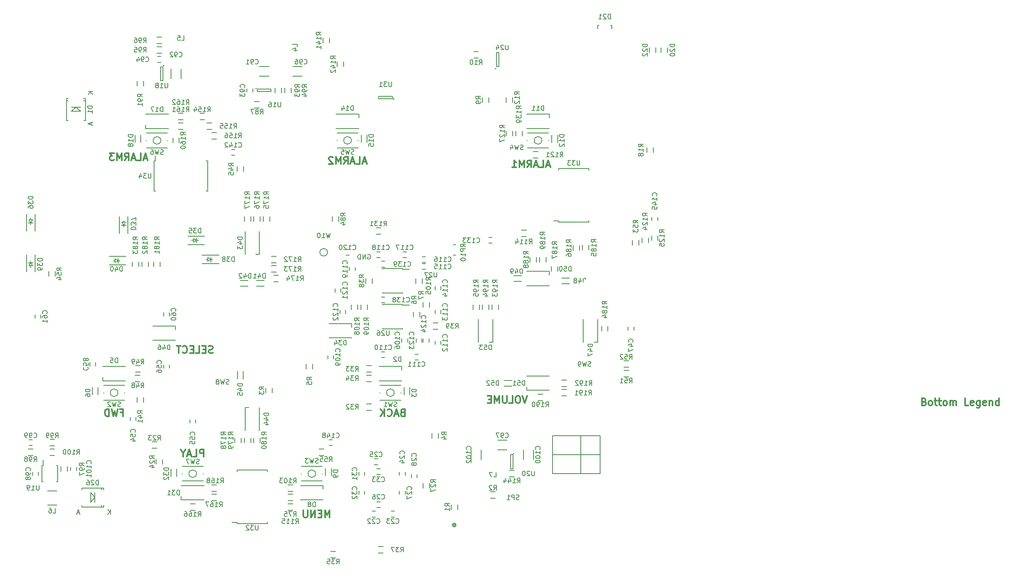
<source format=gbr>
G04 #@! TF.GenerationSoftware,KiCad,Pcbnew,no-vcs-found-7420~56~ubuntu16.04.1*
G04 #@! TF.CreationDate,2017-01-02T14:23:42+01:00*
G04 #@! TF.ProjectId,Mainboard,4D61696E626F6172642E6B696361645F,1.0*
G04 #@! TF.FileFunction,Legend,Bot*
G04 #@! TF.FilePolarity,Positive*
%FSLAX46Y46*%
G04 Gerber Fmt 4.6, Leading zero omitted, Abs format (unit mm)*
G04 Created by KiCad (PCBNEW no-vcs-found-7420~56~ubuntu16.04.1) date Mon Jan  2 14:23:42 2017*
%MOMM*%
%LPD*%
G01*
G04 APERTURE LIST*
%ADD10C,0.100000*%
%ADD11C,0.200000*%
%ADD12C,0.300000*%
%ADD13C,0.150000*%
%ADD14R,0.900000X1.200000*%
%ADD15R,1.727200X1.727200*%
%ADD16O,1.727200X1.727200*%
%ADD17R,1.600000X2.000000*%
%ADD18R,2.500000X3.200000*%
%ADD19R,1.300000X2.400000*%
%ADD20C,2.500000*%
%ADD21C,3.000000*%
%ADD22R,3.750000X4.000000*%
%ADD23R,0.750000X1.200000*%
%ADD24O,2.032000X1.727200*%
%ADD25R,2.032000X1.727200*%
%ADD26R,1.200000X0.400000*%
%ADD27C,2.000000*%
%ADD28C,3.250000*%
%ADD29R,1.200000X0.900000*%
%ADD30R,1.200000X0.750000*%
%ADD31R,2.000000X1.600000*%
%ADD32R,0.700000X0.600000*%
%ADD33R,0.800100X0.800100*%
%ADD34R,2.000000X6.000000*%
%ADD35R,3.400000X1.300000*%
%ADD36C,6.400000*%
%ADD37R,2.032000X2.032000*%
%ADD38O,2.032000X2.032000*%
%ADD39O,3.014980X1.506220*%
%ADD40R,0.500000X0.320000*%
%ADD41R,1.200000X4.000000*%
%ADD42R,0.650000X1.060000*%
%ADD43R,1.060000X0.650000*%
%ADD44R,0.450000X1.450000*%
%ADD45R,1.560000X0.650000*%
%ADD46R,0.910000X1.220000*%
%ADD47R,1.220000X0.910000*%
%ADD48O,1.727200X2.032000*%
%ADD49R,1.727200X2.032000*%
%ADD50R,2.301240X3.500120*%
%ADD51C,3.500000*%
%ADD52R,1.550000X0.600000*%
%ADD53C,1.100000*%
%ADD54C,0.403333*%
%ADD55C,4.000000*%
%ADD56C,0.800000*%
%ADD57R,1.500000X1.100000*%
%ADD58R,3.500120X2.301240*%
%ADD59R,0.600000X0.700000*%
%ADD60R,1.100000X1.500000*%
%ADD61C,1.850000*%
%ADD62R,2.000000X2.500000*%
%ADD63R,1.000000X0.900000*%
%ADD64R,0.400000X1.200000*%
%ADD65C,1.143000*%
G04 APERTURE END LIST*
D10*
D11*
X174261904Y-154000000D02*
X174357142Y-153952380D01*
X174500000Y-153952380D01*
X174642857Y-154000000D01*
X174738095Y-154095238D01*
X174785714Y-154190476D01*
X174833333Y-154380952D01*
X174833333Y-154523809D01*
X174785714Y-154714285D01*
X174738095Y-154809523D01*
X174642857Y-154904761D01*
X174500000Y-154952380D01*
X174404761Y-154952380D01*
X174261904Y-154904761D01*
X174214285Y-154857142D01*
X174214285Y-154523809D01*
X174404761Y-154523809D01*
X173785714Y-154952380D02*
X173785714Y-153952380D01*
X173214285Y-154952380D01*
X173214285Y-153952380D01*
X172738095Y-154952380D02*
X172738095Y-153952380D01*
X172500000Y-153952380D01*
X172357142Y-154000000D01*
X172261904Y-154095238D01*
X172214285Y-154190476D01*
X172166666Y-154380952D01*
X172166666Y-154523809D01*
X172214285Y-154714285D01*
X172261904Y-154809523D01*
X172357142Y-154904761D01*
X172500000Y-154952380D01*
X172738095Y-154952380D01*
D12*
X291052142Y-184892857D02*
X291266428Y-184964285D01*
X291337857Y-185035714D01*
X291409285Y-185178571D01*
X291409285Y-185392857D01*
X291337857Y-185535714D01*
X291266428Y-185607142D01*
X291123571Y-185678571D01*
X290552142Y-185678571D01*
X290552142Y-184178571D01*
X291052142Y-184178571D01*
X291195000Y-184250000D01*
X291266428Y-184321428D01*
X291337857Y-184464285D01*
X291337857Y-184607142D01*
X291266428Y-184750000D01*
X291195000Y-184821428D01*
X291052142Y-184892857D01*
X290552142Y-184892857D01*
X292266428Y-185678571D02*
X292123571Y-185607142D01*
X292052142Y-185535714D01*
X291980714Y-185392857D01*
X291980714Y-184964285D01*
X292052142Y-184821428D01*
X292123571Y-184750000D01*
X292266428Y-184678571D01*
X292480714Y-184678571D01*
X292623571Y-184750000D01*
X292695000Y-184821428D01*
X292766428Y-184964285D01*
X292766428Y-185392857D01*
X292695000Y-185535714D01*
X292623571Y-185607142D01*
X292480714Y-185678571D01*
X292266428Y-185678571D01*
X293195000Y-184678571D02*
X293766428Y-184678571D01*
X293409285Y-184178571D02*
X293409285Y-185464285D01*
X293480714Y-185607142D01*
X293623571Y-185678571D01*
X293766428Y-185678571D01*
X294052142Y-184678571D02*
X294623571Y-184678571D01*
X294266428Y-184178571D02*
X294266428Y-185464285D01*
X294337857Y-185607142D01*
X294480714Y-185678571D01*
X294623571Y-185678571D01*
X295337857Y-185678571D02*
X295195000Y-185607142D01*
X295123571Y-185535714D01*
X295052142Y-185392857D01*
X295052142Y-184964285D01*
X295123571Y-184821428D01*
X295195000Y-184750000D01*
X295337857Y-184678571D01*
X295552142Y-184678571D01*
X295695000Y-184750000D01*
X295766428Y-184821428D01*
X295837857Y-184964285D01*
X295837857Y-185392857D01*
X295766428Y-185535714D01*
X295695000Y-185607142D01*
X295552142Y-185678571D01*
X295337857Y-185678571D01*
X296480714Y-185678571D02*
X296480714Y-184678571D01*
X296480714Y-184821428D02*
X296552142Y-184750000D01*
X296695000Y-184678571D01*
X296909285Y-184678571D01*
X297052142Y-184750000D01*
X297123571Y-184892857D01*
X297123571Y-185678571D01*
X297123571Y-184892857D02*
X297195000Y-184750000D01*
X297337857Y-184678571D01*
X297552142Y-184678571D01*
X297695000Y-184750000D01*
X297766428Y-184892857D01*
X297766428Y-185678571D01*
X300337857Y-185678571D02*
X299623571Y-185678571D01*
X299623571Y-184178571D01*
X301409285Y-185607142D02*
X301266428Y-185678571D01*
X300980714Y-185678571D01*
X300837857Y-185607142D01*
X300766428Y-185464285D01*
X300766428Y-184892857D01*
X300837857Y-184750000D01*
X300980714Y-184678571D01*
X301266428Y-184678571D01*
X301409285Y-184750000D01*
X301480714Y-184892857D01*
X301480714Y-185035714D01*
X300766428Y-185178571D01*
X302766428Y-184678571D02*
X302766428Y-185892857D01*
X302695000Y-186035714D01*
X302623571Y-186107142D01*
X302480714Y-186178571D01*
X302266428Y-186178571D01*
X302123571Y-186107142D01*
X302766428Y-185607142D02*
X302623571Y-185678571D01*
X302337857Y-185678571D01*
X302195000Y-185607142D01*
X302123571Y-185535714D01*
X302052142Y-185392857D01*
X302052142Y-184964285D01*
X302123571Y-184821428D01*
X302195000Y-184750000D01*
X302337857Y-184678571D01*
X302623571Y-184678571D01*
X302766428Y-184750000D01*
X304052142Y-185607142D02*
X303909285Y-185678571D01*
X303623571Y-185678571D01*
X303480714Y-185607142D01*
X303409285Y-185464285D01*
X303409285Y-184892857D01*
X303480714Y-184750000D01*
X303623571Y-184678571D01*
X303909285Y-184678571D01*
X304052142Y-184750000D01*
X304123571Y-184892857D01*
X304123571Y-185035714D01*
X303409285Y-185178571D01*
X304766428Y-184678571D02*
X304766428Y-185678571D01*
X304766428Y-184821428D02*
X304837857Y-184750000D01*
X304980714Y-184678571D01*
X305195000Y-184678571D01*
X305337857Y-184750000D01*
X305409285Y-184892857D01*
X305409285Y-185678571D01*
X306766428Y-185678571D02*
X306766428Y-184178571D01*
X306766428Y-185607142D02*
X306623571Y-185678571D01*
X306337857Y-185678571D01*
X306195000Y-185607142D01*
X306123571Y-185535714D01*
X306052142Y-185392857D01*
X306052142Y-184964285D01*
X306123571Y-184821428D01*
X306195000Y-184750000D01*
X306337857Y-184678571D01*
X306623571Y-184678571D01*
X306766428Y-184750000D01*
X127928571Y-133750000D02*
X127214285Y-133750000D01*
X128071428Y-134178571D02*
X127571428Y-132678571D01*
X127071428Y-134178571D01*
X125857142Y-134178571D02*
X126571428Y-134178571D01*
X126571428Y-132678571D01*
X125428571Y-133750000D02*
X124714285Y-133750000D01*
X125571428Y-134178571D02*
X125071428Y-132678571D01*
X124571428Y-134178571D01*
X123214285Y-134178571D02*
X123714285Y-133464285D01*
X124071428Y-134178571D02*
X124071428Y-132678571D01*
X123500000Y-132678571D01*
X123357142Y-132750000D01*
X123285714Y-132821428D01*
X123214285Y-132964285D01*
X123214285Y-133178571D01*
X123285714Y-133321428D01*
X123357142Y-133392857D01*
X123500000Y-133464285D01*
X124071428Y-133464285D01*
X122571428Y-134178571D02*
X122571428Y-132678571D01*
X122071428Y-133750000D01*
X121571428Y-132678571D01*
X121571428Y-134178571D01*
X121000000Y-132678571D02*
X120071428Y-132678571D01*
X120571428Y-133250000D01*
X120357142Y-133250000D01*
X120214285Y-133321428D01*
X120142857Y-133392857D01*
X120071428Y-133535714D01*
X120071428Y-133892857D01*
X120142857Y-134035714D01*
X120214285Y-134107142D01*
X120357142Y-134178571D01*
X120785714Y-134178571D01*
X120928571Y-134107142D01*
X121000000Y-134035714D01*
X173928571Y-134500000D02*
X173214285Y-134500000D01*
X174071428Y-134928571D02*
X173571428Y-133428571D01*
X173071428Y-134928571D01*
X171857142Y-134928571D02*
X172571428Y-134928571D01*
X172571428Y-133428571D01*
X171428571Y-134500000D02*
X170714285Y-134500000D01*
X171571428Y-134928571D02*
X171071428Y-133428571D01*
X170571428Y-134928571D01*
X169214285Y-134928571D02*
X169714285Y-134214285D01*
X170071428Y-134928571D02*
X170071428Y-133428571D01*
X169500000Y-133428571D01*
X169357142Y-133500000D01*
X169285714Y-133571428D01*
X169214285Y-133714285D01*
X169214285Y-133928571D01*
X169285714Y-134071428D01*
X169357142Y-134142857D01*
X169500000Y-134214285D01*
X170071428Y-134214285D01*
X168571428Y-134928571D02*
X168571428Y-133428571D01*
X168071428Y-134500000D01*
X167571428Y-133428571D01*
X167571428Y-134928571D01*
X166928571Y-133571428D02*
X166857142Y-133500000D01*
X166714285Y-133428571D01*
X166357142Y-133428571D01*
X166214285Y-133500000D01*
X166142857Y-133571428D01*
X166071428Y-133714285D01*
X166071428Y-133857142D01*
X166142857Y-134071428D01*
X167000000Y-134928571D01*
X166071428Y-134928571D01*
X212428571Y-135250000D02*
X211714285Y-135250000D01*
X212571428Y-135678571D02*
X212071428Y-134178571D01*
X211571428Y-135678571D01*
X210357142Y-135678571D02*
X211071428Y-135678571D01*
X211071428Y-134178571D01*
X209928571Y-135250000D02*
X209214285Y-135250000D01*
X210071428Y-135678571D02*
X209571428Y-134178571D01*
X209071428Y-135678571D01*
X207714285Y-135678571D02*
X208214285Y-134964285D01*
X208571428Y-135678571D02*
X208571428Y-134178571D01*
X208000000Y-134178571D01*
X207857142Y-134250000D01*
X207785714Y-134321428D01*
X207714285Y-134464285D01*
X207714285Y-134678571D01*
X207785714Y-134821428D01*
X207857142Y-134892857D01*
X208000000Y-134964285D01*
X208571428Y-134964285D01*
X207071428Y-135678571D02*
X207071428Y-134178571D01*
X206571428Y-135250000D01*
X206071428Y-134178571D01*
X206071428Y-135678571D01*
X204571428Y-135678571D02*
X205428571Y-135678571D01*
X205000000Y-135678571D02*
X205000000Y-134178571D01*
X205142857Y-134392857D01*
X205285714Y-134535714D01*
X205428571Y-134607142D01*
X207714285Y-183678571D02*
X207214285Y-185178571D01*
X206714285Y-183678571D01*
X205928571Y-183678571D02*
X205642857Y-183678571D01*
X205500000Y-183750000D01*
X205357142Y-183892857D01*
X205285714Y-184178571D01*
X205285714Y-184678571D01*
X205357142Y-184964285D01*
X205500000Y-185107142D01*
X205642857Y-185178571D01*
X205928571Y-185178571D01*
X206071428Y-185107142D01*
X206214285Y-184964285D01*
X206285714Y-184678571D01*
X206285714Y-184178571D01*
X206214285Y-183892857D01*
X206071428Y-183750000D01*
X205928571Y-183678571D01*
X203928571Y-185178571D02*
X204642857Y-185178571D01*
X204642857Y-183678571D01*
X203428571Y-183678571D02*
X203428571Y-184892857D01*
X203357142Y-185035714D01*
X203285714Y-185107142D01*
X203142857Y-185178571D01*
X202857142Y-185178571D01*
X202714285Y-185107142D01*
X202642857Y-185035714D01*
X202571428Y-184892857D01*
X202571428Y-183678571D01*
X201857142Y-185178571D02*
X201857142Y-183678571D01*
X201357142Y-184750000D01*
X200857142Y-183678571D01*
X200857142Y-185178571D01*
X200142857Y-184392857D02*
X199642857Y-184392857D01*
X199428571Y-185178571D02*
X200142857Y-185178571D01*
X200142857Y-183678571D01*
X199428571Y-183678571D01*
X141714285Y-174607142D02*
X141500000Y-174678571D01*
X141142857Y-174678571D01*
X141000000Y-174607142D01*
X140928571Y-174535714D01*
X140857142Y-174392857D01*
X140857142Y-174250000D01*
X140928571Y-174107142D01*
X141000000Y-174035714D01*
X141142857Y-173964285D01*
X141428571Y-173892857D01*
X141571428Y-173821428D01*
X141642857Y-173750000D01*
X141714285Y-173607142D01*
X141714285Y-173464285D01*
X141642857Y-173321428D01*
X141571428Y-173250000D01*
X141428571Y-173178571D01*
X141071428Y-173178571D01*
X140857142Y-173250000D01*
X140214285Y-173892857D02*
X139714285Y-173892857D01*
X139500000Y-174678571D02*
X140214285Y-174678571D01*
X140214285Y-173178571D01*
X139500000Y-173178571D01*
X138142857Y-174678571D02*
X138857142Y-174678571D01*
X138857142Y-173178571D01*
X137642857Y-173892857D02*
X137142857Y-173892857D01*
X136928571Y-174678571D02*
X137642857Y-174678571D01*
X137642857Y-173178571D01*
X136928571Y-173178571D01*
X135428571Y-174535714D02*
X135500000Y-174607142D01*
X135714285Y-174678571D01*
X135857142Y-174678571D01*
X136071428Y-174607142D01*
X136214285Y-174464285D01*
X136285714Y-174321428D01*
X136357142Y-174035714D01*
X136357142Y-173821428D01*
X136285714Y-173535714D01*
X136214285Y-173392857D01*
X136071428Y-173250000D01*
X135857142Y-173178571D01*
X135714285Y-173178571D01*
X135500000Y-173250000D01*
X135428571Y-173321428D01*
X135000000Y-173178571D02*
X134142857Y-173178571D01*
X134571428Y-174678571D02*
X134571428Y-173178571D01*
X122392857Y-187142857D02*
X122892857Y-187142857D01*
X122892857Y-187928571D02*
X122892857Y-186428571D01*
X122178571Y-186428571D01*
X121750000Y-186428571D02*
X121392857Y-187928571D01*
X121107142Y-186857142D01*
X120821428Y-187928571D01*
X120464285Y-186428571D01*
X119892857Y-187928571D02*
X119892857Y-186428571D01*
X119535714Y-186428571D01*
X119321428Y-186500000D01*
X119178571Y-186642857D01*
X119107142Y-186785714D01*
X119035714Y-187071428D01*
X119035714Y-187285714D01*
X119107142Y-187571428D01*
X119178571Y-187714285D01*
X119321428Y-187857142D01*
X119535714Y-187928571D01*
X119892857Y-187928571D01*
X181535714Y-187142857D02*
X181321428Y-187214285D01*
X181250000Y-187285714D01*
X181178571Y-187428571D01*
X181178571Y-187642857D01*
X181250000Y-187785714D01*
X181321428Y-187857142D01*
X181464285Y-187928571D01*
X182035714Y-187928571D01*
X182035714Y-186428571D01*
X181535714Y-186428571D01*
X181392857Y-186500000D01*
X181321428Y-186571428D01*
X181250000Y-186714285D01*
X181250000Y-186857142D01*
X181321428Y-187000000D01*
X181392857Y-187071428D01*
X181535714Y-187142857D01*
X182035714Y-187142857D01*
X180607142Y-187500000D02*
X179892857Y-187500000D01*
X180750000Y-187928571D02*
X180250000Y-186428571D01*
X179750000Y-187928571D01*
X178392857Y-187785714D02*
X178464285Y-187857142D01*
X178678571Y-187928571D01*
X178821428Y-187928571D01*
X179035714Y-187857142D01*
X179178571Y-187714285D01*
X179250000Y-187571428D01*
X179321428Y-187285714D01*
X179321428Y-187071428D01*
X179250000Y-186785714D01*
X179178571Y-186642857D01*
X179035714Y-186500000D01*
X178821428Y-186428571D01*
X178678571Y-186428571D01*
X178464285Y-186500000D01*
X178392857Y-186571428D01*
X177750000Y-187928571D02*
X177750000Y-186428571D01*
X176892857Y-187928571D02*
X177535714Y-187071428D01*
X176892857Y-186428571D02*
X177750000Y-187285714D01*
X166250000Y-209178571D02*
X166250000Y-207678571D01*
X165750000Y-208750000D01*
X165250000Y-207678571D01*
X165250000Y-209178571D01*
X164535714Y-208392857D02*
X164035714Y-208392857D01*
X163821428Y-209178571D02*
X164535714Y-209178571D01*
X164535714Y-207678571D01*
X163821428Y-207678571D01*
X163178571Y-209178571D02*
X163178571Y-207678571D01*
X162321428Y-209178571D01*
X162321428Y-207678571D01*
X161607142Y-207678571D02*
X161607142Y-208892857D01*
X161535714Y-209035714D01*
X161464285Y-209107142D01*
X161321428Y-209178571D01*
X161035714Y-209178571D01*
X160892857Y-209107142D01*
X160821428Y-209035714D01*
X160750000Y-208892857D01*
X160750000Y-207678571D01*
X139785714Y-196428571D02*
X139785714Y-194928571D01*
X139214285Y-194928571D01*
X139071428Y-195000000D01*
X139000000Y-195071428D01*
X138928571Y-195214285D01*
X138928571Y-195428571D01*
X139000000Y-195571428D01*
X139071428Y-195642857D01*
X139214285Y-195714285D01*
X139785714Y-195714285D01*
X137571428Y-196428571D02*
X138285714Y-196428571D01*
X138285714Y-194928571D01*
X137142857Y-196000000D02*
X136428571Y-196000000D01*
X137285714Y-196428571D02*
X136785714Y-194928571D01*
X136285714Y-196428571D01*
X135500000Y-195714285D02*
X135500000Y-196428571D01*
X136000000Y-194928571D02*
X135500000Y-195714285D01*
X135000000Y-194928571D01*
D11*
X213000000Y-196000000D02*
X223000000Y-196000000D01*
X219000000Y-192000000D02*
X219000000Y-200000000D01*
X213000000Y-200000000D02*
X213000000Y-192000000D01*
X223000000Y-200000000D02*
X213000000Y-200000000D01*
X223000000Y-192000000D02*
X223000000Y-200000000D01*
X213000000Y-192000000D02*
X223000000Y-192000000D01*
D13*
X169175000Y-114500000D02*
X169175000Y-113500000D01*
X167825000Y-113500000D02*
X167825000Y-114500000D01*
X206975000Y-197000000D02*
X206975000Y-195000000D01*
X209025000Y-195000000D02*
X209025000Y-197000000D01*
X198025000Y-195000000D02*
X198025000Y-197000000D01*
X195975000Y-197000000D02*
X195975000Y-195000000D01*
X131175000Y-198000000D02*
X131175000Y-197000000D01*
X129825000Y-197000000D02*
X129825000Y-198000000D01*
X182100000Y-204350000D02*
X182100000Y-203650000D01*
X180900000Y-203650000D02*
X180900000Y-204350000D01*
X214325000Y-146900000D02*
X213250000Y-146900000D01*
X214325000Y-135875000D02*
X220675000Y-135875000D01*
X214325000Y-147125000D02*
X220675000Y-147125000D01*
X214325000Y-135875000D02*
X214325000Y-136200000D01*
X220675000Y-135875000D02*
X220675000Y-136200000D01*
X220675000Y-147125000D02*
X220675000Y-146800000D01*
X214325000Y-147125000D02*
X214325000Y-146900000D01*
X148175000Y-136500000D02*
X148175000Y-135500000D01*
X146825000Y-135500000D02*
X146825000Y-136500000D01*
X204000000Y-200675000D02*
X205000000Y-200675000D01*
X205000000Y-199325000D02*
X204000000Y-199325000D01*
X108500000Y-194825000D02*
X107500000Y-194825000D01*
X107500000Y-196175000D02*
X108500000Y-196175000D01*
X131000000Y-110325000D02*
X130000000Y-110325000D01*
X130000000Y-111675000D02*
X131000000Y-111675000D01*
X125825000Y-117500000D02*
X125825000Y-118500000D01*
X127175000Y-118500000D02*
X127175000Y-117500000D01*
X175850000Y-207900000D02*
X175150000Y-207900000D01*
X175150000Y-209100000D02*
X175850000Y-209100000D01*
X179150000Y-209100000D02*
X179850000Y-209100000D01*
X179850000Y-207900000D02*
X179150000Y-207900000D01*
X180900000Y-199650000D02*
X180900000Y-200350000D01*
X182100000Y-200350000D02*
X182100000Y-199650000D01*
X176350000Y-196900000D02*
X175650000Y-196900000D01*
X175650000Y-198100000D02*
X176350000Y-198100000D01*
X176850000Y-205900000D02*
X176150000Y-205900000D01*
X176150000Y-207100000D02*
X176850000Y-207100000D01*
X184600000Y-200850000D02*
X184600000Y-200150000D01*
X183400000Y-200150000D02*
X183400000Y-200850000D01*
X172400000Y-199650000D02*
X172400000Y-200350000D01*
X173600000Y-200350000D02*
X173600000Y-199650000D01*
X172400000Y-203650000D02*
X172400000Y-204350000D01*
X173600000Y-204350000D02*
X173600000Y-203650000D01*
X176850000Y-199000000D02*
X176150000Y-199000000D01*
X176150000Y-200200000D02*
X176850000Y-200200000D01*
X228900000Y-169150000D02*
X228900000Y-169850000D01*
X230100000Y-169850000D02*
X230100000Y-169150000D01*
X124400000Y-188150000D02*
X124400000Y-188850000D01*
X125600000Y-188850000D02*
X125600000Y-188150000D01*
X136900000Y-188650000D02*
X136900000Y-189350000D01*
X138100000Y-189350000D02*
X138100000Y-188650000D01*
X131400000Y-177150000D02*
X131400000Y-177850000D01*
X132600000Y-177850000D02*
X132600000Y-177150000D01*
X117100000Y-177350000D02*
X117100000Y-176650000D01*
X115900000Y-176650000D02*
X115900000Y-177350000D01*
X131400000Y-166150000D02*
X131400000Y-166850000D01*
X132600000Y-166850000D02*
X132600000Y-166150000D01*
X104400000Y-166650000D02*
X104400000Y-167350000D01*
X105600000Y-167350000D02*
X105600000Y-166650000D01*
X151500000Y-114475000D02*
X153500000Y-114475000D01*
X153500000Y-116525000D02*
X151500000Y-116525000D01*
X132975000Y-117000000D02*
X132975000Y-115000000D01*
X135025000Y-115000000D02*
X135025000Y-117000000D01*
X150100000Y-119850000D02*
X150100000Y-119150000D01*
X148900000Y-119150000D02*
X148900000Y-119850000D01*
X130150000Y-113600000D02*
X130850000Y-113600000D01*
X130850000Y-112400000D02*
X130150000Y-112400000D01*
X160500000Y-116525000D02*
X158500000Y-116525000D01*
X158500000Y-114475000D02*
X160500000Y-114475000D01*
X201500000Y-192975000D02*
X203500000Y-192975000D01*
X203500000Y-195025000D02*
X201500000Y-195025000D01*
X105100000Y-200350000D02*
X105100000Y-199650000D01*
X103900000Y-199650000D02*
X103900000Y-200350000D01*
X103150000Y-194100000D02*
X103850000Y-194100000D01*
X103850000Y-192900000D02*
X103150000Y-192900000D01*
X113100000Y-199350000D02*
X113100000Y-198650000D01*
X111900000Y-198650000D02*
X111900000Y-199350000D01*
X182600000Y-172350000D02*
X182600000Y-171650000D01*
X181400000Y-171650000D02*
X181400000Y-172350000D01*
X165900000Y-175150000D02*
X165900000Y-175850000D01*
X167100000Y-175850000D02*
X167100000Y-175150000D01*
X177850000Y-174400000D02*
X177150000Y-174400000D01*
X177150000Y-175600000D02*
X177850000Y-175600000D01*
X184150000Y-176100000D02*
X184850000Y-176100000D01*
X184850000Y-174900000D02*
X184150000Y-174900000D01*
X188400000Y-172150000D02*
X188400000Y-172850000D01*
X189600000Y-172850000D02*
X189600000Y-172150000D01*
X188400000Y-165650000D02*
X188400000Y-166350000D01*
X189600000Y-166350000D02*
X189600000Y-165650000D01*
X188400000Y-160650000D02*
X188400000Y-161350000D01*
X189600000Y-161350000D02*
X189600000Y-160650000D01*
X186350000Y-155900000D02*
X185650000Y-155900000D01*
X185650000Y-157100000D02*
X186350000Y-157100000D01*
X186350000Y-154400000D02*
X185650000Y-154400000D01*
X185650000Y-155600000D02*
X186350000Y-155600000D01*
X181650000Y-154600000D02*
X182350000Y-154600000D01*
X182350000Y-153400000D02*
X181650000Y-153400000D01*
X176150000Y-154600000D02*
X176850000Y-154600000D01*
X176850000Y-153400000D02*
X176150000Y-153400000D01*
X170400000Y-156650000D02*
X170400000Y-157350000D01*
X171600000Y-157350000D02*
X171600000Y-156650000D01*
X169650000Y-154100000D02*
X170350000Y-154100000D01*
X170350000Y-152900000D02*
X169650000Y-152900000D01*
X168600000Y-161850000D02*
X168600000Y-161150000D01*
X167400000Y-161150000D02*
X167400000Y-161850000D01*
X169600000Y-166350000D02*
X169600000Y-165650000D01*
X168400000Y-165650000D02*
X168400000Y-166350000D01*
X185600000Y-172350000D02*
X185600000Y-171650000D01*
X184400000Y-171650000D02*
X184400000Y-172350000D01*
X187100000Y-172350000D02*
X187100000Y-171650000D01*
X185900000Y-171650000D02*
X185900000Y-172350000D01*
X200350000Y-150400000D02*
X199650000Y-150400000D01*
X199650000Y-151600000D02*
X200350000Y-151600000D01*
X177150000Y-164100000D02*
X177850000Y-164100000D01*
X177850000Y-162900000D02*
X177150000Y-162900000D01*
X177150000Y-156600000D02*
X177850000Y-156600000D01*
X177850000Y-155400000D02*
X177150000Y-155400000D01*
X181900000Y-183400000D02*
X181900000Y-181850000D01*
X183100000Y-183400000D02*
X183100000Y-181850000D01*
X116400000Y-183400000D02*
X116400000Y-181850000D01*
X117600000Y-183400000D02*
X117600000Y-181850000D01*
X165400000Y-200400000D02*
X165400000Y-198850000D01*
X166600000Y-200400000D02*
X166600000Y-198850000D01*
X212900000Y-130400000D02*
X212900000Y-128850000D01*
X214100000Y-130400000D02*
X214100000Y-128850000D01*
X172900000Y-130400000D02*
X172900000Y-128850000D01*
X174100000Y-130400000D02*
X174100000Y-128850000D01*
X125400000Y-130400000D02*
X125400000Y-128850000D01*
X126600000Y-130400000D02*
X126600000Y-128850000D01*
X237175000Y-111500000D02*
X237175000Y-110500000D01*
X235825000Y-110500000D02*
X235825000Y-111500000D01*
X222700840Y-105849760D02*
X222749100Y-105849760D01*
X225499820Y-106550800D02*
X225499820Y-105849760D01*
X225499820Y-105849760D02*
X225250900Y-105849760D01*
X222700840Y-105849760D02*
X222500180Y-105849760D01*
X222500180Y-105849760D02*
X222500180Y-106550800D01*
X234675000Y-111500000D02*
X234675000Y-110500000D01*
X233325000Y-110500000D02*
X233325000Y-111500000D01*
X191825000Y-206500000D02*
X191825000Y-207500000D01*
X193175000Y-207500000D02*
X193175000Y-206500000D01*
X200000000Y-205175000D02*
X201000000Y-205175000D01*
X201000000Y-203825000D02*
X200000000Y-203825000D01*
X154175000Y-183000000D02*
X154175000Y-182000000D01*
X152825000Y-182000000D02*
X152825000Y-183000000D01*
X187725000Y-191500000D02*
X187725000Y-192500000D01*
X189075000Y-192500000D02*
X189075000Y-191500000D01*
X161325000Y-177000000D02*
X161325000Y-178000000D01*
X162675000Y-178000000D02*
X162675000Y-177000000D01*
X183825000Y-166000000D02*
X183825000Y-167000000D01*
X185175000Y-167000000D02*
X185175000Y-166000000D01*
X184325000Y-159000000D02*
X184325000Y-160000000D01*
X185675000Y-160000000D02*
X185675000Y-159000000D01*
X185825000Y-202000000D02*
X185825000Y-203000000D01*
X187175000Y-203000000D02*
X187175000Y-202000000D01*
X166500000Y-217675000D02*
X167500000Y-217675000D01*
X167500000Y-216325000D02*
X166500000Y-216325000D01*
X177500000Y-215325000D02*
X176500000Y-215325000D01*
X176500000Y-216675000D02*
X177500000Y-216675000D01*
X228000000Y-179675000D02*
X229000000Y-179675000D01*
X229000000Y-178325000D02*
X228000000Y-178325000D01*
X229000000Y-176325000D02*
X228000000Y-176325000D01*
X228000000Y-177675000D02*
X229000000Y-177675000D01*
X231175000Y-152000000D02*
X231175000Y-151000000D01*
X229825000Y-151000000D02*
X229825000Y-152000000D01*
X108675000Y-158500000D02*
X108675000Y-157500000D01*
X107325000Y-157500000D02*
X107325000Y-158500000D01*
X168175000Y-147000000D02*
X168175000Y-146000000D01*
X166825000Y-146000000D02*
X166825000Y-147000000D01*
X150500000Y-123175000D02*
X151500000Y-123175000D01*
X151500000Y-121825000D02*
X150500000Y-121825000D01*
X156175000Y-120000000D02*
X156175000Y-119000000D01*
X154825000Y-119000000D02*
X154825000Y-120000000D01*
X156825000Y-119000000D02*
X156825000Y-120000000D01*
X158175000Y-120000000D02*
X158175000Y-119000000D01*
X130000000Y-109675000D02*
X131000000Y-109675000D01*
X131000000Y-108325000D02*
X130000000Y-108325000D01*
X109825000Y-198500000D02*
X109825000Y-199500000D01*
X111175000Y-199500000D02*
X111175000Y-198500000D01*
X103000000Y-196175000D02*
X104000000Y-196175000D01*
X104000000Y-194825000D02*
X103000000Y-194825000D01*
X107500000Y-194175000D02*
X108500000Y-194175000D01*
X108500000Y-192825000D02*
X107500000Y-192825000D01*
X185825000Y-164000000D02*
X185825000Y-165000000D01*
X187175000Y-165000000D02*
X187175000Y-164000000D01*
X170825000Y-164500000D02*
X170825000Y-165500000D01*
X172175000Y-165500000D02*
X172175000Y-164500000D01*
X174175000Y-165500000D02*
X174175000Y-164500000D01*
X172825000Y-164500000D02*
X172825000Y-165500000D01*
X207500000Y-148825000D02*
X206500000Y-148825000D01*
X206500000Y-150175000D02*
X207500000Y-150175000D01*
X176000000Y-149675000D02*
X177000000Y-149675000D01*
X177000000Y-148325000D02*
X176000000Y-148325000D01*
X166175000Y-109500000D02*
X166175000Y-108500000D01*
X164825000Y-108500000D02*
X164825000Y-109500000D01*
X192750000Y-154135000D02*
X192250000Y-154135000D01*
X192750000Y-151865000D02*
X192250000Y-151865000D01*
D11*
X192800000Y-210800000D02*
G75*
G03X192800000Y-210800000I-400000J0D01*
G01*
X192600000Y-210800000D02*
G75*
G03X192600000Y-210800000I-200000J0D01*
G01*
D13*
X150900000Y-119100000D02*
G75*
G03X150900000Y-119100000I-100000J0D01*
G01*
X151050000Y-119750000D02*
X151050000Y-119250000D01*
X153950000Y-119750000D02*
X151050000Y-119750000D01*
X153950000Y-119250000D02*
X153950000Y-119750000D01*
X151050000Y-119250000D02*
X153950000Y-119250000D01*
X131250000Y-114550000D02*
X131250000Y-117450000D01*
X131250000Y-117450000D02*
X130750000Y-117450000D01*
X130750000Y-117450000D02*
X130750000Y-114550000D01*
X130750000Y-114550000D02*
X131250000Y-114550000D01*
X131500000Y-114300000D02*
G75*
G03X131500000Y-114300000I-100000J0D01*
G01*
X105825000Y-198325000D02*
X106075000Y-198325000D01*
X105825000Y-201675000D02*
X106075000Y-201675000D01*
X109175000Y-201675000D02*
X108925000Y-201675000D01*
X109175000Y-198325000D02*
X108925000Y-198325000D01*
X105825000Y-198325000D02*
X105825000Y-201675000D01*
X109175000Y-198325000D02*
X109175000Y-201675000D01*
X106075000Y-198325000D02*
X106075000Y-197075000D01*
X204900000Y-195800000D02*
G75*
G03X204900000Y-195800000I-100000J0D01*
G01*
X204250000Y-196050000D02*
X204750000Y-196050000D01*
X204250000Y-198950000D02*
X204250000Y-196050000D01*
X204750000Y-198950000D02*
X204250000Y-198950000D01*
X204750000Y-196050000D02*
X204750000Y-198950000D01*
X201200000Y-114950000D02*
G75*
G03X201200000Y-114950000I-100000J0D01*
G01*
X201750000Y-114450000D02*
X201250000Y-114450000D01*
X201750000Y-111550000D02*
X201750000Y-114450000D01*
X201250000Y-111550000D02*
X201750000Y-111550000D01*
X201250000Y-114450000D02*
X201250000Y-111550000D01*
X137682500Y-151000000D02*
X137301500Y-151000000D01*
X138698500Y-151000000D02*
X138317500Y-151000000D01*
X138317500Y-151000000D02*
X137682500Y-150619000D01*
X137682500Y-150619000D02*
X137682500Y-151381000D01*
X137682500Y-151381000D02*
X138317500Y-151000000D01*
X138317500Y-150492000D02*
X138317500Y-151508000D01*
X140000000Y-151900000D02*
X136460000Y-151900000D01*
X140000000Y-150100000D02*
X136460000Y-150100000D01*
X103500000Y-146682500D02*
X103500000Y-146301500D01*
X103500000Y-147698500D02*
X103500000Y-147317500D01*
X103500000Y-147317500D02*
X103881000Y-146682500D01*
X103881000Y-146682500D02*
X103119000Y-146682500D01*
X103119000Y-146682500D02*
X103500000Y-147317500D01*
X104008000Y-147317500D02*
X102992000Y-147317500D01*
X102600000Y-149000000D02*
X102600000Y-145460000D01*
X104400000Y-149000000D02*
X104400000Y-145460000D01*
X123000000Y-147182500D02*
X123000000Y-146801500D01*
X123000000Y-148198500D02*
X123000000Y-147817500D01*
X123000000Y-147817500D02*
X123381000Y-147182500D01*
X123381000Y-147182500D02*
X122619000Y-147182500D01*
X122619000Y-147182500D02*
X123000000Y-147817500D01*
X123508000Y-147817500D02*
X122492000Y-147817500D01*
X122100000Y-149500000D02*
X122100000Y-145960000D01*
X123900000Y-149500000D02*
X123900000Y-145960000D01*
X140682500Y-155000000D02*
X140301500Y-155000000D01*
X141698500Y-155000000D02*
X141317500Y-155000000D01*
X141317500Y-155000000D02*
X140682500Y-154619000D01*
X140682500Y-154619000D02*
X140682500Y-155381000D01*
X140682500Y-155381000D02*
X141317500Y-155000000D01*
X141317500Y-154492000D02*
X141317500Y-155508000D01*
X143000000Y-155900000D02*
X139460000Y-155900000D01*
X143000000Y-154100000D02*
X139460000Y-154100000D01*
X103500000Y-156317500D02*
X103500000Y-156698500D01*
X103500000Y-155301500D02*
X103500000Y-155682500D01*
X103500000Y-155682500D02*
X103119000Y-156317500D01*
X103119000Y-156317500D02*
X103881000Y-156317500D01*
X103881000Y-156317500D02*
X103500000Y-155682500D01*
X102992000Y-155682500D02*
X104008000Y-155682500D01*
X104400000Y-154000000D02*
X104400000Y-157540000D01*
X102600000Y-154000000D02*
X102600000Y-157540000D01*
X121182500Y-155250000D02*
X120801500Y-155250000D01*
X122198500Y-155250000D02*
X121817500Y-155250000D01*
X121817500Y-155250000D02*
X121182500Y-154869000D01*
X121182500Y-154869000D02*
X121182500Y-155631000D01*
X121182500Y-155631000D02*
X121817500Y-155250000D01*
X121817500Y-154742000D02*
X121817500Y-155758000D01*
X123500000Y-156150000D02*
X119960000Y-156150000D01*
X123500000Y-154350000D02*
X119960000Y-154350000D01*
X145650000Y-133100000D02*
X146350000Y-133100000D01*
X146350000Y-131900000D02*
X145650000Y-131900000D01*
X113000000Y-123050420D02*
X111999240Y-123898780D01*
X111999240Y-123898780D02*
X114000760Y-123898780D01*
X114000760Y-123898780D02*
X113000000Y-123050420D01*
X113000000Y-123050420D02*
X114000760Y-123050420D01*
X113000000Y-123050420D02*
X111999240Y-123050420D01*
X114800000Y-121193680D02*
X114600200Y-121193680D01*
X114800000Y-121650720D02*
X114601000Y-121650720D01*
X114800000Y-125801240D02*
X114651000Y-125801240D01*
X111200000Y-121198760D02*
X111349000Y-121198760D01*
X111200000Y-121650720D02*
X111349000Y-121650720D01*
X111200000Y-125801240D02*
X111349000Y-125801240D01*
X114948980Y-121650720D02*
X114750860Y-121650720D01*
X111001020Y-121650720D02*
X111199140Y-121650720D01*
X114996440Y-125796160D02*
X114798320Y-125796160D01*
X114996440Y-121193680D02*
X114996440Y-125796160D01*
X114996440Y-121193680D02*
X114798320Y-121193680D01*
X111001020Y-121198760D02*
X111199140Y-121198760D01*
X111001020Y-121198760D02*
X111001020Y-125801240D01*
X111001020Y-125801240D02*
X111199140Y-125801240D01*
X181575000Y-164425000D02*
X181575000Y-164570000D01*
X177425000Y-164425000D02*
X177425000Y-164570000D01*
X177425000Y-169575000D02*
X177425000Y-169430000D01*
X181575000Y-169575000D02*
X181575000Y-169430000D01*
X181575000Y-164425000D02*
X177425000Y-164425000D01*
X181575000Y-169575000D02*
X177425000Y-169575000D01*
X181575000Y-164570000D02*
X182975000Y-164570000D01*
X181575000Y-156925000D02*
X181575000Y-157070000D01*
X177425000Y-156925000D02*
X177425000Y-157070000D01*
X177425000Y-162075000D02*
X177425000Y-161930000D01*
X181575000Y-162075000D02*
X181575000Y-161930000D01*
X181575000Y-156925000D02*
X177425000Y-156925000D01*
X181575000Y-162075000D02*
X177425000Y-162075000D01*
X181575000Y-157070000D02*
X182975000Y-157070000D01*
X198325000Y-121000000D02*
X198325000Y-122000000D01*
X199675000Y-122000000D02*
X199675000Y-121000000D01*
X197500000Y-111325000D02*
X196500000Y-111325000D01*
X196500000Y-112675000D02*
X197500000Y-112675000D01*
X203325000Y-121000000D02*
X203325000Y-122000000D01*
X204675000Y-122000000D02*
X204675000Y-121000000D01*
X233900000Y-146150000D02*
X233900000Y-146850000D01*
X235100000Y-146850000D02*
X235100000Y-146150000D01*
X130000000Y-193325000D02*
X129000000Y-193325000D01*
X129000000Y-194675000D02*
X130000000Y-194675000D01*
X233175000Y-151500000D02*
X233175000Y-150500000D01*
X231825000Y-150500000D02*
X231825000Y-151500000D01*
X235175000Y-151000000D02*
X235175000Y-150000000D01*
X233825000Y-150000000D02*
X233825000Y-151000000D01*
X181400000Y-177500000D02*
X181400000Y-178250000D01*
X176600000Y-177500000D02*
X181400000Y-177500000D01*
X176600000Y-180500000D02*
X181400000Y-180500000D01*
X123400000Y-177500000D02*
X118600000Y-177500000D01*
X123400000Y-180500000D02*
X118600000Y-180500000D01*
X118600000Y-180500000D02*
X118600000Y-179750000D01*
X164900000Y-202500000D02*
X164900000Y-203250000D01*
X160100000Y-202500000D02*
X164900000Y-202500000D01*
X160100000Y-205500000D02*
X164900000Y-205500000D01*
X207600000Y-127500000D02*
X212400000Y-127500000D01*
X207600000Y-124500000D02*
X212400000Y-124500000D01*
X212400000Y-124500000D02*
X212400000Y-125250000D01*
X172400000Y-124500000D02*
X172400000Y-125250000D01*
X167600000Y-124500000D02*
X172400000Y-124500000D01*
X167600000Y-127500000D02*
X172400000Y-127500000D01*
X127600000Y-127500000D02*
X127600000Y-126750000D01*
X132400000Y-127500000D02*
X127600000Y-127500000D01*
X132400000Y-124500000D02*
X127600000Y-124500000D01*
X114198760Y-203001020D02*
X114198760Y-203199140D01*
X118801240Y-203001020D02*
X114198760Y-203001020D01*
X118801240Y-203001020D02*
X118801240Y-203199140D01*
X118806320Y-206996440D02*
X118806320Y-206798320D01*
X118806320Y-206996440D02*
X114203840Y-206996440D01*
X114203840Y-206996440D02*
X114203840Y-206798320D01*
X118349280Y-203001020D02*
X118349280Y-203199140D01*
X118349280Y-206948980D02*
X118349280Y-206750860D01*
X114198760Y-203200000D02*
X114198760Y-203349000D01*
X118349280Y-203200000D02*
X118349280Y-203349000D01*
X118801240Y-203200000D02*
X118801240Y-203349000D01*
X114198760Y-206800000D02*
X114198760Y-206651000D01*
X118349280Y-206800000D02*
X118349280Y-206601000D01*
X118806320Y-206800000D02*
X118806320Y-206600200D01*
X116949580Y-205000000D02*
X116949580Y-203999240D01*
X116949580Y-205000000D02*
X116949580Y-206000760D01*
X116101220Y-206000760D02*
X116949580Y-205000000D01*
X116101220Y-203999240D02*
X116101220Y-206000760D01*
X116949580Y-205000000D02*
X116101220Y-203999240D01*
X139900000Y-202500000D02*
X135100000Y-202500000D01*
X139900000Y-205500000D02*
X135100000Y-205500000D01*
X135100000Y-205500000D02*
X135100000Y-204750000D01*
X132900000Y-200600000D02*
X132900000Y-199000000D01*
X134100000Y-200600000D02*
X134100000Y-199000000D01*
X170900000Y-168500000D02*
X170900000Y-169250000D01*
X166100000Y-168500000D02*
X170900000Y-168500000D01*
X166100000Y-171500000D02*
X170900000Y-171500000D01*
X150900000Y-159400000D02*
X152500000Y-159400000D01*
X150900000Y-160600000D02*
X152500000Y-160600000D01*
X149100000Y-160600000D02*
X147500000Y-160600000D01*
X149100000Y-159400000D02*
X147500000Y-159400000D01*
X151500000Y-153900000D02*
X150750000Y-153900000D01*
X151500000Y-149100000D02*
X151500000Y-153900000D01*
X148500000Y-149100000D02*
X148500000Y-153900000D01*
X151500000Y-190900000D02*
X151500000Y-186100000D01*
X148500000Y-190900000D02*
X148500000Y-186100000D01*
X148500000Y-186100000D02*
X149250000Y-186100000D01*
X148100000Y-180100000D02*
X148100000Y-178500000D01*
X146900000Y-180100000D02*
X146900000Y-178500000D01*
X133900000Y-169000000D02*
X133900000Y-169750000D01*
X129100000Y-169000000D02*
X133900000Y-169000000D01*
X129100000Y-172000000D02*
X133900000Y-172000000D01*
X219500000Y-167600000D02*
X219500000Y-172400000D01*
X222500000Y-167600000D02*
X222500000Y-172400000D01*
X222500000Y-172400000D02*
X221750000Y-172400000D01*
X216600000Y-158900000D02*
X215000000Y-158900000D01*
X216600000Y-160100000D02*
X215000000Y-160100000D01*
X204900000Y-158400000D02*
X206500000Y-158400000D01*
X204900000Y-159600000D02*
X206500000Y-159600000D01*
X207600000Y-160500000D02*
X212400000Y-160500000D01*
X207600000Y-157500000D02*
X212400000Y-157500000D01*
X212400000Y-157500000D02*
X212400000Y-158250000D01*
X212400000Y-179500000D02*
X207600000Y-179500000D01*
X212400000Y-182500000D02*
X207600000Y-182500000D01*
X207600000Y-182500000D02*
X207600000Y-181750000D01*
X202900000Y-181600000D02*
X204500000Y-181600000D01*
X202900000Y-180400000D02*
X204500000Y-180400000D01*
X200500000Y-172400000D02*
X199750000Y-172400000D01*
X200500000Y-167600000D02*
X200500000Y-172400000D01*
X197500000Y-167600000D02*
X197500000Y-172400000D01*
X107000000Y-203625000D02*
X109000000Y-203625000D01*
X109000000Y-206575000D02*
X107000000Y-206575000D01*
X174000000Y-186675000D02*
X175000000Y-186675000D01*
X175000000Y-185325000D02*
X174000000Y-185325000D01*
X175000000Y-177325000D02*
X174000000Y-177325000D01*
X174000000Y-178675000D02*
X175000000Y-178675000D01*
X174000000Y-180675000D02*
X175000000Y-180675000D01*
X175000000Y-179325000D02*
X174000000Y-179325000D01*
X125825000Y-184000000D02*
X125825000Y-185000000D01*
X127175000Y-185000000D02*
X127175000Y-184000000D01*
X125400000Y-180675000D02*
X126400000Y-180675000D01*
X126400000Y-179325000D02*
X125400000Y-179325000D01*
X125500000Y-178675000D02*
X126500000Y-178675000D01*
X126500000Y-177325000D02*
X125500000Y-177325000D01*
X158500000Y-206325000D02*
X157500000Y-206325000D01*
X157500000Y-207675000D02*
X158500000Y-207675000D01*
X157500000Y-203675000D02*
X158500000Y-203675000D01*
X158500000Y-202325000D02*
X157500000Y-202325000D01*
X158500000Y-204325000D02*
X157500000Y-204325000D01*
X157500000Y-205675000D02*
X158500000Y-205675000D01*
X209000000Y-133675000D02*
X210000000Y-133675000D01*
X210000000Y-132325000D02*
X209000000Y-132325000D01*
X204675000Y-129000000D02*
X204675000Y-128000000D01*
X203325000Y-128000000D02*
X203325000Y-129000000D01*
X205325000Y-128000000D02*
X205325000Y-129000000D01*
X206675000Y-129000000D02*
X206675000Y-128000000D01*
X139000000Y-125675000D02*
X140000000Y-125675000D01*
X140000000Y-124325000D02*
X139000000Y-124325000D01*
X141500000Y-126325000D02*
X140500000Y-126325000D01*
X140500000Y-127675000D02*
X141500000Y-127675000D01*
X142500000Y-128325000D02*
X141500000Y-128325000D01*
X141500000Y-129675000D02*
X142500000Y-129675000D01*
X133325000Y-129500000D02*
X133325000Y-130500000D01*
X134675000Y-130500000D02*
X134675000Y-129500000D01*
X135500000Y-126325000D02*
X134500000Y-126325000D01*
X134500000Y-127675000D02*
X135500000Y-127675000D01*
X134500000Y-125675000D02*
X135500000Y-125675000D01*
X135500000Y-124325000D02*
X134500000Y-124325000D01*
X138000000Y-206325000D02*
X137000000Y-206325000D01*
X137000000Y-207675000D02*
X138000000Y-207675000D01*
X141500000Y-205675000D02*
X142500000Y-205675000D01*
X142500000Y-204325000D02*
X141500000Y-204325000D01*
X142500000Y-202325000D02*
X141500000Y-202325000D01*
X141500000Y-203675000D02*
X142500000Y-203675000D01*
X154000000Y-155675000D02*
X155000000Y-155675000D01*
X155000000Y-154325000D02*
X154000000Y-154325000D01*
X155000000Y-156325000D02*
X154000000Y-156325000D01*
X154000000Y-157675000D02*
X155000000Y-157675000D01*
X154500000Y-159675000D02*
X155500000Y-159675000D01*
X155500000Y-158325000D02*
X154500000Y-158325000D01*
X152325000Y-146000000D02*
X152325000Y-147000000D01*
X153675000Y-147000000D02*
X153675000Y-146000000D01*
X151675000Y-147000000D02*
X151675000Y-146000000D01*
X150325000Y-146000000D02*
X150325000Y-147000000D01*
X149675000Y-147000000D02*
X149675000Y-146000000D01*
X148325000Y-146000000D02*
X148325000Y-147000000D01*
X146325000Y-192500000D02*
X146325000Y-193500000D01*
X147675000Y-193500000D02*
X147675000Y-192500000D01*
X149675000Y-193500000D02*
X149675000Y-192500000D01*
X148325000Y-192500000D02*
X148325000Y-193500000D01*
X150325000Y-192500000D02*
X150325000Y-193500000D01*
X151675000Y-193500000D02*
X151675000Y-192500000D01*
X130675000Y-156500000D02*
X130675000Y-155500000D01*
X129325000Y-155500000D02*
X129325000Y-156500000D01*
X126825000Y-155500000D02*
X126825000Y-156500000D01*
X128175000Y-156500000D02*
X128175000Y-155500000D01*
X126175000Y-156500000D02*
X126175000Y-155500000D01*
X124825000Y-155500000D02*
X124825000Y-156500000D01*
X223325000Y-169000000D02*
X223325000Y-170000000D01*
X224675000Y-170000000D02*
X224675000Y-169000000D01*
X220675000Y-153000000D02*
X220675000Y-152000000D01*
X219325000Y-152000000D02*
X219325000Y-153000000D01*
X217325000Y-152100000D02*
X217325000Y-153100000D01*
X218675000Y-153100000D02*
X218675000Y-152100000D01*
X214175000Y-157500000D02*
X214175000Y-156500000D01*
X212825000Y-156500000D02*
X212825000Y-157500000D01*
X208325000Y-154500000D02*
X208325000Y-155500000D01*
X209675000Y-155500000D02*
X209675000Y-154500000D01*
X211675000Y-155500000D02*
X211675000Y-154500000D01*
X210325000Y-154500000D02*
X210325000Y-155500000D01*
X211000000Y-183325000D02*
X210000000Y-183325000D01*
X210000000Y-184675000D02*
X211000000Y-184675000D01*
X216000000Y-182325000D02*
X215000000Y-182325000D01*
X215000000Y-183675000D02*
X216000000Y-183675000D01*
X216000000Y-180325000D02*
X215000000Y-180325000D01*
X215000000Y-181675000D02*
X216000000Y-181675000D01*
X201675000Y-165500000D02*
X201675000Y-164500000D01*
X200325000Y-164500000D02*
X200325000Y-165500000D01*
X198325000Y-164500000D02*
X198325000Y-165500000D01*
X199675000Y-165500000D02*
X199675000Y-164500000D01*
X197675000Y-165500000D02*
X197675000Y-164500000D01*
X196325000Y-164500000D02*
X196325000Y-165500000D01*
X181200000Y-182950000D02*
X181200000Y-183050000D01*
X179800000Y-183000000D02*
G75*
G03X179800000Y-183000000I-800000J0D01*
G01*
X176800000Y-181450000D02*
X181200000Y-181450000D01*
X181200000Y-184550000D02*
X176800000Y-184550000D01*
X176800000Y-182950000D02*
X176800000Y-183050000D01*
X118800000Y-182950000D02*
X118800000Y-183050000D01*
X123200000Y-184550000D02*
X118800000Y-184550000D01*
X118800000Y-181450000D02*
X123200000Y-181450000D01*
X121800000Y-183000000D02*
G75*
G03X121800000Y-183000000I-800000J0D01*
G01*
X123200000Y-182950000D02*
X123200000Y-183050000D01*
X160300000Y-199950000D02*
X160300000Y-200050000D01*
X164700000Y-201550000D02*
X160300000Y-201550000D01*
X160300000Y-198450000D02*
X164700000Y-198450000D01*
X163300000Y-200000000D02*
G75*
G03X163300000Y-200000000I-800000J0D01*
G01*
X164700000Y-199950000D02*
X164700000Y-200050000D01*
X212200000Y-129950000D02*
X212200000Y-130050000D01*
X210800000Y-130000000D02*
G75*
G03X210800000Y-130000000I-800000J0D01*
G01*
X207800000Y-128450000D02*
X212200000Y-128450000D01*
X212200000Y-131550000D02*
X207800000Y-131550000D01*
X207800000Y-129950000D02*
X207800000Y-130050000D01*
X167800000Y-129950000D02*
X167800000Y-130050000D01*
X172200000Y-131550000D02*
X167800000Y-131550000D01*
X167800000Y-128450000D02*
X172200000Y-128450000D01*
X170800000Y-130000000D02*
G75*
G03X170800000Y-130000000I-800000J0D01*
G01*
X172200000Y-129950000D02*
X172200000Y-130050000D01*
X127800000Y-129950000D02*
X127800000Y-130050000D01*
X132200000Y-131550000D02*
X127800000Y-131550000D01*
X127800000Y-128450000D02*
X132200000Y-128450000D01*
X130800000Y-130000000D02*
G75*
G03X130800000Y-130000000I-800000J0D01*
G01*
X132200000Y-129950000D02*
X132200000Y-130050000D01*
X139700000Y-199950000D02*
X139700000Y-200050000D01*
X138300000Y-200000000D02*
G75*
G03X138300000Y-200000000I-800000J0D01*
G01*
X135300000Y-198450000D02*
X139700000Y-198450000D01*
X139700000Y-201550000D02*
X135300000Y-201550000D01*
X135300000Y-199950000D02*
X135300000Y-200050000D01*
X179450000Y-121250000D02*
X176550000Y-121250000D01*
X176550000Y-121250000D02*
X176550000Y-120750000D01*
X176550000Y-120750000D02*
X179450000Y-120750000D01*
X179450000Y-120750000D02*
X179450000Y-121250000D01*
X179800000Y-121300000D02*
G75*
G03X179800000Y-121300000I-100000J0D01*
G01*
X146825000Y-210450000D02*
X146825000Y-210225000D01*
X153175000Y-210450000D02*
X153175000Y-210125000D01*
X153175000Y-199200000D02*
X153175000Y-199525000D01*
X146825000Y-199200000D02*
X146825000Y-199525000D01*
X146825000Y-210450000D02*
X153175000Y-210450000D01*
X146825000Y-199200000D02*
X153175000Y-199200000D01*
X146825000Y-210225000D02*
X145750000Y-210225000D01*
X129600000Y-134325000D02*
X129600000Y-133250000D01*
X140625000Y-134325000D02*
X140625000Y-140675000D01*
X129375000Y-134325000D02*
X129375000Y-140675000D01*
X140625000Y-134325000D02*
X140300000Y-134325000D01*
X140625000Y-140675000D02*
X140300000Y-140675000D01*
X129375000Y-140675000D02*
X129700000Y-140675000D01*
X129375000Y-134325000D02*
X129600000Y-134325000D01*
X165803219Y-153500000D02*
G75*
G03X165803219Y-153500000I-803219J0D01*
G01*
X232825000Y-131500000D02*
X232825000Y-132500000D01*
X234175000Y-132500000D02*
X234175000Y-131500000D01*
X175175000Y-160000000D02*
X175175000Y-159000000D01*
X173825000Y-159000000D02*
X173825000Y-160000000D01*
X189000000Y-168325000D02*
X188000000Y-168325000D01*
X188000000Y-169675000D02*
X189000000Y-169675000D01*
X166150000Y-194100000D02*
X166850000Y-194100000D01*
X166850000Y-192900000D02*
X166150000Y-192900000D01*
X165000000Y-194825000D02*
X164000000Y-194825000D01*
X164000000Y-196175000D02*
X165000000Y-196175000D01*
X167452380Y-112880952D02*
X166976190Y-112547619D01*
X167452380Y-112309523D02*
X166452380Y-112309523D01*
X166452380Y-112690476D01*
X166500000Y-112785714D01*
X166547619Y-112833333D01*
X166642857Y-112880952D01*
X166785714Y-112880952D01*
X166880952Y-112833333D01*
X166928571Y-112785714D01*
X166976190Y-112690476D01*
X166976190Y-112309523D01*
X167452380Y-113833333D02*
X167452380Y-113261904D01*
X167452380Y-113547619D02*
X166452380Y-113547619D01*
X166595238Y-113452380D01*
X166690476Y-113357142D01*
X166738095Y-113261904D01*
X166785714Y-114690476D02*
X167452380Y-114690476D01*
X166404761Y-114452380D02*
X167119047Y-114214285D01*
X167119047Y-114833333D01*
X166547619Y-115166666D02*
X166500000Y-115214285D01*
X166452380Y-115309523D01*
X166452380Y-115547619D01*
X166500000Y-115642857D01*
X166547619Y-115690476D01*
X166642857Y-115738095D01*
X166738095Y-115738095D01*
X166880952Y-115690476D01*
X167452380Y-115119047D01*
X167452380Y-115738095D01*
X210357142Y-194880952D02*
X210404761Y-194833333D01*
X210452380Y-194690476D01*
X210452380Y-194595238D01*
X210404761Y-194452380D01*
X210309523Y-194357142D01*
X210214285Y-194309523D01*
X210023809Y-194261904D01*
X209880952Y-194261904D01*
X209690476Y-194309523D01*
X209595238Y-194357142D01*
X209500000Y-194452380D01*
X209452380Y-194595238D01*
X209452380Y-194690476D01*
X209500000Y-194833333D01*
X209547619Y-194880952D01*
X210452380Y-195833333D02*
X210452380Y-195261904D01*
X210452380Y-195547619D02*
X209452380Y-195547619D01*
X209595238Y-195452380D01*
X209690476Y-195357142D01*
X209738095Y-195261904D01*
X209452380Y-196452380D02*
X209452380Y-196547619D01*
X209500000Y-196642857D01*
X209547619Y-196690476D01*
X209642857Y-196738095D01*
X209833333Y-196785714D01*
X210071428Y-196785714D01*
X210261904Y-196738095D01*
X210357142Y-196690476D01*
X210404761Y-196642857D01*
X210452380Y-196547619D01*
X210452380Y-196452380D01*
X210404761Y-196357142D01*
X210357142Y-196309523D01*
X210261904Y-196261904D01*
X210071428Y-196214285D01*
X209833333Y-196214285D01*
X209642857Y-196261904D01*
X209547619Y-196309523D01*
X209500000Y-196357142D01*
X209452380Y-196452380D01*
X209452380Y-197404761D02*
X209452380Y-197500000D01*
X209500000Y-197595238D01*
X209547619Y-197642857D01*
X209642857Y-197690476D01*
X209833333Y-197738095D01*
X210071428Y-197738095D01*
X210261904Y-197690476D01*
X210357142Y-197642857D01*
X210404761Y-197595238D01*
X210452380Y-197500000D01*
X210452380Y-197404761D01*
X210404761Y-197309523D01*
X210357142Y-197261904D01*
X210261904Y-197214285D01*
X210071428Y-197166666D01*
X209833333Y-197166666D01*
X209642857Y-197214285D01*
X209547619Y-197261904D01*
X209500000Y-197309523D01*
X209452380Y-197404761D01*
X195857142Y-194880952D02*
X195904761Y-194833333D01*
X195952380Y-194690476D01*
X195952380Y-194595238D01*
X195904761Y-194452380D01*
X195809523Y-194357142D01*
X195714285Y-194309523D01*
X195523809Y-194261904D01*
X195380952Y-194261904D01*
X195190476Y-194309523D01*
X195095238Y-194357142D01*
X195000000Y-194452380D01*
X194952380Y-194595238D01*
X194952380Y-194690476D01*
X195000000Y-194833333D01*
X195047619Y-194880952D01*
X195952380Y-195833333D02*
X195952380Y-195261904D01*
X195952380Y-195547619D02*
X194952380Y-195547619D01*
X195095238Y-195452380D01*
X195190476Y-195357142D01*
X195238095Y-195261904D01*
X194952380Y-196452380D02*
X194952380Y-196547619D01*
X195000000Y-196642857D01*
X195047619Y-196690476D01*
X195142857Y-196738095D01*
X195333333Y-196785714D01*
X195571428Y-196785714D01*
X195761904Y-196738095D01*
X195857142Y-196690476D01*
X195904761Y-196642857D01*
X195952380Y-196547619D01*
X195952380Y-196452380D01*
X195904761Y-196357142D01*
X195857142Y-196309523D01*
X195761904Y-196261904D01*
X195571428Y-196214285D01*
X195333333Y-196214285D01*
X195142857Y-196261904D01*
X195047619Y-196309523D01*
X195000000Y-196357142D01*
X194952380Y-196452380D01*
X195047619Y-197166666D02*
X195000000Y-197214285D01*
X194952380Y-197309523D01*
X194952380Y-197547619D01*
X195000000Y-197642857D01*
X195047619Y-197690476D01*
X195142857Y-197738095D01*
X195238095Y-197738095D01*
X195380952Y-197690476D01*
X195952380Y-197119047D01*
X195952380Y-197738095D01*
X221083333Y-177404761D02*
X220940476Y-177452380D01*
X220702380Y-177452380D01*
X220607142Y-177404761D01*
X220559523Y-177357142D01*
X220511904Y-177261904D01*
X220511904Y-177166666D01*
X220559523Y-177071428D01*
X220607142Y-177023809D01*
X220702380Y-176976190D01*
X220892857Y-176928571D01*
X220988095Y-176880952D01*
X221035714Y-176833333D01*
X221083333Y-176738095D01*
X221083333Y-176642857D01*
X221035714Y-176547619D01*
X220988095Y-176500000D01*
X220892857Y-176452380D01*
X220654761Y-176452380D01*
X220511904Y-176500000D01*
X220178571Y-176452380D02*
X219940476Y-177452380D01*
X219750000Y-176738095D01*
X219559523Y-177452380D01*
X219321428Y-176452380D01*
X218892857Y-177452380D02*
X218702380Y-177452380D01*
X218607142Y-177404761D01*
X218559523Y-177357142D01*
X218464285Y-177214285D01*
X218416666Y-177023809D01*
X218416666Y-176642857D01*
X218464285Y-176547619D01*
X218511904Y-176500000D01*
X218607142Y-176452380D01*
X218797619Y-176452380D01*
X218892857Y-176500000D01*
X218940476Y-176547619D01*
X218988095Y-176642857D01*
X218988095Y-176880952D01*
X218940476Y-176976190D01*
X218892857Y-177023809D01*
X218797619Y-177071428D01*
X218607142Y-177071428D01*
X218511904Y-177023809D01*
X218464285Y-176976190D01*
X218416666Y-176880952D01*
X129452380Y-196857142D02*
X128976190Y-196523809D01*
X129452380Y-196285714D02*
X128452380Y-196285714D01*
X128452380Y-196666666D01*
X128500000Y-196761904D01*
X128547619Y-196809523D01*
X128642857Y-196857142D01*
X128785714Y-196857142D01*
X128880952Y-196809523D01*
X128928571Y-196761904D01*
X128976190Y-196666666D01*
X128976190Y-196285714D01*
X128547619Y-197238095D02*
X128500000Y-197285714D01*
X128452380Y-197380952D01*
X128452380Y-197619047D01*
X128500000Y-197714285D01*
X128547619Y-197761904D01*
X128642857Y-197809523D01*
X128738095Y-197809523D01*
X128880952Y-197761904D01*
X129452380Y-197190476D01*
X129452380Y-197809523D01*
X128785714Y-198666666D02*
X129452380Y-198666666D01*
X128404761Y-198428571D02*
X129119047Y-198190476D01*
X129119047Y-198809523D01*
X183357142Y-203357142D02*
X183404761Y-203309523D01*
X183452380Y-203166666D01*
X183452380Y-203071428D01*
X183404761Y-202928571D01*
X183309523Y-202833333D01*
X183214285Y-202785714D01*
X183023809Y-202738095D01*
X182880952Y-202738095D01*
X182690476Y-202785714D01*
X182595238Y-202833333D01*
X182500000Y-202928571D01*
X182452380Y-203071428D01*
X182452380Y-203166666D01*
X182500000Y-203309523D01*
X182547619Y-203357142D01*
X182547619Y-203738095D02*
X182500000Y-203785714D01*
X182452380Y-203880952D01*
X182452380Y-204119047D01*
X182500000Y-204214285D01*
X182547619Y-204261904D01*
X182642857Y-204309523D01*
X182738095Y-204309523D01*
X182880952Y-204261904D01*
X183452380Y-203690476D01*
X183452380Y-204309523D01*
X182452380Y-204642857D02*
X182452380Y-205309523D01*
X183452380Y-204880952D01*
X218738095Y-134202380D02*
X218738095Y-135011904D01*
X218690476Y-135107142D01*
X218642857Y-135154761D01*
X218547619Y-135202380D01*
X218357142Y-135202380D01*
X218261904Y-135154761D01*
X218214285Y-135107142D01*
X218166666Y-135011904D01*
X218166666Y-134202380D01*
X217785714Y-134202380D02*
X217166666Y-134202380D01*
X217500000Y-134583333D01*
X217357142Y-134583333D01*
X217261904Y-134630952D01*
X217214285Y-134678571D01*
X217166666Y-134773809D01*
X217166666Y-135011904D01*
X217214285Y-135107142D01*
X217261904Y-135154761D01*
X217357142Y-135202380D01*
X217642857Y-135202380D01*
X217738095Y-135154761D01*
X217785714Y-135107142D01*
X216833333Y-134202380D02*
X216214285Y-134202380D01*
X216547619Y-134583333D01*
X216404761Y-134583333D01*
X216309523Y-134630952D01*
X216261904Y-134678571D01*
X216214285Y-134773809D01*
X216214285Y-135011904D01*
X216261904Y-135107142D01*
X216309523Y-135154761D01*
X216404761Y-135202380D01*
X216690476Y-135202380D01*
X216785714Y-135154761D01*
X216833333Y-135107142D01*
X145083333Y-181154761D02*
X144940476Y-181202380D01*
X144702380Y-181202380D01*
X144607142Y-181154761D01*
X144559523Y-181107142D01*
X144511904Y-181011904D01*
X144511904Y-180916666D01*
X144559523Y-180821428D01*
X144607142Y-180773809D01*
X144702380Y-180726190D01*
X144892857Y-180678571D01*
X144988095Y-180630952D01*
X145035714Y-180583333D01*
X145083333Y-180488095D01*
X145083333Y-180392857D01*
X145035714Y-180297619D01*
X144988095Y-180250000D01*
X144892857Y-180202380D01*
X144654761Y-180202380D01*
X144511904Y-180250000D01*
X144178571Y-180202380D02*
X143940476Y-181202380D01*
X143750000Y-180488095D01*
X143559523Y-181202380D01*
X143321428Y-180202380D01*
X142797619Y-180630952D02*
X142892857Y-180583333D01*
X142940476Y-180535714D01*
X142988095Y-180440476D01*
X142988095Y-180392857D01*
X142940476Y-180297619D01*
X142892857Y-180250000D01*
X142797619Y-180202380D01*
X142607142Y-180202380D01*
X142511904Y-180250000D01*
X142464285Y-180297619D01*
X142416666Y-180392857D01*
X142416666Y-180440476D01*
X142464285Y-180535714D01*
X142511904Y-180583333D01*
X142607142Y-180630952D01*
X142797619Y-180630952D01*
X142892857Y-180678571D01*
X142940476Y-180726190D01*
X142988095Y-180821428D01*
X142988095Y-181011904D01*
X142940476Y-181107142D01*
X142892857Y-181154761D01*
X142797619Y-181202380D01*
X142607142Y-181202380D01*
X142511904Y-181154761D01*
X142464285Y-181107142D01*
X142416666Y-181011904D01*
X142416666Y-180821428D01*
X142464285Y-180726190D01*
X142511904Y-180678571D01*
X142607142Y-180630952D01*
X146052380Y-135357142D02*
X145576190Y-135023809D01*
X146052380Y-134785714D02*
X145052380Y-134785714D01*
X145052380Y-135166666D01*
X145100000Y-135261904D01*
X145147619Y-135309523D01*
X145242857Y-135357142D01*
X145385714Y-135357142D01*
X145480952Y-135309523D01*
X145528571Y-135261904D01*
X145576190Y-135166666D01*
X145576190Y-134785714D01*
X145385714Y-136214285D02*
X146052380Y-136214285D01*
X145004761Y-135976190D02*
X145719047Y-135738095D01*
X145719047Y-136357142D01*
X145052380Y-137214285D02*
X145052380Y-136738095D01*
X145528571Y-136690476D01*
X145480952Y-136738095D01*
X145433333Y-136833333D01*
X145433333Y-137071428D01*
X145480952Y-137166666D01*
X145528571Y-137214285D01*
X145623809Y-137261904D01*
X145861904Y-137261904D01*
X145957142Y-137214285D01*
X146004761Y-137166666D01*
X146052380Y-137071428D01*
X146052380Y-136833333D01*
X146004761Y-136738095D01*
X145957142Y-136690476D01*
X205619047Y-201952380D02*
X205952380Y-201476190D01*
X206190476Y-201952380D02*
X206190476Y-200952380D01*
X205809523Y-200952380D01*
X205714285Y-201000000D01*
X205666666Y-201047619D01*
X205619047Y-201142857D01*
X205619047Y-201285714D01*
X205666666Y-201380952D01*
X205714285Y-201428571D01*
X205809523Y-201476190D01*
X206190476Y-201476190D01*
X204666666Y-201952380D02*
X205238095Y-201952380D01*
X204952380Y-201952380D02*
X204952380Y-200952380D01*
X205047619Y-201095238D01*
X205142857Y-201190476D01*
X205238095Y-201238095D01*
X203809523Y-201285714D02*
X203809523Y-201952380D01*
X204047619Y-200904761D02*
X204285714Y-201619047D01*
X203666666Y-201619047D01*
X202857142Y-201285714D02*
X202857142Y-201952380D01*
X203095238Y-200904761D02*
X203333333Y-201619047D01*
X202714285Y-201619047D01*
X113169047Y-195927380D02*
X113502380Y-195451190D01*
X113740476Y-195927380D02*
X113740476Y-194927380D01*
X113359523Y-194927380D01*
X113264285Y-194975000D01*
X113216666Y-195022619D01*
X113169047Y-195117857D01*
X113169047Y-195260714D01*
X113216666Y-195355952D01*
X113264285Y-195403571D01*
X113359523Y-195451190D01*
X113740476Y-195451190D01*
X112216666Y-195927380D02*
X112788095Y-195927380D01*
X112502380Y-195927380D02*
X112502380Y-194927380D01*
X112597619Y-195070238D01*
X112692857Y-195165476D01*
X112788095Y-195213095D01*
X111597619Y-194927380D02*
X111502380Y-194927380D01*
X111407142Y-194975000D01*
X111359523Y-195022619D01*
X111311904Y-195117857D01*
X111264285Y-195308333D01*
X111264285Y-195546428D01*
X111311904Y-195736904D01*
X111359523Y-195832142D01*
X111407142Y-195879761D01*
X111502380Y-195927380D01*
X111597619Y-195927380D01*
X111692857Y-195879761D01*
X111740476Y-195832142D01*
X111788095Y-195736904D01*
X111835714Y-195546428D01*
X111835714Y-195308333D01*
X111788095Y-195117857D01*
X111740476Y-195022619D01*
X111692857Y-194975000D01*
X111597619Y-194927380D01*
X110645238Y-194927380D02*
X110550000Y-194927380D01*
X110454761Y-194975000D01*
X110407142Y-195022619D01*
X110359523Y-195117857D01*
X110311904Y-195308333D01*
X110311904Y-195546428D01*
X110359523Y-195736904D01*
X110407142Y-195832142D01*
X110454761Y-195879761D01*
X110550000Y-195927380D01*
X110645238Y-195927380D01*
X110740476Y-195879761D01*
X110788095Y-195832142D01*
X110835714Y-195736904D01*
X110883333Y-195546428D01*
X110883333Y-195308333D01*
X110835714Y-195117857D01*
X110788095Y-195022619D01*
X110740476Y-194975000D01*
X110645238Y-194927380D01*
X127142857Y-111452380D02*
X127476190Y-110976190D01*
X127714285Y-111452380D02*
X127714285Y-110452380D01*
X127333333Y-110452380D01*
X127238095Y-110500000D01*
X127190476Y-110547619D01*
X127142857Y-110642857D01*
X127142857Y-110785714D01*
X127190476Y-110880952D01*
X127238095Y-110928571D01*
X127333333Y-110976190D01*
X127714285Y-110976190D01*
X126666666Y-111452380D02*
X126476190Y-111452380D01*
X126380952Y-111404761D01*
X126333333Y-111357142D01*
X126238095Y-111214285D01*
X126190476Y-111023809D01*
X126190476Y-110642857D01*
X126238095Y-110547619D01*
X126285714Y-110500000D01*
X126380952Y-110452380D01*
X126571428Y-110452380D01*
X126666666Y-110500000D01*
X126714285Y-110547619D01*
X126761904Y-110642857D01*
X126761904Y-110880952D01*
X126714285Y-110976190D01*
X126666666Y-111023809D01*
X126571428Y-111071428D01*
X126380952Y-111071428D01*
X126285714Y-111023809D01*
X126238095Y-110976190D01*
X126190476Y-110880952D01*
X125285714Y-110452380D02*
X125761904Y-110452380D01*
X125809523Y-110928571D01*
X125761904Y-110880952D01*
X125666666Y-110833333D01*
X125428571Y-110833333D01*
X125333333Y-110880952D01*
X125285714Y-110928571D01*
X125238095Y-111023809D01*
X125238095Y-111261904D01*
X125285714Y-111357142D01*
X125333333Y-111404761D01*
X125428571Y-111452380D01*
X125666666Y-111452380D01*
X125761904Y-111404761D01*
X125809523Y-111357142D01*
X126952380Y-120857142D02*
X126476190Y-120523809D01*
X126952380Y-120285714D02*
X125952380Y-120285714D01*
X125952380Y-120666666D01*
X126000000Y-120761904D01*
X126047619Y-120809523D01*
X126142857Y-120857142D01*
X126285714Y-120857142D01*
X126380952Y-120809523D01*
X126428571Y-120761904D01*
X126476190Y-120666666D01*
X126476190Y-120285714D01*
X126952380Y-121333333D02*
X126952380Y-121523809D01*
X126904761Y-121619047D01*
X126857142Y-121666666D01*
X126714285Y-121761904D01*
X126523809Y-121809523D01*
X126142857Y-121809523D01*
X126047619Y-121761904D01*
X126000000Y-121714285D01*
X125952380Y-121619047D01*
X125952380Y-121428571D01*
X126000000Y-121333333D01*
X126047619Y-121285714D01*
X126142857Y-121238095D01*
X126380952Y-121238095D01*
X126476190Y-121285714D01*
X126523809Y-121333333D01*
X126571428Y-121428571D01*
X126571428Y-121619047D01*
X126523809Y-121714285D01*
X126476190Y-121761904D01*
X126380952Y-121809523D01*
X126952380Y-122761904D02*
X126952380Y-122190476D01*
X126952380Y-122476190D02*
X125952380Y-122476190D01*
X126095238Y-122380952D01*
X126190476Y-122285714D01*
X126238095Y-122190476D01*
X176142857Y-210357142D02*
X176190476Y-210404761D01*
X176333333Y-210452380D01*
X176428571Y-210452380D01*
X176571428Y-210404761D01*
X176666666Y-210309523D01*
X176714285Y-210214285D01*
X176761904Y-210023809D01*
X176761904Y-209880952D01*
X176714285Y-209690476D01*
X176666666Y-209595238D01*
X176571428Y-209500000D01*
X176428571Y-209452380D01*
X176333333Y-209452380D01*
X176190476Y-209500000D01*
X176142857Y-209547619D01*
X175761904Y-209547619D02*
X175714285Y-209500000D01*
X175619047Y-209452380D01*
X175380952Y-209452380D01*
X175285714Y-209500000D01*
X175238095Y-209547619D01*
X175190476Y-209642857D01*
X175190476Y-209738095D01*
X175238095Y-209880952D01*
X175809523Y-210452380D01*
X175190476Y-210452380D01*
X174809523Y-209547619D02*
X174761904Y-209500000D01*
X174666666Y-209452380D01*
X174428571Y-209452380D01*
X174333333Y-209500000D01*
X174285714Y-209547619D01*
X174238095Y-209642857D01*
X174238095Y-209738095D01*
X174285714Y-209880952D01*
X174857142Y-210452380D01*
X174238095Y-210452380D01*
X180142857Y-210357142D02*
X180190476Y-210404761D01*
X180333333Y-210452380D01*
X180428571Y-210452380D01*
X180571428Y-210404761D01*
X180666666Y-210309523D01*
X180714285Y-210214285D01*
X180761904Y-210023809D01*
X180761904Y-209880952D01*
X180714285Y-209690476D01*
X180666666Y-209595238D01*
X180571428Y-209500000D01*
X180428571Y-209452380D01*
X180333333Y-209452380D01*
X180190476Y-209500000D01*
X180142857Y-209547619D01*
X179761904Y-209547619D02*
X179714285Y-209500000D01*
X179619047Y-209452380D01*
X179380952Y-209452380D01*
X179285714Y-209500000D01*
X179238095Y-209547619D01*
X179190476Y-209642857D01*
X179190476Y-209738095D01*
X179238095Y-209880952D01*
X179809523Y-210452380D01*
X179190476Y-210452380D01*
X178857142Y-209452380D02*
X178238095Y-209452380D01*
X178571428Y-209833333D01*
X178428571Y-209833333D01*
X178333333Y-209880952D01*
X178285714Y-209928571D01*
X178238095Y-210023809D01*
X178238095Y-210261904D01*
X178285714Y-210357142D01*
X178333333Y-210404761D01*
X178428571Y-210452380D01*
X178714285Y-210452380D01*
X178809523Y-210404761D01*
X178857142Y-210357142D01*
X181857142Y-195857142D02*
X181904761Y-195809523D01*
X181952380Y-195666666D01*
X181952380Y-195571428D01*
X181904761Y-195428571D01*
X181809523Y-195333333D01*
X181714285Y-195285714D01*
X181523809Y-195238095D01*
X181380952Y-195238095D01*
X181190476Y-195285714D01*
X181095238Y-195333333D01*
X181000000Y-195428571D01*
X180952380Y-195571428D01*
X180952380Y-195666666D01*
X181000000Y-195809523D01*
X181047619Y-195857142D01*
X181047619Y-196238095D02*
X181000000Y-196285714D01*
X180952380Y-196380952D01*
X180952380Y-196619047D01*
X181000000Y-196714285D01*
X181047619Y-196761904D01*
X181142857Y-196809523D01*
X181238095Y-196809523D01*
X181380952Y-196761904D01*
X181952380Y-196190476D01*
X181952380Y-196809523D01*
X181285714Y-197666666D02*
X181952380Y-197666666D01*
X180904761Y-197428571D02*
X181619047Y-197190476D01*
X181619047Y-197809523D01*
X176642857Y-196357142D02*
X176690476Y-196404761D01*
X176833333Y-196452380D01*
X176928571Y-196452380D01*
X177071428Y-196404761D01*
X177166666Y-196309523D01*
X177214285Y-196214285D01*
X177261904Y-196023809D01*
X177261904Y-195880952D01*
X177214285Y-195690476D01*
X177166666Y-195595238D01*
X177071428Y-195500000D01*
X176928571Y-195452380D01*
X176833333Y-195452380D01*
X176690476Y-195500000D01*
X176642857Y-195547619D01*
X176261904Y-195547619D02*
X176214285Y-195500000D01*
X176119047Y-195452380D01*
X175880952Y-195452380D01*
X175785714Y-195500000D01*
X175738095Y-195547619D01*
X175690476Y-195642857D01*
X175690476Y-195738095D01*
X175738095Y-195880952D01*
X176309523Y-196452380D01*
X175690476Y-196452380D01*
X174785714Y-195452380D02*
X175261904Y-195452380D01*
X175309523Y-195928571D01*
X175261904Y-195880952D01*
X175166666Y-195833333D01*
X174928571Y-195833333D01*
X174833333Y-195880952D01*
X174785714Y-195928571D01*
X174738095Y-196023809D01*
X174738095Y-196261904D01*
X174785714Y-196357142D01*
X174833333Y-196404761D01*
X174928571Y-196452380D01*
X175166666Y-196452380D01*
X175261904Y-196404761D01*
X175309523Y-196357142D01*
X177142857Y-205257142D02*
X177190476Y-205304761D01*
X177333333Y-205352380D01*
X177428571Y-205352380D01*
X177571428Y-205304761D01*
X177666666Y-205209523D01*
X177714285Y-205114285D01*
X177761904Y-204923809D01*
X177761904Y-204780952D01*
X177714285Y-204590476D01*
X177666666Y-204495238D01*
X177571428Y-204400000D01*
X177428571Y-204352380D01*
X177333333Y-204352380D01*
X177190476Y-204400000D01*
X177142857Y-204447619D01*
X176761904Y-204447619D02*
X176714285Y-204400000D01*
X176619047Y-204352380D01*
X176380952Y-204352380D01*
X176285714Y-204400000D01*
X176238095Y-204447619D01*
X176190476Y-204542857D01*
X176190476Y-204638095D01*
X176238095Y-204780952D01*
X176809523Y-205352380D01*
X176190476Y-205352380D01*
X175333333Y-204352380D02*
X175523809Y-204352380D01*
X175619047Y-204400000D01*
X175666666Y-204447619D01*
X175761904Y-204590476D01*
X175809523Y-204780952D01*
X175809523Y-205161904D01*
X175761904Y-205257142D01*
X175714285Y-205304761D01*
X175619047Y-205352380D01*
X175428571Y-205352380D01*
X175333333Y-205304761D01*
X175285714Y-205257142D01*
X175238095Y-205161904D01*
X175238095Y-204923809D01*
X175285714Y-204828571D01*
X175333333Y-204780952D01*
X175428571Y-204733333D01*
X175619047Y-204733333D01*
X175714285Y-204780952D01*
X175761904Y-204828571D01*
X175809523Y-204923809D01*
X184357142Y-196357142D02*
X184404761Y-196309523D01*
X184452380Y-196166666D01*
X184452380Y-196071428D01*
X184404761Y-195928571D01*
X184309523Y-195833333D01*
X184214285Y-195785714D01*
X184023809Y-195738095D01*
X183880952Y-195738095D01*
X183690476Y-195785714D01*
X183595238Y-195833333D01*
X183500000Y-195928571D01*
X183452380Y-196071428D01*
X183452380Y-196166666D01*
X183500000Y-196309523D01*
X183547619Y-196357142D01*
X183547619Y-196738095D02*
X183500000Y-196785714D01*
X183452380Y-196880952D01*
X183452380Y-197119047D01*
X183500000Y-197214285D01*
X183547619Y-197261904D01*
X183642857Y-197309523D01*
X183738095Y-197309523D01*
X183880952Y-197261904D01*
X184452380Y-196690476D01*
X184452380Y-197309523D01*
X183880952Y-197880952D02*
X183833333Y-197785714D01*
X183785714Y-197738095D01*
X183690476Y-197690476D01*
X183642857Y-197690476D01*
X183547619Y-197738095D01*
X183500000Y-197785714D01*
X183452380Y-197880952D01*
X183452380Y-198071428D01*
X183500000Y-198166666D01*
X183547619Y-198214285D01*
X183642857Y-198261904D01*
X183690476Y-198261904D01*
X183785714Y-198214285D01*
X183833333Y-198166666D01*
X183880952Y-198071428D01*
X183880952Y-197880952D01*
X183928571Y-197785714D01*
X183976190Y-197738095D01*
X184071428Y-197690476D01*
X184261904Y-197690476D01*
X184357142Y-197738095D01*
X184404761Y-197785714D01*
X184452380Y-197880952D01*
X184452380Y-198071428D01*
X184404761Y-198166666D01*
X184357142Y-198214285D01*
X184261904Y-198261904D01*
X184071428Y-198261904D01*
X183976190Y-198214285D01*
X183928571Y-198166666D01*
X183880952Y-198071428D01*
X171857142Y-199357142D02*
X171904761Y-199309523D01*
X171952380Y-199166666D01*
X171952380Y-199071428D01*
X171904761Y-198928571D01*
X171809523Y-198833333D01*
X171714285Y-198785714D01*
X171523809Y-198738095D01*
X171380952Y-198738095D01*
X171190476Y-198785714D01*
X171095238Y-198833333D01*
X171000000Y-198928571D01*
X170952380Y-199071428D01*
X170952380Y-199166666D01*
X171000000Y-199309523D01*
X171047619Y-199357142D01*
X170952380Y-199690476D02*
X170952380Y-200309523D01*
X171333333Y-199976190D01*
X171333333Y-200119047D01*
X171380952Y-200214285D01*
X171428571Y-200261904D01*
X171523809Y-200309523D01*
X171761904Y-200309523D01*
X171857142Y-200261904D01*
X171904761Y-200214285D01*
X171952380Y-200119047D01*
X171952380Y-199833333D01*
X171904761Y-199738095D01*
X171857142Y-199690476D01*
X171952380Y-201261904D02*
X171952380Y-200690476D01*
X171952380Y-200976190D02*
X170952380Y-200976190D01*
X171095238Y-200880952D01*
X171190476Y-200785714D01*
X171238095Y-200690476D01*
X171857142Y-203357142D02*
X171904761Y-203309523D01*
X171952380Y-203166666D01*
X171952380Y-203071428D01*
X171904761Y-202928571D01*
X171809523Y-202833333D01*
X171714285Y-202785714D01*
X171523809Y-202738095D01*
X171380952Y-202738095D01*
X171190476Y-202785714D01*
X171095238Y-202833333D01*
X171000000Y-202928571D01*
X170952380Y-203071428D01*
X170952380Y-203166666D01*
X171000000Y-203309523D01*
X171047619Y-203357142D01*
X170952380Y-203690476D02*
X170952380Y-204309523D01*
X171333333Y-203976190D01*
X171333333Y-204119047D01*
X171380952Y-204214285D01*
X171428571Y-204261904D01*
X171523809Y-204309523D01*
X171761904Y-204309523D01*
X171857142Y-204261904D01*
X171904761Y-204214285D01*
X171952380Y-204119047D01*
X171952380Y-203833333D01*
X171904761Y-203738095D01*
X171857142Y-203690476D01*
X171047619Y-204690476D02*
X171000000Y-204738095D01*
X170952380Y-204833333D01*
X170952380Y-205071428D01*
X171000000Y-205166666D01*
X171047619Y-205214285D01*
X171142857Y-205261904D01*
X171238095Y-205261904D01*
X171380952Y-205214285D01*
X171952380Y-204642857D01*
X171952380Y-205261904D01*
X177142857Y-201607142D02*
X177190476Y-201654761D01*
X177333333Y-201702380D01*
X177428571Y-201702380D01*
X177571428Y-201654761D01*
X177666666Y-201559523D01*
X177714285Y-201464285D01*
X177761904Y-201273809D01*
X177761904Y-201130952D01*
X177714285Y-200940476D01*
X177666666Y-200845238D01*
X177571428Y-200750000D01*
X177428571Y-200702380D01*
X177333333Y-200702380D01*
X177190476Y-200750000D01*
X177142857Y-200797619D01*
X176809523Y-200702380D02*
X176190476Y-200702380D01*
X176523809Y-201083333D01*
X176380952Y-201083333D01*
X176285714Y-201130952D01*
X176238095Y-201178571D01*
X176190476Y-201273809D01*
X176190476Y-201511904D01*
X176238095Y-201607142D01*
X176285714Y-201654761D01*
X176380952Y-201702380D01*
X176666666Y-201702380D01*
X176761904Y-201654761D01*
X176809523Y-201607142D01*
X175857142Y-200702380D02*
X175238095Y-200702380D01*
X175571428Y-201083333D01*
X175428571Y-201083333D01*
X175333333Y-201130952D01*
X175285714Y-201178571D01*
X175238095Y-201273809D01*
X175238095Y-201511904D01*
X175285714Y-201607142D01*
X175333333Y-201654761D01*
X175428571Y-201702380D01*
X175714285Y-201702380D01*
X175809523Y-201654761D01*
X175857142Y-201607142D01*
X229857142Y-172357142D02*
X229904761Y-172309523D01*
X229952380Y-172166666D01*
X229952380Y-172071428D01*
X229904761Y-171928571D01*
X229809523Y-171833333D01*
X229714285Y-171785714D01*
X229523809Y-171738095D01*
X229380952Y-171738095D01*
X229190476Y-171785714D01*
X229095238Y-171833333D01*
X229000000Y-171928571D01*
X228952380Y-172071428D01*
X228952380Y-172166666D01*
X229000000Y-172309523D01*
X229047619Y-172357142D01*
X229285714Y-173214285D02*
X229952380Y-173214285D01*
X228904761Y-172976190D02*
X229619047Y-172738095D01*
X229619047Y-173357142D01*
X228952380Y-173642857D02*
X228952380Y-174309523D01*
X229952380Y-173880952D01*
X125357142Y-191307142D02*
X125404761Y-191259523D01*
X125452380Y-191116666D01*
X125452380Y-191021428D01*
X125404761Y-190878571D01*
X125309523Y-190783333D01*
X125214285Y-190735714D01*
X125023809Y-190688095D01*
X124880952Y-190688095D01*
X124690476Y-190735714D01*
X124595238Y-190783333D01*
X124500000Y-190878571D01*
X124452380Y-191021428D01*
X124452380Y-191116666D01*
X124500000Y-191259523D01*
X124547619Y-191307142D01*
X124452380Y-192211904D02*
X124452380Y-191735714D01*
X124928571Y-191688095D01*
X124880952Y-191735714D01*
X124833333Y-191830952D01*
X124833333Y-192069047D01*
X124880952Y-192164285D01*
X124928571Y-192211904D01*
X125023809Y-192259523D01*
X125261904Y-192259523D01*
X125357142Y-192211904D01*
X125404761Y-192164285D01*
X125452380Y-192069047D01*
X125452380Y-191830952D01*
X125404761Y-191735714D01*
X125357142Y-191688095D01*
X124785714Y-193116666D02*
X125452380Y-193116666D01*
X124404761Y-192878571D02*
X125119047Y-192640476D01*
X125119047Y-193259523D01*
X137857142Y-191857142D02*
X137904761Y-191809523D01*
X137952380Y-191666666D01*
X137952380Y-191571428D01*
X137904761Y-191428571D01*
X137809523Y-191333333D01*
X137714285Y-191285714D01*
X137523809Y-191238095D01*
X137380952Y-191238095D01*
X137190476Y-191285714D01*
X137095238Y-191333333D01*
X137000000Y-191428571D01*
X136952380Y-191571428D01*
X136952380Y-191666666D01*
X137000000Y-191809523D01*
X137047619Y-191857142D01*
X136952380Y-192761904D02*
X136952380Y-192285714D01*
X137428571Y-192238095D01*
X137380952Y-192285714D01*
X137333333Y-192380952D01*
X137333333Y-192619047D01*
X137380952Y-192714285D01*
X137428571Y-192761904D01*
X137523809Y-192809523D01*
X137761904Y-192809523D01*
X137857142Y-192761904D01*
X137904761Y-192714285D01*
X137952380Y-192619047D01*
X137952380Y-192380952D01*
X137904761Y-192285714D01*
X137857142Y-192238095D01*
X136952380Y-193714285D02*
X136952380Y-193238095D01*
X137428571Y-193190476D01*
X137380952Y-193238095D01*
X137333333Y-193333333D01*
X137333333Y-193571428D01*
X137380952Y-193666666D01*
X137428571Y-193714285D01*
X137523809Y-193761904D01*
X137761904Y-193761904D01*
X137857142Y-193714285D01*
X137904761Y-193666666D01*
X137952380Y-193571428D01*
X137952380Y-193333333D01*
X137904761Y-193238095D01*
X137857142Y-193190476D01*
X130857142Y-176857142D02*
X130904761Y-176809523D01*
X130952380Y-176666666D01*
X130952380Y-176571428D01*
X130904761Y-176428571D01*
X130809523Y-176333333D01*
X130714285Y-176285714D01*
X130523809Y-176238095D01*
X130380952Y-176238095D01*
X130190476Y-176285714D01*
X130095238Y-176333333D01*
X130000000Y-176428571D01*
X129952380Y-176571428D01*
X129952380Y-176666666D01*
X130000000Y-176809523D01*
X130047619Y-176857142D01*
X129952380Y-177761904D02*
X129952380Y-177285714D01*
X130428571Y-177238095D01*
X130380952Y-177285714D01*
X130333333Y-177380952D01*
X130333333Y-177619047D01*
X130380952Y-177714285D01*
X130428571Y-177761904D01*
X130523809Y-177809523D01*
X130761904Y-177809523D01*
X130857142Y-177761904D01*
X130904761Y-177714285D01*
X130952380Y-177619047D01*
X130952380Y-177380952D01*
X130904761Y-177285714D01*
X130857142Y-177238095D01*
X129952380Y-178666666D02*
X129952380Y-178476190D01*
X130000000Y-178380952D01*
X130047619Y-178333333D01*
X130190476Y-178238095D01*
X130380952Y-178190476D01*
X130761904Y-178190476D01*
X130857142Y-178238095D01*
X130904761Y-178285714D01*
X130952380Y-178380952D01*
X130952380Y-178571428D01*
X130904761Y-178666666D01*
X130857142Y-178714285D01*
X130761904Y-178761904D01*
X130523809Y-178761904D01*
X130428571Y-178714285D01*
X130380952Y-178666666D01*
X130333333Y-178571428D01*
X130333333Y-178380952D01*
X130380952Y-178285714D01*
X130428571Y-178238095D01*
X130523809Y-178190476D01*
X114642857Y-177642857D02*
X114595238Y-177690476D01*
X114547619Y-177833333D01*
X114547619Y-177928571D01*
X114595238Y-178071428D01*
X114690476Y-178166666D01*
X114785714Y-178214285D01*
X114976190Y-178261904D01*
X115119047Y-178261904D01*
X115309523Y-178214285D01*
X115404761Y-178166666D01*
X115500000Y-178071428D01*
X115547619Y-177928571D01*
X115547619Y-177833333D01*
X115500000Y-177690476D01*
X115452380Y-177642857D01*
X115547619Y-176738095D02*
X115547619Y-177214285D01*
X115071428Y-177261904D01*
X115119047Y-177214285D01*
X115166666Y-177119047D01*
X115166666Y-176880952D01*
X115119047Y-176785714D01*
X115071428Y-176738095D01*
X114976190Y-176690476D01*
X114738095Y-176690476D01*
X114642857Y-176738095D01*
X114595238Y-176785714D01*
X114547619Y-176880952D01*
X114547619Y-177119047D01*
X114595238Y-177214285D01*
X114642857Y-177261904D01*
X115119047Y-176119047D02*
X115166666Y-176214285D01*
X115214285Y-176261904D01*
X115309523Y-176309523D01*
X115357142Y-176309523D01*
X115452380Y-176261904D01*
X115500000Y-176214285D01*
X115547619Y-176119047D01*
X115547619Y-175928571D01*
X115500000Y-175833333D01*
X115452380Y-175785714D01*
X115357142Y-175738095D01*
X115309523Y-175738095D01*
X115214285Y-175785714D01*
X115166666Y-175833333D01*
X115119047Y-175928571D01*
X115119047Y-176119047D01*
X115071428Y-176214285D01*
X115023809Y-176261904D01*
X114928571Y-176309523D01*
X114738095Y-176309523D01*
X114642857Y-176261904D01*
X114595238Y-176214285D01*
X114547619Y-176119047D01*
X114547619Y-175928571D01*
X114595238Y-175833333D01*
X114642857Y-175785714D01*
X114738095Y-175738095D01*
X114928571Y-175738095D01*
X115023809Y-175785714D01*
X115071428Y-175833333D01*
X115119047Y-175928571D01*
X133857142Y-165857142D02*
X133904761Y-165809523D01*
X133952380Y-165666666D01*
X133952380Y-165571428D01*
X133904761Y-165428571D01*
X133809523Y-165333333D01*
X133714285Y-165285714D01*
X133523809Y-165238095D01*
X133380952Y-165238095D01*
X133190476Y-165285714D01*
X133095238Y-165333333D01*
X133000000Y-165428571D01*
X132952380Y-165571428D01*
X132952380Y-165666666D01*
X133000000Y-165809523D01*
X133047619Y-165857142D01*
X132952380Y-166714285D02*
X132952380Y-166523809D01*
X133000000Y-166428571D01*
X133047619Y-166380952D01*
X133190476Y-166285714D01*
X133380952Y-166238095D01*
X133761904Y-166238095D01*
X133857142Y-166285714D01*
X133904761Y-166333333D01*
X133952380Y-166428571D01*
X133952380Y-166619047D01*
X133904761Y-166714285D01*
X133857142Y-166761904D01*
X133761904Y-166809523D01*
X133523809Y-166809523D01*
X133428571Y-166761904D01*
X133380952Y-166714285D01*
X133333333Y-166619047D01*
X133333333Y-166428571D01*
X133380952Y-166333333D01*
X133428571Y-166285714D01*
X133523809Y-166238095D01*
X132952380Y-167428571D02*
X132952380Y-167523809D01*
X133000000Y-167619047D01*
X133047619Y-167666666D01*
X133142857Y-167714285D01*
X133333333Y-167761904D01*
X133571428Y-167761904D01*
X133761904Y-167714285D01*
X133857142Y-167666666D01*
X133904761Y-167619047D01*
X133952380Y-167523809D01*
X133952380Y-167428571D01*
X133904761Y-167333333D01*
X133857142Y-167285714D01*
X133761904Y-167238095D01*
X133571428Y-167190476D01*
X133333333Y-167190476D01*
X133142857Y-167238095D01*
X133047619Y-167285714D01*
X133000000Y-167333333D01*
X132952380Y-167428571D01*
X106857142Y-166357142D02*
X106904761Y-166309523D01*
X106952380Y-166166666D01*
X106952380Y-166071428D01*
X106904761Y-165928571D01*
X106809523Y-165833333D01*
X106714285Y-165785714D01*
X106523809Y-165738095D01*
X106380952Y-165738095D01*
X106190476Y-165785714D01*
X106095238Y-165833333D01*
X106000000Y-165928571D01*
X105952380Y-166071428D01*
X105952380Y-166166666D01*
X106000000Y-166309523D01*
X106047619Y-166357142D01*
X105952380Y-167214285D02*
X105952380Y-167023809D01*
X106000000Y-166928571D01*
X106047619Y-166880952D01*
X106190476Y-166785714D01*
X106380952Y-166738095D01*
X106761904Y-166738095D01*
X106857142Y-166785714D01*
X106904761Y-166833333D01*
X106952380Y-166928571D01*
X106952380Y-167119047D01*
X106904761Y-167214285D01*
X106857142Y-167261904D01*
X106761904Y-167309523D01*
X106523809Y-167309523D01*
X106428571Y-167261904D01*
X106380952Y-167214285D01*
X106333333Y-167119047D01*
X106333333Y-166928571D01*
X106380952Y-166833333D01*
X106428571Y-166785714D01*
X106523809Y-166738095D01*
X106952380Y-168261904D02*
X106952380Y-167690476D01*
X106952380Y-167976190D02*
X105952380Y-167976190D01*
X106095238Y-167880952D01*
X106190476Y-167785714D01*
X106238095Y-167690476D01*
X150642857Y-113857142D02*
X150690476Y-113904761D01*
X150833333Y-113952380D01*
X150928571Y-113952380D01*
X151071428Y-113904761D01*
X151166666Y-113809523D01*
X151214285Y-113714285D01*
X151261904Y-113523809D01*
X151261904Y-113380952D01*
X151214285Y-113190476D01*
X151166666Y-113095238D01*
X151071428Y-113000000D01*
X150928571Y-112952380D01*
X150833333Y-112952380D01*
X150690476Y-113000000D01*
X150642857Y-113047619D01*
X150166666Y-113952380D02*
X149976190Y-113952380D01*
X149880952Y-113904761D01*
X149833333Y-113857142D01*
X149738095Y-113714285D01*
X149690476Y-113523809D01*
X149690476Y-113142857D01*
X149738095Y-113047619D01*
X149785714Y-113000000D01*
X149880952Y-112952380D01*
X150071428Y-112952380D01*
X150166666Y-113000000D01*
X150214285Y-113047619D01*
X150261904Y-113142857D01*
X150261904Y-113380952D01*
X150214285Y-113476190D01*
X150166666Y-113523809D01*
X150071428Y-113571428D01*
X149880952Y-113571428D01*
X149785714Y-113523809D01*
X149738095Y-113476190D01*
X149690476Y-113380952D01*
X148738095Y-113952380D02*
X149309523Y-113952380D01*
X149023809Y-113952380D02*
X149023809Y-112952380D01*
X149119047Y-113095238D01*
X149214285Y-113190476D01*
X149309523Y-113238095D01*
X134642857Y-112357142D02*
X134690476Y-112404761D01*
X134833333Y-112452380D01*
X134928571Y-112452380D01*
X135071428Y-112404761D01*
X135166666Y-112309523D01*
X135214285Y-112214285D01*
X135261904Y-112023809D01*
X135261904Y-111880952D01*
X135214285Y-111690476D01*
X135166666Y-111595238D01*
X135071428Y-111500000D01*
X134928571Y-111452380D01*
X134833333Y-111452380D01*
X134690476Y-111500000D01*
X134642857Y-111547619D01*
X134166666Y-112452380D02*
X133976190Y-112452380D01*
X133880952Y-112404761D01*
X133833333Y-112357142D01*
X133738095Y-112214285D01*
X133690476Y-112023809D01*
X133690476Y-111642857D01*
X133738095Y-111547619D01*
X133785714Y-111500000D01*
X133880952Y-111452380D01*
X134071428Y-111452380D01*
X134166666Y-111500000D01*
X134214285Y-111547619D01*
X134261904Y-111642857D01*
X134261904Y-111880952D01*
X134214285Y-111976190D01*
X134166666Y-112023809D01*
X134071428Y-112071428D01*
X133880952Y-112071428D01*
X133785714Y-112023809D01*
X133738095Y-111976190D01*
X133690476Y-111880952D01*
X133309523Y-111547619D02*
X133261904Y-111500000D01*
X133166666Y-111452380D01*
X132928571Y-111452380D01*
X132833333Y-111500000D01*
X132785714Y-111547619D01*
X132738095Y-111642857D01*
X132738095Y-111738095D01*
X132785714Y-111880952D01*
X133357142Y-112452380D01*
X132738095Y-112452380D01*
X148357142Y-118857142D02*
X148404761Y-118809523D01*
X148452380Y-118666666D01*
X148452380Y-118571428D01*
X148404761Y-118428571D01*
X148309523Y-118333333D01*
X148214285Y-118285714D01*
X148023809Y-118238095D01*
X147880952Y-118238095D01*
X147690476Y-118285714D01*
X147595238Y-118333333D01*
X147500000Y-118428571D01*
X147452380Y-118571428D01*
X147452380Y-118666666D01*
X147500000Y-118809523D01*
X147547619Y-118857142D01*
X148452380Y-119333333D02*
X148452380Y-119523809D01*
X148404761Y-119619047D01*
X148357142Y-119666666D01*
X148214285Y-119761904D01*
X148023809Y-119809523D01*
X147642857Y-119809523D01*
X147547619Y-119761904D01*
X147500000Y-119714285D01*
X147452380Y-119619047D01*
X147452380Y-119428571D01*
X147500000Y-119333333D01*
X147547619Y-119285714D01*
X147642857Y-119238095D01*
X147880952Y-119238095D01*
X147976190Y-119285714D01*
X148023809Y-119333333D01*
X148071428Y-119428571D01*
X148071428Y-119619047D01*
X148023809Y-119714285D01*
X147976190Y-119761904D01*
X147880952Y-119809523D01*
X147452380Y-120142857D02*
X147452380Y-120761904D01*
X147833333Y-120428571D01*
X147833333Y-120571428D01*
X147880952Y-120666666D01*
X147928571Y-120714285D01*
X148023809Y-120761904D01*
X148261904Y-120761904D01*
X148357142Y-120714285D01*
X148404761Y-120666666D01*
X148452380Y-120571428D01*
X148452380Y-120285714D01*
X148404761Y-120190476D01*
X148357142Y-120142857D01*
X127642857Y-113357142D02*
X127690476Y-113404761D01*
X127833333Y-113452380D01*
X127928571Y-113452380D01*
X128071428Y-113404761D01*
X128166666Y-113309523D01*
X128214285Y-113214285D01*
X128261904Y-113023809D01*
X128261904Y-112880952D01*
X128214285Y-112690476D01*
X128166666Y-112595238D01*
X128071428Y-112500000D01*
X127928571Y-112452380D01*
X127833333Y-112452380D01*
X127690476Y-112500000D01*
X127642857Y-112547619D01*
X127166666Y-113452380D02*
X126976190Y-113452380D01*
X126880952Y-113404761D01*
X126833333Y-113357142D01*
X126738095Y-113214285D01*
X126690476Y-113023809D01*
X126690476Y-112642857D01*
X126738095Y-112547619D01*
X126785714Y-112500000D01*
X126880952Y-112452380D01*
X127071428Y-112452380D01*
X127166666Y-112500000D01*
X127214285Y-112547619D01*
X127261904Y-112642857D01*
X127261904Y-112880952D01*
X127214285Y-112976190D01*
X127166666Y-113023809D01*
X127071428Y-113071428D01*
X126880952Y-113071428D01*
X126785714Y-113023809D01*
X126738095Y-112976190D01*
X126690476Y-112880952D01*
X125833333Y-112785714D02*
X125833333Y-113452380D01*
X126071428Y-112404761D02*
X126309523Y-113119047D01*
X125690476Y-113119047D01*
X160892857Y-113857142D02*
X160940476Y-113904761D01*
X161083333Y-113952380D01*
X161178571Y-113952380D01*
X161321428Y-113904761D01*
X161416666Y-113809523D01*
X161464285Y-113714285D01*
X161511904Y-113523809D01*
X161511904Y-113380952D01*
X161464285Y-113190476D01*
X161416666Y-113095238D01*
X161321428Y-113000000D01*
X161178571Y-112952380D01*
X161083333Y-112952380D01*
X160940476Y-113000000D01*
X160892857Y-113047619D01*
X160416666Y-113952380D02*
X160226190Y-113952380D01*
X160130952Y-113904761D01*
X160083333Y-113857142D01*
X159988095Y-113714285D01*
X159940476Y-113523809D01*
X159940476Y-113142857D01*
X159988095Y-113047619D01*
X160035714Y-113000000D01*
X160130952Y-112952380D01*
X160321428Y-112952380D01*
X160416666Y-113000000D01*
X160464285Y-113047619D01*
X160511904Y-113142857D01*
X160511904Y-113380952D01*
X160464285Y-113476190D01*
X160416666Y-113523809D01*
X160321428Y-113571428D01*
X160130952Y-113571428D01*
X160035714Y-113523809D01*
X159988095Y-113476190D01*
X159940476Y-113380952D01*
X159083333Y-112952380D02*
X159273809Y-112952380D01*
X159369047Y-113000000D01*
X159416666Y-113047619D01*
X159511904Y-113190476D01*
X159559523Y-113380952D01*
X159559523Y-113761904D01*
X159511904Y-113857142D01*
X159464285Y-113904761D01*
X159369047Y-113952380D01*
X159178571Y-113952380D01*
X159083333Y-113904761D01*
X159035714Y-113857142D01*
X158988095Y-113761904D01*
X158988095Y-113523809D01*
X159035714Y-113428571D01*
X159083333Y-113380952D01*
X159178571Y-113333333D01*
X159369047Y-113333333D01*
X159464285Y-113380952D01*
X159511904Y-113428571D01*
X159559523Y-113523809D01*
X203142857Y-192357142D02*
X203190476Y-192404761D01*
X203333333Y-192452380D01*
X203428571Y-192452380D01*
X203571428Y-192404761D01*
X203666666Y-192309523D01*
X203714285Y-192214285D01*
X203761904Y-192023809D01*
X203761904Y-191880952D01*
X203714285Y-191690476D01*
X203666666Y-191595238D01*
X203571428Y-191500000D01*
X203428571Y-191452380D01*
X203333333Y-191452380D01*
X203190476Y-191500000D01*
X203142857Y-191547619D01*
X202666666Y-192452380D02*
X202476190Y-192452380D01*
X202380952Y-192404761D01*
X202333333Y-192357142D01*
X202238095Y-192214285D01*
X202190476Y-192023809D01*
X202190476Y-191642857D01*
X202238095Y-191547619D01*
X202285714Y-191500000D01*
X202380952Y-191452380D01*
X202571428Y-191452380D01*
X202666666Y-191500000D01*
X202714285Y-191547619D01*
X202761904Y-191642857D01*
X202761904Y-191880952D01*
X202714285Y-191976190D01*
X202666666Y-192023809D01*
X202571428Y-192071428D01*
X202380952Y-192071428D01*
X202285714Y-192023809D01*
X202238095Y-191976190D01*
X202190476Y-191880952D01*
X201857142Y-191452380D02*
X201190476Y-191452380D01*
X201619047Y-192452380D01*
X103357142Y-199357142D02*
X103404761Y-199309523D01*
X103452380Y-199166666D01*
X103452380Y-199071428D01*
X103404761Y-198928571D01*
X103309523Y-198833333D01*
X103214285Y-198785714D01*
X103023809Y-198738095D01*
X102880952Y-198738095D01*
X102690476Y-198785714D01*
X102595238Y-198833333D01*
X102500000Y-198928571D01*
X102452380Y-199071428D01*
X102452380Y-199166666D01*
X102500000Y-199309523D01*
X102547619Y-199357142D01*
X103452380Y-199833333D02*
X103452380Y-200023809D01*
X103404761Y-200119047D01*
X103357142Y-200166666D01*
X103214285Y-200261904D01*
X103023809Y-200309523D01*
X102642857Y-200309523D01*
X102547619Y-200261904D01*
X102500000Y-200214285D01*
X102452380Y-200119047D01*
X102452380Y-199928571D01*
X102500000Y-199833333D01*
X102547619Y-199785714D01*
X102642857Y-199738095D01*
X102880952Y-199738095D01*
X102976190Y-199785714D01*
X103023809Y-199833333D01*
X103071428Y-199928571D01*
X103071428Y-200119047D01*
X103023809Y-200214285D01*
X102976190Y-200261904D01*
X102880952Y-200309523D01*
X102880952Y-200880952D02*
X102833333Y-200785714D01*
X102785714Y-200738095D01*
X102690476Y-200690476D01*
X102642857Y-200690476D01*
X102547619Y-200738095D01*
X102500000Y-200785714D01*
X102452380Y-200880952D01*
X102452380Y-201071428D01*
X102500000Y-201166666D01*
X102547619Y-201214285D01*
X102642857Y-201261904D01*
X102690476Y-201261904D01*
X102785714Y-201214285D01*
X102833333Y-201166666D01*
X102880952Y-201071428D01*
X102880952Y-200880952D01*
X102928571Y-200785714D01*
X102976190Y-200738095D01*
X103071428Y-200690476D01*
X103261904Y-200690476D01*
X103357142Y-200738095D01*
X103404761Y-200785714D01*
X103452380Y-200880952D01*
X103452380Y-201071428D01*
X103404761Y-201166666D01*
X103357142Y-201214285D01*
X103261904Y-201261904D01*
X103071428Y-201261904D01*
X102976190Y-201214285D01*
X102928571Y-201166666D01*
X102880952Y-201071428D01*
X104142857Y-192357142D02*
X104190476Y-192404761D01*
X104333333Y-192452380D01*
X104428571Y-192452380D01*
X104571428Y-192404761D01*
X104666666Y-192309523D01*
X104714285Y-192214285D01*
X104761904Y-192023809D01*
X104761904Y-191880952D01*
X104714285Y-191690476D01*
X104666666Y-191595238D01*
X104571428Y-191500000D01*
X104428571Y-191452380D01*
X104333333Y-191452380D01*
X104190476Y-191500000D01*
X104142857Y-191547619D01*
X103666666Y-192452380D02*
X103476190Y-192452380D01*
X103380952Y-192404761D01*
X103333333Y-192357142D01*
X103238095Y-192214285D01*
X103190476Y-192023809D01*
X103190476Y-191642857D01*
X103238095Y-191547619D01*
X103285714Y-191500000D01*
X103380952Y-191452380D01*
X103571428Y-191452380D01*
X103666666Y-191500000D01*
X103714285Y-191547619D01*
X103761904Y-191642857D01*
X103761904Y-191880952D01*
X103714285Y-191976190D01*
X103666666Y-192023809D01*
X103571428Y-192071428D01*
X103380952Y-192071428D01*
X103285714Y-192023809D01*
X103238095Y-191976190D01*
X103190476Y-191880952D01*
X102714285Y-192452380D02*
X102523809Y-192452380D01*
X102428571Y-192404761D01*
X102380952Y-192357142D01*
X102285714Y-192214285D01*
X102238095Y-192023809D01*
X102238095Y-191642857D01*
X102285714Y-191547619D01*
X102333333Y-191500000D01*
X102428571Y-191452380D01*
X102619047Y-191452380D01*
X102714285Y-191500000D01*
X102761904Y-191547619D01*
X102809523Y-191642857D01*
X102809523Y-191880952D01*
X102761904Y-191976190D01*
X102714285Y-192023809D01*
X102619047Y-192071428D01*
X102428571Y-192071428D01*
X102333333Y-192023809D01*
X102285714Y-191976190D01*
X102238095Y-191880952D01*
X116107142Y-197880952D02*
X116154761Y-197833333D01*
X116202380Y-197690476D01*
X116202380Y-197595238D01*
X116154761Y-197452380D01*
X116059523Y-197357142D01*
X115964285Y-197309523D01*
X115773809Y-197261904D01*
X115630952Y-197261904D01*
X115440476Y-197309523D01*
X115345238Y-197357142D01*
X115250000Y-197452380D01*
X115202380Y-197595238D01*
X115202380Y-197690476D01*
X115250000Y-197833333D01*
X115297619Y-197880952D01*
X116202380Y-198833333D02*
X116202380Y-198261904D01*
X116202380Y-198547619D02*
X115202380Y-198547619D01*
X115345238Y-198452380D01*
X115440476Y-198357142D01*
X115488095Y-198261904D01*
X115202380Y-199452380D02*
X115202380Y-199547619D01*
X115250000Y-199642857D01*
X115297619Y-199690476D01*
X115392857Y-199738095D01*
X115583333Y-199785714D01*
X115821428Y-199785714D01*
X116011904Y-199738095D01*
X116107142Y-199690476D01*
X116154761Y-199642857D01*
X116202380Y-199547619D01*
X116202380Y-199452380D01*
X116154761Y-199357142D01*
X116107142Y-199309523D01*
X116011904Y-199261904D01*
X115821428Y-199214285D01*
X115583333Y-199214285D01*
X115392857Y-199261904D01*
X115297619Y-199309523D01*
X115250000Y-199357142D01*
X115202380Y-199452380D01*
X116202380Y-200738095D02*
X116202380Y-200166666D01*
X116202380Y-200452380D02*
X115202380Y-200452380D01*
X115345238Y-200357142D01*
X115440476Y-200261904D01*
X115488095Y-200166666D01*
X180857142Y-170880952D02*
X180904761Y-170833333D01*
X180952380Y-170690476D01*
X180952380Y-170595238D01*
X180904761Y-170452380D01*
X180809523Y-170357142D01*
X180714285Y-170309523D01*
X180523809Y-170261904D01*
X180380952Y-170261904D01*
X180190476Y-170309523D01*
X180095238Y-170357142D01*
X180000000Y-170452380D01*
X179952380Y-170595238D01*
X179952380Y-170690476D01*
X180000000Y-170833333D01*
X180047619Y-170880952D01*
X180952380Y-171833333D02*
X180952380Y-171261904D01*
X180952380Y-171547619D02*
X179952380Y-171547619D01*
X180095238Y-171452380D01*
X180190476Y-171357142D01*
X180238095Y-171261904D01*
X179952380Y-172452380D02*
X179952380Y-172547619D01*
X180000000Y-172642857D01*
X180047619Y-172690476D01*
X180142857Y-172738095D01*
X180333333Y-172785714D01*
X180571428Y-172785714D01*
X180761904Y-172738095D01*
X180857142Y-172690476D01*
X180904761Y-172642857D01*
X180952380Y-172547619D01*
X180952380Y-172452380D01*
X180904761Y-172357142D01*
X180857142Y-172309523D01*
X180761904Y-172261904D01*
X180571428Y-172214285D01*
X180333333Y-172214285D01*
X180142857Y-172261904D01*
X180047619Y-172309523D01*
X180000000Y-172357142D01*
X179952380Y-172452380D01*
X179952380Y-173642857D02*
X179952380Y-173452380D01*
X180000000Y-173357142D01*
X180047619Y-173309523D01*
X180190476Y-173214285D01*
X180380952Y-173166666D01*
X180761904Y-173166666D01*
X180857142Y-173214285D01*
X180904761Y-173261904D01*
X180952380Y-173357142D01*
X180952380Y-173547619D01*
X180904761Y-173642857D01*
X180857142Y-173690476D01*
X180761904Y-173738095D01*
X180523809Y-173738095D01*
X180428571Y-173690476D01*
X180380952Y-173642857D01*
X180333333Y-173547619D01*
X180333333Y-173357142D01*
X180380952Y-173261904D01*
X180428571Y-173214285D01*
X180523809Y-173166666D01*
X168357142Y-174380952D02*
X168404761Y-174333333D01*
X168452380Y-174190476D01*
X168452380Y-174095238D01*
X168404761Y-173952380D01*
X168309523Y-173857142D01*
X168214285Y-173809523D01*
X168023809Y-173761904D01*
X167880952Y-173761904D01*
X167690476Y-173809523D01*
X167595238Y-173857142D01*
X167500000Y-173952380D01*
X167452380Y-174095238D01*
X167452380Y-174190476D01*
X167500000Y-174333333D01*
X167547619Y-174380952D01*
X168452380Y-175333333D02*
X168452380Y-174761904D01*
X168452380Y-175047619D02*
X167452380Y-175047619D01*
X167595238Y-174952380D01*
X167690476Y-174857142D01*
X167738095Y-174761904D01*
X167452380Y-175952380D02*
X167452380Y-176047619D01*
X167500000Y-176142857D01*
X167547619Y-176190476D01*
X167642857Y-176238095D01*
X167833333Y-176285714D01*
X168071428Y-176285714D01*
X168261904Y-176238095D01*
X168357142Y-176190476D01*
X168404761Y-176142857D01*
X168452380Y-176047619D01*
X168452380Y-175952380D01*
X168404761Y-175857142D01*
X168357142Y-175809523D01*
X168261904Y-175761904D01*
X168071428Y-175714285D01*
X167833333Y-175714285D01*
X167642857Y-175761904D01*
X167547619Y-175809523D01*
X167500000Y-175857142D01*
X167452380Y-175952380D01*
X168452380Y-176761904D02*
X168452380Y-176952380D01*
X168404761Y-177047619D01*
X168357142Y-177095238D01*
X168214285Y-177190476D01*
X168023809Y-177238095D01*
X167642857Y-177238095D01*
X167547619Y-177190476D01*
X167500000Y-177142857D01*
X167452380Y-177047619D01*
X167452380Y-176857142D01*
X167500000Y-176761904D01*
X167547619Y-176714285D01*
X167642857Y-176666666D01*
X167880952Y-176666666D01*
X167976190Y-176714285D01*
X168023809Y-176761904D01*
X168071428Y-176857142D01*
X168071428Y-177047619D01*
X168023809Y-177142857D01*
X167976190Y-177190476D01*
X167880952Y-177238095D01*
X178619047Y-173857142D02*
X178666666Y-173904761D01*
X178809523Y-173952380D01*
X178904761Y-173952380D01*
X179047619Y-173904761D01*
X179142857Y-173809523D01*
X179190476Y-173714285D01*
X179238095Y-173523809D01*
X179238095Y-173380952D01*
X179190476Y-173190476D01*
X179142857Y-173095238D01*
X179047619Y-173000000D01*
X178904761Y-172952380D01*
X178809523Y-172952380D01*
X178666666Y-173000000D01*
X178619047Y-173047619D01*
X177666666Y-173952380D02*
X178238095Y-173952380D01*
X177952380Y-173952380D02*
X177952380Y-172952380D01*
X178047619Y-173095238D01*
X178142857Y-173190476D01*
X178238095Y-173238095D01*
X176714285Y-173952380D02*
X177285714Y-173952380D01*
X177000000Y-173952380D02*
X177000000Y-172952380D01*
X177095238Y-173095238D01*
X177190476Y-173190476D01*
X177285714Y-173238095D01*
X176095238Y-172952380D02*
X176000000Y-172952380D01*
X175904761Y-173000000D01*
X175857142Y-173047619D01*
X175809523Y-173142857D01*
X175761904Y-173333333D01*
X175761904Y-173571428D01*
X175809523Y-173761904D01*
X175857142Y-173857142D01*
X175904761Y-173904761D01*
X176000000Y-173952380D01*
X176095238Y-173952380D01*
X176190476Y-173904761D01*
X176238095Y-173857142D01*
X176285714Y-173761904D01*
X176333333Y-173571428D01*
X176333333Y-173333333D01*
X176285714Y-173142857D01*
X176238095Y-173047619D01*
X176190476Y-173000000D01*
X176095238Y-172952380D01*
X185619047Y-177357142D02*
X185666666Y-177404761D01*
X185809523Y-177452380D01*
X185904761Y-177452380D01*
X186047619Y-177404761D01*
X186142857Y-177309523D01*
X186190476Y-177214285D01*
X186238095Y-177023809D01*
X186238095Y-176880952D01*
X186190476Y-176690476D01*
X186142857Y-176595238D01*
X186047619Y-176500000D01*
X185904761Y-176452380D01*
X185809523Y-176452380D01*
X185666666Y-176500000D01*
X185619047Y-176547619D01*
X184666666Y-177452380D02*
X185238095Y-177452380D01*
X184952380Y-177452380D02*
X184952380Y-176452380D01*
X185047619Y-176595238D01*
X185142857Y-176690476D01*
X185238095Y-176738095D01*
X183714285Y-177452380D02*
X184285714Y-177452380D01*
X184000000Y-177452380D02*
X184000000Y-176452380D01*
X184095238Y-176595238D01*
X184190476Y-176690476D01*
X184285714Y-176738095D01*
X182761904Y-177452380D02*
X183333333Y-177452380D01*
X183047619Y-177452380D02*
X183047619Y-176452380D01*
X183142857Y-176595238D01*
X183238095Y-176690476D01*
X183333333Y-176738095D01*
X190857142Y-171380952D02*
X190904761Y-171333333D01*
X190952380Y-171190476D01*
X190952380Y-171095238D01*
X190904761Y-170952380D01*
X190809523Y-170857142D01*
X190714285Y-170809523D01*
X190523809Y-170761904D01*
X190380952Y-170761904D01*
X190190476Y-170809523D01*
X190095238Y-170857142D01*
X190000000Y-170952380D01*
X189952380Y-171095238D01*
X189952380Y-171190476D01*
X190000000Y-171333333D01*
X190047619Y-171380952D01*
X190952380Y-172333333D02*
X190952380Y-171761904D01*
X190952380Y-172047619D02*
X189952380Y-172047619D01*
X190095238Y-171952380D01*
X190190476Y-171857142D01*
X190238095Y-171761904D01*
X190952380Y-173285714D02*
X190952380Y-172714285D01*
X190952380Y-173000000D02*
X189952380Y-173000000D01*
X190095238Y-172904761D01*
X190190476Y-172809523D01*
X190238095Y-172714285D01*
X190047619Y-173666666D02*
X190000000Y-173714285D01*
X189952380Y-173809523D01*
X189952380Y-174047619D01*
X190000000Y-174142857D01*
X190047619Y-174190476D01*
X190142857Y-174238095D01*
X190238095Y-174238095D01*
X190380952Y-174190476D01*
X190952380Y-173619047D01*
X190952380Y-174238095D01*
X190857142Y-164880952D02*
X190904761Y-164833333D01*
X190952380Y-164690476D01*
X190952380Y-164595238D01*
X190904761Y-164452380D01*
X190809523Y-164357142D01*
X190714285Y-164309523D01*
X190523809Y-164261904D01*
X190380952Y-164261904D01*
X190190476Y-164309523D01*
X190095238Y-164357142D01*
X190000000Y-164452380D01*
X189952380Y-164595238D01*
X189952380Y-164690476D01*
X190000000Y-164833333D01*
X190047619Y-164880952D01*
X190952380Y-165833333D02*
X190952380Y-165261904D01*
X190952380Y-165547619D02*
X189952380Y-165547619D01*
X190095238Y-165452380D01*
X190190476Y-165357142D01*
X190238095Y-165261904D01*
X190952380Y-166785714D02*
X190952380Y-166214285D01*
X190952380Y-166500000D02*
X189952380Y-166500000D01*
X190095238Y-166404761D01*
X190190476Y-166309523D01*
X190238095Y-166214285D01*
X189952380Y-167119047D02*
X189952380Y-167738095D01*
X190333333Y-167404761D01*
X190333333Y-167547619D01*
X190380952Y-167642857D01*
X190428571Y-167690476D01*
X190523809Y-167738095D01*
X190761904Y-167738095D01*
X190857142Y-167690476D01*
X190904761Y-167642857D01*
X190952380Y-167547619D01*
X190952380Y-167261904D01*
X190904761Y-167166666D01*
X190857142Y-167119047D01*
X190857142Y-159880952D02*
X190904761Y-159833333D01*
X190952380Y-159690476D01*
X190952380Y-159595238D01*
X190904761Y-159452380D01*
X190809523Y-159357142D01*
X190714285Y-159309523D01*
X190523809Y-159261904D01*
X190380952Y-159261904D01*
X190190476Y-159309523D01*
X190095238Y-159357142D01*
X190000000Y-159452380D01*
X189952380Y-159595238D01*
X189952380Y-159690476D01*
X190000000Y-159833333D01*
X190047619Y-159880952D01*
X190952380Y-160833333D02*
X190952380Y-160261904D01*
X190952380Y-160547619D02*
X189952380Y-160547619D01*
X190095238Y-160452380D01*
X190190476Y-160357142D01*
X190238095Y-160261904D01*
X190952380Y-161785714D02*
X190952380Y-161214285D01*
X190952380Y-161500000D02*
X189952380Y-161500000D01*
X190095238Y-161404761D01*
X190190476Y-161309523D01*
X190238095Y-161214285D01*
X190285714Y-162642857D02*
X190952380Y-162642857D01*
X189904761Y-162404761D02*
X190619047Y-162166666D01*
X190619047Y-162785714D01*
X191119047Y-156857142D02*
X191166666Y-156904761D01*
X191309523Y-156952380D01*
X191404761Y-156952380D01*
X191547619Y-156904761D01*
X191642857Y-156809523D01*
X191690476Y-156714285D01*
X191738095Y-156523809D01*
X191738095Y-156380952D01*
X191690476Y-156190476D01*
X191642857Y-156095238D01*
X191547619Y-156000000D01*
X191404761Y-155952380D01*
X191309523Y-155952380D01*
X191166666Y-156000000D01*
X191119047Y-156047619D01*
X190166666Y-156952380D02*
X190738095Y-156952380D01*
X190452380Y-156952380D02*
X190452380Y-155952380D01*
X190547619Y-156095238D01*
X190642857Y-156190476D01*
X190738095Y-156238095D01*
X189214285Y-156952380D02*
X189785714Y-156952380D01*
X189500000Y-156952380D02*
X189500000Y-155952380D01*
X189595238Y-156095238D01*
X189690476Y-156190476D01*
X189785714Y-156238095D01*
X188309523Y-155952380D02*
X188785714Y-155952380D01*
X188833333Y-156428571D01*
X188785714Y-156380952D01*
X188690476Y-156333333D01*
X188452380Y-156333333D01*
X188357142Y-156380952D01*
X188309523Y-156428571D01*
X188261904Y-156523809D01*
X188261904Y-156761904D01*
X188309523Y-156857142D01*
X188357142Y-156904761D01*
X188452380Y-156952380D01*
X188690476Y-156952380D01*
X188785714Y-156904761D01*
X188833333Y-156857142D01*
X191119047Y-155357142D02*
X191166666Y-155404761D01*
X191309523Y-155452380D01*
X191404761Y-155452380D01*
X191547619Y-155404761D01*
X191642857Y-155309523D01*
X191690476Y-155214285D01*
X191738095Y-155023809D01*
X191738095Y-154880952D01*
X191690476Y-154690476D01*
X191642857Y-154595238D01*
X191547619Y-154500000D01*
X191404761Y-154452380D01*
X191309523Y-154452380D01*
X191166666Y-154500000D01*
X191119047Y-154547619D01*
X190166666Y-155452380D02*
X190738095Y-155452380D01*
X190452380Y-155452380D02*
X190452380Y-154452380D01*
X190547619Y-154595238D01*
X190642857Y-154690476D01*
X190738095Y-154738095D01*
X189214285Y-155452380D02*
X189785714Y-155452380D01*
X189500000Y-155452380D02*
X189500000Y-154452380D01*
X189595238Y-154595238D01*
X189690476Y-154690476D01*
X189785714Y-154738095D01*
X188357142Y-154452380D02*
X188547619Y-154452380D01*
X188642857Y-154500000D01*
X188690476Y-154547619D01*
X188785714Y-154690476D01*
X188833333Y-154880952D01*
X188833333Y-155261904D01*
X188785714Y-155357142D01*
X188738095Y-155404761D01*
X188642857Y-155452380D01*
X188452380Y-155452380D01*
X188357142Y-155404761D01*
X188309523Y-155357142D01*
X188261904Y-155261904D01*
X188261904Y-155023809D01*
X188309523Y-154928571D01*
X188357142Y-154880952D01*
X188452380Y-154833333D01*
X188642857Y-154833333D01*
X188738095Y-154880952D01*
X188785714Y-154928571D01*
X188833333Y-155023809D01*
X183119047Y-152857142D02*
X183166666Y-152904761D01*
X183309523Y-152952380D01*
X183404761Y-152952380D01*
X183547619Y-152904761D01*
X183642857Y-152809523D01*
X183690476Y-152714285D01*
X183738095Y-152523809D01*
X183738095Y-152380952D01*
X183690476Y-152190476D01*
X183642857Y-152095238D01*
X183547619Y-152000000D01*
X183404761Y-151952380D01*
X183309523Y-151952380D01*
X183166666Y-152000000D01*
X183119047Y-152047619D01*
X182166666Y-152952380D02*
X182738095Y-152952380D01*
X182452380Y-152952380D02*
X182452380Y-151952380D01*
X182547619Y-152095238D01*
X182642857Y-152190476D01*
X182738095Y-152238095D01*
X181214285Y-152952380D02*
X181785714Y-152952380D01*
X181500000Y-152952380D02*
X181500000Y-151952380D01*
X181595238Y-152095238D01*
X181690476Y-152190476D01*
X181785714Y-152238095D01*
X180880952Y-151952380D02*
X180214285Y-151952380D01*
X180642857Y-152952380D01*
X178119047Y-152857142D02*
X178166666Y-152904761D01*
X178309523Y-152952380D01*
X178404761Y-152952380D01*
X178547619Y-152904761D01*
X178642857Y-152809523D01*
X178690476Y-152714285D01*
X178738095Y-152523809D01*
X178738095Y-152380952D01*
X178690476Y-152190476D01*
X178642857Y-152095238D01*
X178547619Y-152000000D01*
X178404761Y-151952380D01*
X178309523Y-151952380D01*
X178166666Y-152000000D01*
X178119047Y-152047619D01*
X177166666Y-152952380D02*
X177738095Y-152952380D01*
X177452380Y-152952380D02*
X177452380Y-151952380D01*
X177547619Y-152095238D01*
X177642857Y-152190476D01*
X177738095Y-152238095D01*
X176214285Y-152952380D02*
X176785714Y-152952380D01*
X176500000Y-152952380D02*
X176500000Y-151952380D01*
X176595238Y-152095238D01*
X176690476Y-152190476D01*
X176785714Y-152238095D01*
X175642857Y-152380952D02*
X175738095Y-152333333D01*
X175785714Y-152285714D01*
X175833333Y-152190476D01*
X175833333Y-152142857D01*
X175785714Y-152047619D01*
X175738095Y-152000000D01*
X175642857Y-151952380D01*
X175452380Y-151952380D01*
X175357142Y-152000000D01*
X175309523Y-152047619D01*
X175261904Y-152142857D01*
X175261904Y-152190476D01*
X175309523Y-152285714D01*
X175357142Y-152333333D01*
X175452380Y-152380952D01*
X175642857Y-152380952D01*
X175738095Y-152428571D01*
X175785714Y-152476190D01*
X175833333Y-152571428D01*
X175833333Y-152761904D01*
X175785714Y-152857142D01*
X175738095Y-152904761D01*
X175642857Y-152952380D01*
X175452380Y-152952380D01*
X175357142Y-152904761D01*
X175309523Y-152857142D01*
X175261904Y-152761904D01*
X175261904Y-152571428D01*
X175309523Y-152476190D01*
X175357142Y-152428571D01*
X175452380Y-152380952D01*
X169857142Y-155880952D02*
X169904761Y-155833333D01*
X169952380Y-155690476D01*
X169952380Y-155595238D01*
X169904761Y-155452380D01*
X169809523Y-155357142D01*
X169714285Y-155309523D01*
X169523809Y-155261904D01*
X169380952Y-155261904D01*
X169190476Y-155309523D01*
X169095238Y-155357142D01*
X169000000Y-155452380D01*
X168952380Y-155595238D01*
X168952380Y-155690476D01*
X169000000Y-155833333D01*
X169047619Y-155880952D01*
X169952380Y-156833333D02*
X169952380Y-156261904D01*
X169952380Y-156547619D02*
X168952380Y-156547619D01*
X169095238Y-156452380D01*
X169190476Y-156357142D01*
X169238095Y-156261904D01*
X169952380Y-157785714D02*
X169952380Y-157214285D01*
X169952380Y-157500000D02*
X168952380Y-157500000D01*
X169095238Y-157404761D01*
X169190476Y-157309523D01*
X169238095Y-157214285D01*
X169952380Y-158261904D02*
X169952380Y-158452380D01*
X169904761Y-158547619D01*
X169857142Y-158595238D01*
X169714285Y-158690476D01*
X169523809Y-158738095D01*
X169142857Y-158738095D01*
X169047619Y-158690476D01*
X169000000Y-158642857D01*
X168952380Y-158547619D01*
X168952380Y-158357142D01*
X169000000Y-158261904D01*
X169047619Y-158214285D01*
X169142857Y-158166666D01*
X169380952Y-158166666D01*
X169476190Y-158214285D01*
X169523809Y-158261904D01*
X169571428Y-158357142D01*
X169571428Y-158547619D01*
X169523809Y-158642857D01*
X169476190Y-158690476D01*
X169380952Y-158738095D01*
X171119047Y-152857142D02*
X171166666Y-152904761D01*
X171309523Y-152952380D01*
X171404761Y-152952380D01*
X171547619Y-152904761D01*
X171642857Y-152809523D01*
X171690476Y-152714285D01*
X171738095Y-152523809D01*
X171738095Y-152380952D01*
X171690476Y-152190476D01*
X171642857Y-152095238D01*
X171547619Y-152000000D01*
X171404761Y-151952380D01*
X171309523Y-151952380D01*
X171166666Y-152000000D01*
X171119047Y-152047619D01*
X170166666Y-152952380D02*
X170738095Y-152952380D01*
X170452380Y-152952380D02*
X170452380Y-151952380D01*
X170547619Y-152095238D01*
X170642857Y-152190476D01*
X170738095Y-152238095D01*
X169785714Y-152047619D02*
X169738095Y-152000000D01*
X169642857Y-151952380D01*
X169404761Y-151952380D01*
X169309523Y-152000000D01*
X169261904Y-152047619D01*
X169214285Y-152142857D01*
X169214285Y-152238095D01*
X169261904Y-152380952D01*
X169833333Y-152952380D01*
X169214285Y-152952380D01*
X168595238Y-151952380D02*
X168500000Y-151952380D01*
X168404761Y-152000000D01*
X168357142Y-152047619D01*
X168309523Y-152142857D01*
X168261904Y-152333333D01*
X168261904Y-152571428D01*
X168309523Y-152761904D01*
X168357142Y-152857142D01*
X168404761Y-152904761D01*
X168500000Y-152952380D01*
X168595238Y-152952380D01*
X168690476Y-152904761D01*
X168738095Y-152857142D01*
X168785714Y-152761904D01*
X168833333Y-152571428D01*
X168833333Y-152333333D01*
X168785714Y-152142857D01*
X168738095Y-152047619D01*
X168690476Y-152000000D01*
X168595238Y-151952380D01*
X169857142Y-160380952D02*
X169904761Y-160333333D01*
X169952380Y-160190476D01*
X169952380Y-160095238D01*
X169904761Y-159952380D01*
X169809523Y-159857142D01*
X169714285Y-159809523D01*
X169523809Y-159761904D01*
X169380952Y-159761904D01*
X169190476Y-159809523D01*
X169095238Y-159857142D01*
X169000000Y-159952380D01*
X168952380Y-160095238D01*
X168952380Y-160190476D01*
X169000000Y-160333333D01*
X169047619Y-160380952D01*
X169952380Y-161333333D02*
X169952380Y-160761904D01*
X169952380Y-161047619D02*
X168952380Y-161047619D01*
X169095238Y-160952380D01*
X169190476Y-160857142D01*
X169238095Y-160761904D01*
X169047619Y-161714285D02*
X169000000Y-161761904D01*
X168952380Y-161857142D01*
X168952380Y-162095238D01*
X169000000Y-162190476D01*
X169047619Y-162238095D01*
X169142857Y-162285714D01*
X169238095Y-162285714D01*
X169380952Y-162238095D01*
X169952380Y-161666666D01*
X169952380Y-162285714D01*
X169952380Y-163238095D02*
X169952380Y-162666666D01*
X169952380Y-162952380D02*
X168952380Y-162952380D01*
X169095238Y-162857142D01*
X169190476Y-162761904D01*
X169238095Y-162666666D01*
X167857142Y-164880952D02*
X167904761Y-164833333D01*
X167952380Y-164690476D01*
X167952380Y-164595238D01*
X167904761Y-164452380D01*
X167809523Y-164357142D01*
X167714285Y-164309523D01*
X167523809Y-164261904D01*
X167380952Y-164261904D01*
X167190476Y-164309523D01*
X167095238Y-164357142D01*
X167000000Y-164452380D01*
X166952380Y-164595238D01*
X166952380Y-164690476D01*
X167000000Y-164833333D01*
X167047619Y-164880952D01*
X167952380Y-165833333D02*
X167952380Y-165261904D01*
X167952380Y-165547619D02*
X166952380Y-165547619D01*
X167095238Y-165452380D01*
X167190476Y-165357142D01*
X167238095Y-165261904D01*
X167047619Y-166214285D02*
X167000000Y-166261904D01*
X166952380Y-166357142D01*
X166952380Y-166595238D01*
X167000000Y-166690476D01*
X167047619Y-166738095D01*
X167142857Y-166785714D01*
X167238095Y-166785714D01*
X167380952Y-166738095D01*
X167952380Y-166166666D01*
X167952380Y-166785714D01*
X167047619Y-167166666D02*
X167000000Y-167214285D01*
X166952380Y-167309523D01*
X166952380Y-167547619D01*
X167000000Y-167642857D01*
X167047619Y-167690476D01*
X167142857Y-167738095D01*
X167238095Y-167738095D01*
X167380952Y-167690476D01*
X167952380Y-167119047D01*
X167952380Y-167738095D01*
X183857142Y-170880952D02*
X183904761Y-170833333D01*
X183952380Y-170690476D01*
X183952380Y-170595238D01*
X183904761Y-170452380D01*
X183809523Y-170357142D01*
X183714285Y-170309523D01*
X183523809Y-170261904D01*
X183380952Y-170261904D01*
X183190476Y-170309523D01*
X183095238Y-170357142D01*
X183000000Y-170452380D01*
X182952380Y-170595238D01*
X182952380Y-170690476D01*
X183000000Y-170833333D01*
X183047619Y-170880952D01*
X183952380Y-171833333D02*
X183952380Y-171261904D01*
X183952380Y-171547619D02*
X182952380Y-171547619D01*
X183095238Y-171452380D01*
X183190476Y-171357142D01*
X183238095Y-171261904D01*
X183047619Y-172214285D02*
X183000000Y-172261904D01*
X182952380Y-172357142D01*
X182952380Y-172595238D01*
X183000000Y-172690476D01*
X183047619Y-172738095D01*
X183142857Y-172785714D01*
X183238095Y-172785714D01*
X183380952Y-172738095D01*
X183952380Y-172166666D01*
X183952380Y-172785714D01*
X182952380Y-173119047D02*
X182952380Y-173738095D01*
X183333333Y-173404761D01*
X183333333Y-173547619D01*
X183380952Y-173642857D01*
X183428571Y-173690476D01*
X183523809Y-173738095D01*
X183761904Y-173738095D01*
X183857142Y-173690476D01*
X183904761Y-173642857D01*
X183952380Y-173547619D01*
X183952380Y-173261904D01*
X183904761Y-173166666D01*
X183857142Y-173119047D01*
X186357142Y-167380952D02*
X186404761Y-167333333D01*
X186452380Y-167190476D01*
X186452380Y-167095238D01*
X186404761Y-166952380D01*
X186309523Y-166857142D01*
X186214285Y-166809523D01*
X186023809Y-166761904D01*
X185880952Y-166761904D01*
X185690476Y-166809523D01*
X185595238Y-166857142D01*
X185500000Y-166952380D01*
X185452380Y-167095238D01*
X185452380Y-167190476D01*
X185500000Y-167333333D01*
X185547619Y-167380952D01*
X186452380Y-168333333D02*
X186452380Y-167761904D01*
X186452380Y-168047619D02*
X185452380Y-168047619D01*
X185595238Y-167952380D01*
X185690476Y-167857142D01*
X185738095Y-167761904D01*
X185547619Y-168714285D02*
X185500000Y-168761904D01*
X185452380Y-168857142D01*
X185452380Y-169095238D01*
X185500000Y-169190476D01*
X185547619Y-169238095D01*
X185642857Y-169285714D01*
X185738095Y-169285714D01*
X185880952Y-169238095D01*
X186452380Y-168666666D01*
X186452380Y-169285714D01*
X185785714Y-170142857D02*
X186452380Y-170142857D01*
X185404761Y-169904761D02*
X186119047Y-169666666D01*
X186119047Y-170285714D01*
X197119047Y-151357142D02*
X197166666Y-151404761D01*
X197309523Y-151452380D01*
X197404761Y-151452380D01*
X197547619Y-151404761D01*
X197642857Y-151309523D01*
X197690476Y-151214285D01*
X197738095Y-151023809D01*
X197738095Y-150880952D01*
X197690476Y-150690476D01*
X197642857Y-150595238D01*
X197547619Y-150500000D01*
X197404761Y-150452380D01*
X197309523Y-150452380D01*
X197166666Y-150500000D01*
X197119047Y-150547619D01*
X196166666Y-151452380D02*
X196738095Y-151452380D01*
X196452380Y-151452380D02*
X196452380Y-150452380D01*
X196547619Y-150595238D01*
X196642857Y-150690476D01*
X196738095Y-150738095D01*
X195833333Y-150452380D02*
X195214285Y-150452380D01*
X195547619Y-150833333D01*
X195404761Y-150833333D01*
X195309523Y-150880952D01*
X195261904Y-150928571D01*
X195214285Y-151023809D01*
X195214285Y-151261904D01*
X195261904Y-151357142D01*
X195309523Y-151404761D01*
X195404761Y-151452380D01*
X195690476Y-151452380D01*
X195785714Y-151404761D01*
X195833333Y-151357142D01*
X194880952Y-150452380D02*
X194261904Y-150452380D01*
X194595238Y-150833333D01*
X194452380Y-150833333D01*
X194357142Y-150880952D01*
X194309523Y-150928571D01*
X194261904Y-151023809D01*
X194261904Y-151261904D01*
X194309523Y-151357142D01*
X194357142Y-151404761D01*
X194452380Y-151452380D01*
X194738095Y-151452380D01*
X194833333Y-151404761D01*
X194880952Y-151357142D01*
X182369047Y-163857142D02*
X182416666Y-163904761D01*
X182559523Y-163952380D01*
X182654761Y-163952380D01*
X182797619Y-163904761D01*
X182892857Y-163809523D01*
X182940476Y-163714285D01*
X182988095Y-163523809D01*
X182988095Y-163380952D01*
X182940476Y-163190476D01*
X182892857Y-163095238D01*
X182797619Y-163000000D01*
X182654761Y-162952380D01*
X182559523Y-162952380D01*
X182416666Y-163000000D01*
X182369047Y-163047619D01*
X181416666Y-163952380D02*
X181988095Y-163952380D01*
X181702380Y-163952380D02*
X181702380Y-162952380D01*
X181797619Y-163095238D01*
X181892857Y-163190476D01*
X181988095Y-163238095D01*
X181083333Y-162952380D02*
X180464285Y-162952380D01*
X180797619Y-163333333D01*
X180654761Y-163333333D01*
X180559523Y-163380952D01*
X180511904Y-163428571D01*
X180464285Y-163523809D01*
X180464285Y-163761904D01*
X180511904Y-163857142D01*
X180559523Y-163904761D01*
X180654761Y-163952380D01*
X180940476Y-163952380D01*
X181035714Y-163904761D01*
X181083333Y-163857142D01*
X179892857Y-163380952D02*
X179988095Y-163333333D01*
X180035714Y-163285714D01*
X180083333Y-163190476D01*
X180083333Y-163142857D01*
X180035714Y-163047619D01*
X179988095Y-163000000D01*
X179892857Y-162952380D01*
X179702380Y-162952380D01*
X179607142Y-163000000D01*
X179559523Y-163047619D01*
X179511904Y-163142857D01*
X179511904Y-163190476D01*
X179559523Y-163285714D01*
X179607142Y-163333333D01*
X179702380Y-163380952D01*
X179892857Y-163380952D01*
X179988095Y-163428571D01*
X180035714Y-163476190D01*
X180083333Y-163571428D01*
X180083333Y-163761904D01*
X180035714Y-163857142D01*
X179988095Y-163904761D01*
X179892857Y-163952380D01*
X179702380Y-163952380D01*
X179607142Y-163904761D01*
X179559523Y-163857142D01*
X179511904Y-163761904D01*
X179511904Y-163571428D01*
X179559523Y-163476190D01*
X179607142Y-163428571D01*
X179702380Y-163380952D01*
X182619047Y-156357142D02*
X182666666Y-156404761D01*
X182809523Y-156452380D01*
X182904761Y-156452380D01*
X183047619Y-156404761D01*
X183142857Y-156309523D01*
X183190476Y-156214285D01*
X183238095Y-156023809D01*
X183238095Y-155880952D01*
X183190476Y-155690476D01*
X183142857Y-155595238D01*
X183047619Y-155500000D01*
X182904761Y-155452380D01*
X182809523Y-155452380D01*
X182666666Y-155500000D01*
X182619047Y-155547619D01*
X181666666Y-156452380D02*
X182238095Y-156452380D01*
X181952380Y-156452380D02*
X181952380Y-155452380D01*
X182047619Y-155595238D01*
X182142857Y-155690476D01*
X182238095Y-155738095D01*
X181333333Y-155452380D02*
X180714285Y-155452380D01*
X181047619Y-155833333D01*
X180904761Y-155833333D01*
X180809523Y-155880952D01*
X180761904Y-155928571D01*
X180714285Y-156023809D01*
X180714285Y-156261904D01*
X180761904Y-156357142D01*
X180809523Y-156404761D01*
X180904761Y-156452380D01*
X181190476Y-156452380D01*
X181285714Y-156404761D01*
X181333333Y-156357142D01*
X180238095Y-156452380D02*
X180047619Y-156452380D01*
X179952380Y-156404761D01*
X179904761Y-156357142D01*
X179809523Y-156214285D01*
X179761904Y-156023809D01*
X179761904Y-155642857D01*
X179809523Y-155547619D01*
X179857142Y-155500000D01*
X179952380Y-155452380D01*
X180142857Y-155452380D01*
X180238095Y-155500000D01*
X180285714Y-155547619D01*
X180333333Y-155642857D01*
X180333333Y-155880952D01*
X180285714Y-155976190D01*
X180238095Y-156023809D01*
X180142857Y-156071428D01*
X179952380Y-156071428D01*
X179857142Y-156023809D01*
X179809523Y-155976190D01*
X179761904Y-155880952D01*
X184452380Y-182261904D02*
X183452380Y-182261904D01*
X183452380Y-182500000D01*
X183500000Y-182642857D01*
X183595238Y-182738095D01*
X183690476Y-182785714D01*
X183880952Y-182833333D01*
X184023809Y-182833333D01*
X184214285Y-182785714D01*
X184309523Y-182738095D01*
X184404761Y-182642857D01*
X184452380Y-182500000D01*
X184452380Y-182261904D01*
X183452380Y-183166666D02*
X183452380Y-183785714D01*
X183833333Y-183452380D01*
X183833333Y-183595238D01*
X183880952Y-183690476D01*
X183928571Y-183738095D01*
X184023809Y-183785714D01*
X184261904Y-183785714D01*
X184357142Y-183738095D01*
X184404761Y-183690476D01*
X184452380Y-183595238D01*
X184452380Y-183309523D01*
X184404761Y-183214285D01*
X184357142Y-183166666D01*
X115952380Y-182261904D02*
X114952380Y-182261904D01*
X114952380Y-182500000D01*
X115000000Y-182642857D01*
X115095238Y-182738095D01*
X115190476Y-182785714D01*
X115380952Y-182833333D01*
X115523809Y-182833333D01*
X115714285Y-182785714D01*
X115809523Y-182738095D01*
X115904761Y-182642857D01*
X115952380Y-182500000D01*
X115952380Y-182261904D01*
X114952380Y-183690476D02*
X114952380Y-183500000D01*
X115000000Y-183404761D01*
X115047619Y-183357142D01*
X115190476Y-183261904D01*
X115380952Y-183214285D01*
X115761904Y-183214285D01*
X115857142Y-183261904D01*
X115904761Y-183309523D01*
X115952380Y-183404761D01*
X115952380Y-183595238D01*
X115904761Y-183690476D01*
X115857142Y-183738095D01*
X115761904Y-183785714D01*
X115523809Y-183785714D01*
X115428571Y-183738095D01*
X115380952Y-183690476D01*
X115333333Y-183595238D01*
X115333333Y-183404761D01*
X115380952Y-183309523D01*
X115428571Y-183261904D01*
X115523809Y-183214285D01*
X167952380Y-199261904D02*
X166952380Y-199261904D01*
X166952380Y-199500000D01*
X167000000Y-199642857D01*
X167095238Y-199738095D01*
X167190476Y-199785714D01*
X167380952Y-199833333D01*
X167523809Y-199833333D01*
X167714285Y-199785714D01*
X167809523Y-199738095D01*
X167904761Y-199642857D01*
X167952380Y-199500000D01*
X167952380Y-199261904D01*
X167952380Y-200309523D02*
X167952380Y-200500000D01*
X167904761Y-200595238D01*
X167857142Y-200642857D01*
X167714285Y-200738095D01*
X167523809Y-200785714D01*
X167142857Y-200785714D01*
X167047619Y-200738095D01*
X167000000Y-200690476D01*
X166952380Y-200595238D01*
X166952380Y-200404761D01*
X167000000Y-200309523D01*
X167047619Y-200261904D01*
X167142857Y-200214285D01*
X167380952Y-200214285D01*
X167476190Y-200261904D01*
X167523809Y-200309523D01*
X167571428Y-200404761D01*
X167571428Y-200595238D01*
X167523809Y-200690476D01*
X167476190Y-200738095D01*
X167380952Y-200785714D01*
X215452380Y-128785714D02*
X214452380Y-128785714D01*
X214452380Y-129023809D01*
X214500000Y-129166666D01*
X214595238Y-129261904D01*
X214690476Y-129309523D01*
X214880952Y-129357142D01*
X215023809Y-129357142D01*
X215214285Y-129309523D01*
X215309523Y-129261904D01*
X215404761Y-129166666D01*
X215452380Y-129023809D01*
X215452380Y-128785714D01*
X215452380Y-130309523D02*
X215452380Y-129738095D01*
X215452380Y-130023809D02*
X214452380Y-130023809D01*
X214595238Y-129928571D01*
X214690476Y-129833333D01*
X214738095Y-129738095D01*
X214547619Y-130690476D02*
X214500000Y-130738095D01*
X214452380Y-130833333D01*
X214452380Y-131071428D01*
X214500000Y-131166666D01*
X214547619Y-131214285D01*
X214642857Y-131261904D01*
X214738095Y-131261904D01*
X214880952Y-131214285D01*
X215452380Y-130642857D01*
X215452380Y-131261904D01*
X175452380Y-128785714D02*
X174452380Y-128785714D01*
X174452380Y-129023809D01*
X174500000Y-129166666D01*
X174595238Y-129261904D01*
X174690476Y-129309523D01*
X174880952Y-129357142D01*
X175023809Y-129357142D01*
X175214285Y-129309523D01*
X175309523Y-129261904D01*
X175404761Y-129166666D01*
X175452380Y-129023809D01*
X175452380Y-128785714D01*
X175452380Y-130309523D02*
X175452380Y-129738095D01*
X175452380Y-130023809D02*
X174452380Y-130023809D01*
X174595238Y-129928571D01*
X174690476Y-129833333D01*
X174738095Y-129738095D01*
X174452380Y-131214285D02*
X174452380Y-130738095D01*
X174928571Y-130690476D01*
X174880952Y-130738095D01*
X174833333Y-130833333D01*
X174833333Y-131071428D01*
X174880952Y-131166666D01*
X174928571Y-131214285D01*
X175023809Y-131261904D01*
X175261904Y-131261904D01*
X175357142Y-131214285D01*
X175404761Y-131166666D01*
X175452380Y-131071428D01*
X175452380Y-130833333D01*
X175404761Y-130738095D01*
X175357142Y-130690476D01*
X124952380Y-128785714D02*
X123952380Y-128785714D01*
X123952380Y-129023809D01*
X124000000Y-129166666D01*
X124095238Y-129261904D01*
X124190476Y-129309523D01*
X124380952Y-129357142D01*
X124523809Y-129357142D01*
X124714285Y-129309523D01*
X124809523Y-129261904D01*
X124904761Y-129166666D01*
X124952380Y-129023809D01*
X124952380Y-128785714D01*
X124952380Y-130309523D02*
X124952380Y-129738095D01*
X124952380Y-130023809D02*
X123952380Y-130023809D01*
X124095238Y-129928571D01*
X124190476Y-129833333D01*
X124238095Y-129738095D01*
X124380952Y-130880952D02*
X124333333Y-130785714D01*
X124285714Y-130738095D01*
X124190476Y-130690476D01*
X124142857Y-130690476D01*
X124047619Y-130738095D01*
X124000000Y-130785714D01*
X123952380Y-130880952D01*
X123952380Y-131071428D01*
X124000000Y-131166666D01*
X124047619Y-131214285D01*
X124142857Y-131261904D01*
X124190476Y-131261904D01*
X124285714Y-131214285D01*
X124333333Y-131166666D01*
X124380952Y-131071428D01*
X124380952Y-130880952D01*
X124428571Y-130785714D01*
X124476190Y-130738095D01*
X124571428Y-130690476D01*
X124761904Y-130690476D01*
X124857142Y-130738095D01*
X124904761Y-130785714D01*
X124952380Y-130880952D01*
X124952380Y-131071428D01*
X124904761Y-131166666D01*
X124857142Y-131214285D01*
X124761904Y-131261904D01*
X124571428Y-131261904D01*
X124476190Y-131214285D01*
X124428571Y-131166666D01*
X124380952Y-131071428D01*
X238702380Y-109785714D02*
X237702380Y-109785714D01*
X237702380Y-110023809D01*
X237750000Y-110166666D01*
X237845238Y-110261904D01*
X237940476Y-110309523D01*
X238130952Y-110357142D01*
X238273809Y-110357142D01*
X238464285Y-110309523D01*
X238559523Y-110261904D01*
X238654761Y-110166666D01*
X238702380Y-110023809D01*
X238702380Y-109785714D01*
X237797619Y-110738095D02*
X237750000Y-110785714D01*
X237702380Y-110880952D01*
X237702380Y-111119047D01*
X237750000Y-111214285D01*
X237797619Y-111261904D01*
X237892857Y-111309523D01*
X237988095Y-111309523D01*
X238130952Y-111261904D01*
X238702380Y-110690476D01*
X238702380Y-111309523D01*
X237702380Y-111928571D02*
X237702380Y-112023809D01*
X237750000Y-112119047D01*
X237797619Y-112166666D01*
X237892857Y-112214285D01*
X238083333Y-112261904D01*
X238321428Y-112261904D01*
X238511904Y-112214285D01*
X238607142Y-112166666D01*
X238654761Y-112119047D01*
X238702380Y-112023809D01*
X238702380Y-111928571D01*
X238654761Y-111833333D01*
X238607142Y-111785714D01*
X238511904Y-111738095D01*
X238321428Y-111690476D01*
X238083333Y-111690476D01*
X237892857Y-111738095D01*
X237797619Y-111785714D01*
X237750000Y-111833333D01*
X237702380Y-111928571D01*
X225214285Y-104452380D02*
X225214285Y-103452380D01*
X224976190Y-103452380D01*
X224833333Y-103500000D01*
X224738095Y-103595238D01*
X224690476Y-103690476D01*
X224642857Y-103880952D01*
X224642857Y-104023809D01*
X224690476Y-104214285D01*
X224738095Y-104309523D01*
X224833333Y-104404761D01*
X224976190Y-104452380D01*
X225214285Y-104452380D01*
X224261904Y-103547619D02*
X224214285Y-103500000D01*
X224119047Y-103452380D01*
X223880952Y-103452380D01*
X223785714Y-103500000D01*
X223738095Y-103547619D01*
X223690476Y-103642857D01*
X223690476Y-103738095D01*
X223738095Y-103880952D01*
X224309523Y-104452380D01*
X223690476Y-104452380D01*
X222738095Y-104452380D02*
X223309523Y-104452380D01*
X223023809Y-104452380D02*
X223023809Y-103452380D01*
X223119047Y-103595238D01*
X223214285Y-103690476D01*
X223309523Y-103738095D01*
X232952380Y-109785714D02*
X231952380Y-109785714D01*
X231952380Y-110023809D01*
X232000000Y-110166666D01*
X232095238Y-110261904D01*
X232190476Y-110309523D01*
X232380952Y-110357142D01*
X232523809Y-110357142D01*
X232714285Y-110309523D01*
X232809523Y-110261904D01*
X232904761Y-110166666D01*
X232952380Y-110023809D01*
X232952380Y-109785714D01*
X232047619Y-110738095D02*
X232000000Y-110785714D01*
X231952380Y-110880952D01*
X231952380Y-111119047D01*
X232000000Y-111214285D01*
X232047619Y-111261904D01*
X232142857Y-111309523D01*
X232238095Y-111309523D01*
X232380952Y-111261904D01*
X232952380Y-110690476D01*
X232952380Y-111309523D01*
X232047619Y-111690476D02*
X232000000Y-111738095D01*
X231952380Y-111833333D01*
X231952380Y-112071428D01*
X232000000Y-112166666D01*
X232047619Y-112214285D01*
X232142857Y-112261904D01*
X232238095Y-112261904D01*
X232380952Y-112214285D01*
X232952380Y-111642857D01*
X232952380Y-112261904D01*
X159452380Y-110333333D02*
X159452380Y-109857142D01*
X158452380Y-109857142D01*
X158785714Y-111095238D02*
X159452380Y-111095238D01*
X158404761Y-110857142D02*
X159119047Y-110619047D01*
X159119047Y-111238095D01*
X200666666Y-200702380D02*
X201142857Y-200702380D01*
X201142857Y-199702380D01*
X200428571Y-199702380D02*
X199761904Y-199702380D01*
X200190476Y-200702380D01*
X191452380Y-206833333D02*
X190976190Y-206500000D01*
X191452380Y-206261904D02*
X190452380Y-206261904D01*
X190452380Y-206642857D01*
X190500000Y-206738095D01*
X190547619Y-206785714D01*
X190642857Y-206833333D01*
X190785714Y-206833333D01*
X190880952Y-206785714D01*
X190928571Y-206738095D01*
X190976190Y-206642857D01*
X190976190Y-206261904D01*
X191452380Y-207785714D02*
X191452380Y-207214285D01*
X191452380Y-207500000D02*
X190452380Y-207500000D01*
X190595238Y-207404761D01*
X190690476Y-207309523D01*
X190738095Y-207214285D01*
X200666666Y-203452380D02*
X201000000Y-202976190D01*
X201238095Y-203452380D02*
X201238095Y-202452380D01*
X200857142Y-202452380D01*
X200761904Y-202500000D01*
X200714285Y-202547619D01*
X200666666Y-202642857D01*
X200666666Y-202785714D01*
X200714285Y-202880952D01*
X200761904Y-202928571D01*
X200857142Y-202976190D01*
X201238095Y-202976190D01*
X200285714Y-202547619D02*
X200238095Y-202500000D01*
X200142857Y-202452380D01*
X199904761Y-202452380D01*
X199809523Y-202500000D01*
X199761904Y-202547619D01*
X199714285Y-202642857D01*
X199714285Y-202738095D01*
X199761904Y-202880952D01*
X200333333Y-203452380D01*
X199714285Y-203452380D01*
X152452380Y-182333333D02*
X151976190Y-182000000D01*
X152452380Y-181761904D02*
X151452380Y-181761904D01*
X151452380Y-182142857D01*
X151500000Y-182238095D01*
X151547619Y-182285714D01*
X151642857Y-182333333D01*
X151785714Y-182333333D01*
X151880952Y-182285714D01*
X151928571Y-182238095D01*
X151976190Y-182142857D01*
X151976190Y-181761904D01*
X151452380Y-182666666D02*
X151452380Y-183285714D01*
X151833333Y-182952380D01*
X151833333Y-183095238D01*
X151880952Y-183190476D01*
X151928571Y-183238095D01*
X152023809Y-183285714D01*
X152261904Y-183285714D01*
X152357142Y-183238095D01*
X152404761Y-183190476D01*
X152452380Y-183095238D01*
X152452380Y-182809523D01*
X152404761Y-182714285D01*
X152357142Y-182666666D01*
X190752380Y-191833333D02*
X190276190Y-191500000D01*
X190752380Y-191261904D02*
X189752380Y-191261904D01*
X189752380Y-191642857D01*
X189800000Y-191738095D01*
X189847619Y-191785714D01*
X189942857Y-191833333D01*
X190085714Y-191833333D01*
X190180952Y-191785714D01*
X190228571Y-191738095D01*
X190276190Y-191642857D01*
X190276190Y-191261904D01*
X190085714Y-192690476D02*
X190752380Y-192690476D01*
X189704761Y-192452380D02*
X190419047Y-192214285D01*
X190419047Y-192833333D01*
X162452380Y-180333333D02*
X161976190Y-180000000D01*
X162452380Y-179761904D02*
X161452380Y-179761904D01*
X161452380Y-180142857D01*
X161500000Y-180238095D01*
X161547619Y-180285714D01*
X161642857Y-180333333D01*
X161785714Y-180333333D01*
X161880952Y-180285714D01*
X161928571Y-180238095D01*
X161976190Y-180142857D01*
X161976190Y-179761904D01*
X161452380Y-181238095D02*
X161452380Y-180761904D01*
X161928571Y-180714285D01*
X161880952Y-180761904D01*
X161833333Y-180857142D01*
X161833333Y-181095238D01*
X161880952Y-181190476D01*
X161928571Y-181238095D01*
X162023809Y-181285714D01*
X162261904Y-181285714D01*
X162357142Y-181238095D01*
X162404761Y-181190476D01*
X162452380Y-181095238D01*
X162452380Y-180857142D01*
X162404761Y-180761904D01*
X162357142Y-180714285D01*
X184452380Y-163333333D02*
X183976190Y-163000000D01*
X184452380Y-162761904D02*
X183452380Y-162761904D01*
X183452380Y-163142857D01*
X183500000Y-163238095D01*
X183547619Y-163285714D01*
X183642857Y-163333333D01*
X183785714Y-163333333D01*
X183880952Y-163285714D01*
X183928571Y-163238095D01*
X183976190Y-163142857D01*
X183976190Y-162761904D01*
X183452380Y-164190476D02*
X183452380Y-164000000D01*
X183500000Y-163904761D01*
X183547619Y-163857142D01*
X183690476Y-163761904D01*
X183880952Y-163714285D01*
X184261904Y-163714285D01*
X184357142Y-163761904D01*
X184404761Y-163809523D01*
X184452380Y-163904761D01*
X184452380Y-164095238D01*
X184404761Y-164190476D01*
X184357142Y-164238095D01*
X184261904Y-164285714D01*
X184023809Y-164285714D01*
X183928571Y-164238095D01*
X183880952Y-164190476D01*
X183833333Y-164095238D01*
X183833333Y-163904761D01*
X183880952Y-163809523D01*
X183928571Y-163761904D01*
X184023809Y-163714285D01*
X185952380Y-162333333D02*
X185476190Y-162000000D01*
X185952380Y-161761904D02*
X184952380Y-161761904D01*
X184952380Y-162142857D01*
X185000000Y-162238095D01*
X185047619Y-162285714D01*
X185142857Y-162333333D01*
X185285714Y-162333333D01*
X185380952Y-162285714D01*
X185428571Y-162238095D01*
X185476190Y-162142857D01*
X185476190Y-161761904D01*
X184952380Y-162666666D02*
X184952380Y-163333333D01*
X185952380Y-162904761D01*
X188452380Y-201857142D02*
X187976190Y-201523809D01*
X188452380Y-201285714D02*
X187452380Y-201285714D01*
X187452380Y-201666666D01*
X187500000Y-201761904D01*
X187547619Y-201809523D01*
X187642857Y-201857142D01*
X187785714Y-201857142D01*
X187880952Y-201809523D01*
X187928571Y-201761904D01*
X187976190Y-201666666D01*
X187976190Y-201285714D01*
X187547619Y-202238095D02*
X187500000Y-202285714D01*
X187452380Y-202380952D01*
X187452380Y-202619047D01*
X187500000Y-202714285D01*
X187547619Y-202761904D01*
X187642857Y-202809523D01*
X187738095Y-202809523D01*
X187880952Y-202761904D01*
X188452380Y-202190476D01*
X188452380Y-202809523D01*
X187452380Y-203142857D02*
X187452380Y-203809523D01*
X188452380Y-203380952D01*
X167642857Y-218952380D02*
X167976190Y-218476190D01*
X168214285Y-218952380D02*
X168214285Y-217952380D01*
X167833333Y-217952380D01*
X167738095Y-218000000D01*
X167690476Y-218047619D01*
X167642857Y-218142857D01*
X167642857Y-218285714D01*
X167690476Y-218380952D01*
X167738095Y-218428571D01*
X167833333Y-218476190D01*
X168214285Y-218476190D01*
X167309523Y-217952380D02*
X166690476Y-217952380D01*
X167023809Y-218333333D01*
X166880952Y-218333333D01*
X166785714Y-218380952D01*
X166738095Y-218428571D01*
X166690476Y-218523809D01*
X166690476Y-218761904D01*
X166738095Y-218857142D01*
X166785714Y-218904761D01*
X166880952Y-218952380D01*
X167166666Y-218952380D01*
X167261904Y-218904761D01*
X167309523Y-218857142D01*
X165785714Y-217952380D02*
X166261904Y-217952380D01*
X166309523Y-218428571D01*
X166261904Y-218380952D01*
X166166666Y-218333333D01*
X165928571Y-218333333D01*
X165833333Y-218380952D01*
X165785714Y-218428571D01*
X165738095Y-218523809D01*
X165738095Y-218761904D01*
X165785714Y-218857142D01*
X165833333Y-218904761D01*
X165928571Y-218952380D01*
X166166666Y-218952380D01*
X166261904Y-218904761D01*
X166309523Y-218857142D01*
X181142857Y-216452380D02*
X181476190Y-215976190D01*
X181714285Y-216452380D02*
X181714285Y-215452380D01*
X181333333Y-215452380D01*
X181238095Y-215500000D01*
X181190476Y-215547619D01*
X181142857Y-215642857D01*
X181142857Y-215785714D01*
X181190476Y-215880952D01*
X181238095Y-215928571D01*
X181333333Y-215976190D01*
X181714285Y-215976190D01*
X180809523Y-215452380D02*
X180190476Y-215452380D01*
X180523809Y-215833333D01*
X180380952Y-215833333D01*
X180285714Y-215880952D01*
X180238095Y-215928571D01*
X180190476Y-216023809D01*
X180190476Y-216261904D01*
X180238095Y-216357142D01*
X180285714Y-216404761D01*
X180380952Y-216452380D01*
X180666666Y-216452380D01*
X180761904Y-216404761D01*
X180809523Y-216357142D01*
X179857142Y-215452380D02*
X179190476Y-215452380D01*
X179619047Y-216452380D01*
X229142857Y-180952380D02*
X229476190Y-180476190D01*
X229714285Y-180952380D02*
X229714285Y-179952380D01*
X229333333Y-179952380D01*
X229238095Y-180000000D01*
X229190476Y-180047619D01*
X229142857Y-180142857D01*
X229142857Y-180285714D01*
X229190476Y-180380952D01*
X229238095Y-180428571D01*
X229333333Y-180476190D01*
X229714285Y-180476190D01*
X228238095Y-179952380D02*
X228714285Y-179952380D01*
X228761904Y-180428571D01*
X228714285Y-180380952D01*
X228619047Y-180333333D01*
X228380952Y-180333333D01*
X228285714Y-180380952D01*
X228238095Y-180428571D01*
X228190476Y-180523809D01*
X228190476Y-180761904D01*
X228238095Y-180857142D01*
X228285714Y-180904761D01*
X228380952Y-180952380D01*
X228619047Y-180952380D01*
X228714285Y-180904761D01*
X228761904Y-180857142D01*
X227238095Y-180952380D02*
X227809523Y-180952380D01*
X227523809Y-180952380D02*
X227523809Y-179952380D01*
X227619047Y-180095238D01*
X227714285Y-180190476D01*
X227809523Y-180238095D01*
X229142857Y-175952380D02*
X229476190Y-175476190D01*
X229714285Y-175952380D02*
X229714285Y-174952380D01*
X229333333Y-174952380D01*
X229238095Y-175000000D01*
X229190476Y-175047619D01*
X229142857Y-175142857D01*
X229142857Y-175285714D01*
X229190476Y-175380952D01*
X229238095Y-175428571D01*
X229333333Y-175476190D01*
X229714285Y-175476190D01*
X228238095Y-174952380D02*
X228714285Y-174952380D01*
X228761904Y-175428571D01*
X228714285Y-175380952D01*
X228619047Y-175333333D01*
X228380952Y-175333333D01*
X228285714Y-175380952D01*
X228238095Y-175428571D01*
X228190476Y-175523809D01*
X228190476Y-175761904D01*
X228238095Y-175857142D01*
X228285714Y-175904761D01*
X228380952Y-175952380D01*
X228619047Y-175952380D01*
X228714285Y-175904761D01*
X228761904Y-175857142D01*
X227809523Y-175047619D02*
X227761904Y-175000000D01*
X227666666Y-174952380D01*
X227428571Y-174952380D01*
X227333333Y-175000000D01*
X227285714Y-175047619D01*
X227238095Y-175142857D01*
X227238095Y-175238095D01*
X227285714Y-175380952D01*
X227857142Y-175952380D01*
X227238095Y-175952380D01*
X230952380Y-147357142D02*
X230476190Y-147023809D01*
X230952380Y-146785714D02*
X229952380Y-146785714D01*
X229952380Y-147166666D01*
X230000000Y-147261904D01*
X230047619Y-147309523D01*
X230142857Y-147357142D01*
X230285714Y-147357142D01*
X230380952Y-147309523D01*
X230428571Y-147261904D01*
X230476190Y-147166666D01*
X230476190Y-146785714D01*
X229952380Y-148261904D02*
X229952380Y-147785714D01*
X230428571Y-147738095D01*
X230380952Y-147785714D01*
X230333333Y-147880952D01*
X230333333Y-148119047D01*
X230380952Y-148214285D01*
X230428571Y-148261904D01*
X230523809Y-148309523D01*
X230761904Y-148309523D01*
X230857142Y-148261904D01*
X230904761Y-148214285D01*
X230952380Y-148119047D01*
X230952380Y-147880952D01*
X230904761Y-147785714D01*
X230857142Y-147738095D01*
X229952380Y-148642857D02*
X229952380Y-149261904D01*
X230333333Y-148928571D01*
X230333333Y-149071428D01*
X230380952Y-149166666D01*
X230428571Y-149214285D01*
X230523809Y-149261904D01*
X230761904Y-149261904D01*
X230857142Y-149214285D01*
X230904761Y-149166666D01*
X230952380Y-149071428D01*
X230952380Y-148785714D01*
X230904761Y-148690476D01*
X230857142Y-148642857D01*
X109952380Y-157357142D02*
X109476190Y-157023809D01*
X109952380Y-156785714D02*
X108952380Y-156785714D01*
X108952380Y-157166666D01*
X109000000Y-157261904D01*
X109047619Y-157309523D01*
X109142857Y-157357142D01*
X109285714Y-157357142D01*
X109380952Y-157309523D01*
X109428571Y-157261904D01*
X109476190Y-157166666D01*
X109476190Y-156785714D01*
X108952380Y-158261904D02*
X108952380Y-157785714D01*
X109428571Y-157738095D01*
X109380952Y-157785714D01*
X109333333Y-157880952D01*
X109333333Y-158119047D01*
X109380952Y-158214285D01*
X109428571Y-158261904D01*
X109523809Y-158309523D01*
X109761904Y-158309523D01*
X109857142Y-158261904D01*
X109904761Y-158214285D01*
X109952380Y-158119047D01*
X109952380Y-157880952D01*
X109904761Y-157785714D01*
X109857142Y-157738095D01*
X109285714Y-159166666D02*
X109952380Y-159166666D01*
X108904761Y-158928571D02*
X109619047Y-158690476D01*
X109619047Y-159309523D01*
X169552380Y-145857142D02*
X169076190Y-145523809D01*
X169552380Y-145285714D02*
X168552380Y-145285714D01*
X168552380Y-145666666D01*
X168600000Y-145761904D01*
X168647619Y-145809523D01*
X168742857Y-145857142D01*
X168885714Y-145857142D01*
X168980952Y-145809523D01*
X169028571Y-145761904D01*
X169076190Y-145666666D01*
X169076190Y-145285714D01*
X168980952Y-146428571D02*
X168933333Y-146333333D01*
X168885714Y-146285714D01*
X168790476Y-146238095D01*
X168742857Y-146238095D01*
X168647619Y-146285714D01*
X168600000Y-146333333D01*
X168552380Y-146428571D01*
X168552380Y-146619047D01*
X168600000Y-146714285D01*
X168647619Y-146761904D01*
X168742857Y-146809523D01*
X168790476Y-146809523D01*
X168885714Y-146761904D01*
X168933333Y-146714285D01*
X168980952Y-146619047D01*
X168980952Y-146428571D01*
X169028571Y-146333333D01*
X169076190Y-146285714D01*
X169171428Y-146238095D01*
X169361904Y-146238095D01*
X169457142Y-146285714D01*
X169504761Y-146333333D01*
X169552380Y-146428571D01*
X169552380Y-146619047D01*
X169504761Y-146714285D01*
X169457142Y-146761904D01*
X169361904Y-146809523D01*
X169171428Y-146809523D01*
X169076190Y-146761904D01*
X169028571Y-146714285D01*
X168980952Y-146619047D01*
X168885714Y-147666666D02*
X169552380Y-147666666D01*
X168504761Y-147428571D02*
X169219047Y-147190476D01*
X169219047Y-147809523D01*
X151642857Y-124452380D02*
X151976190Y-123976190D01*
X152214285Y-124452380D02*
X152214285Y-123452380D01*
X151833333Y-123452380D01*
X151738095Y-123500000D01*
X151690476Y-123547619D01*
X151642857Y-123642857D01*
X151642857Y-123785714D01*
X151690476Y-123880952D01*
X151738095Y-123928571D01*
X151833333Y-123976190D01*
X152214285Y-123976190D01*
X151071428Y-123880952D02*
X151166666Y-123833333D01*
X151214285Y-123785714D01*
X151261904Y-123690476D01*
X151261904Y-123642857D01*
X151214285Y-123547619D01*
X151166666Y-123500000D01*
X151071428Y-123452380D01*
X150880952Y-123452380D01*
X150785714Y-123500000D01*
X150738095Y-123547619D01*
X150690476Y-123642857D01*
X150690476Y-123690476D01*
X150738095Y-123785714D01*
X150785714Y-123833333D01*
X150880952Y-123880952D01*
X151071428Y-123880952D01*
X151166666Y-123928571D01*
X151214285Y-123976190D01*
X151261904Y-124071428D01*
X151261904Y-124261904D01*
X151214285Y-124357142D01*
X151166666Y-124404761D01*
X151071428Y-124452380D01*
X150880952Y-124452380D01*
X150785714Y-124404761D01*
X150738095Y-124357142D01*
X150690476Y-124261904D01*
X150690476Y-124071428D01*
X150738095Y-123976190D01*
X150785714Y-123928571D01*
X150880952Y-123880952D01*
X150357142Y-123452380D02*
X149690476Y-123452380D01*
X150119047Y-124452380D01*
X159952380Y-118857142D02*
X159476190Y-118523809D01*
X159952380Y-118285714D02*
X158952380Y-118285714D01*
X158952380Y-118666666D01*
X159000000Y-118761904D01*
X159047619Y-118809523D01*
X159142857Y-118857142D01*
X159285714Y-118857142D01*
X159380952Y-118809523D01*
X159428571Y-118761904D01*
X159476190Y-118666666D01*
X159476190Y-118285714D01*
X159952380Y-119333333D02*
X159952380Y-119523809D01*
X159904761Y-119619047D01*
X159857142Y-119666666D01*
X159714285Y-119761904D01*
X159523809Y-119809523D01*
X159142857Y-119809523D01*
X159047619Y-119761904D01*
X159000000Y-119714285D01*
X158952380Y-119619047D01*
X158952380Y-119428571D01*
X159000000Y-119333333D01*
X159047619Y-119285714D01*
X159142857Y-119238095D01*
X159380952Y-119238095D01*
X159476190Y-119285714D01*
X159523809Y-119333333D01*
X159571428Y-119428571D01*
X159571428Y-119619047D01*
X159523809Y-119714285D01*
X159476190Y-119761904D01*
X159380952Y-119809523D01*
X158952380Y-120142857D02*
X158952380Y-120761904D01*
X159333333Y-120428571D01*
X159333333Y-120571428D01*
X159380952Y-120666666D01*
X159428571Y-120714285D01*
X159523809Y-120761904D01*
X159761904Y-120761904D01*
X159857142Y-120714285D01*
X159904761Y-120666666D01*
X159952380Y-120571428D01*
X159952380Y-120285714D01*
X159904761Y-120190476D01*
X159857142Y-120142857D01*
X161452380Y-118857142D02*
X160976190Y-118523809D01*
X161452380Y-118285714D02*
X160452380Y-118285714D01*
X160452380Y-118666666D01*
X160500000Y-118761904D01*
X160547619Y-118809523D01*
X160642857Y-118857142D01*
X160785714Y-118857142D01*
X160880952Y-118809523D01*
X160928571Y-118761904D01*
X160976190Y-118666666D01*
X160976190Y-118285714D01*
X161452380Y-119333333D02*
X161452380Y-119523809D01*
X161404761Y-119619047D01*
X161357142Y-119666666D01*
X161214285Y-119761904D01*
X161023809Y-119809523D01*
X160642857Y-119809523D01*
X160547619Y-119761904D01*
X160500000Y-119714285D01*
X160452380Y-119619047D01*
X160452380Y-119428571D01*
X160500000Y-119333333D01*
X160547619Y-119285714D01*
X160642857Y-119238095D01*
X160880952Y-119238095D01*
X160976190Y-119285714D01*
X161023809Y-119333333D01*
X161071428Y-119428571D01*
X161071428Y-119619047D01*
X161023809Y-119714285D01*
X160976190Y-119761904D01*
X160880952Y-119809523D01*
X160785714Y-120666666D02*
X161452380Y-120666666D01*
X160404761Y-120428571D02*
X161119047Y-120190476D01*
X161119047Y-120809523D01*
X127142857Y-109452380D02*
X127476190Y-108976190D01*
X127714285Y-109452380D02*
X127714285Y-108452380D01*
X127333333Y-108452380D01*
X127238095Y-108500000D01*
X127190476Y-108547619D01*
X127142857Y-108642857D01*
X127142857Y-108785714D01*
X127190476Y-108880952D01*
X127238095Y-108928571D01*
X127333333Y-108976190D01*
X127714285Y-108976190D01*
X126666666Y-109452380D02*
X126476190Y-109452380D01*
X126380952Y-109404761D01*
X126333333Y-109357142D01*
X126238095Y-109214285D01*
X126190476Y-109023809D01*
X126190476Y-108642857D01*
X126238095Y-108547619D01*
X126285714Y-108500000D01*
X126380952Y-108452380D01*
X126571428Y-108452380D01*
X126666666Y-108500000D01*
X126714285Y-108547619D01*
X126761904Y-108642857D01*
X126761904Y-108880952D01*
X126714285Y-108976190D01*
X126666666Y-109023809D01*
X126571428Y-109071428D01*
X126380952Y-109071428D01*
X126285714Y-109023809D01*
X126238095Y-108976190D01*
X126190476Y-108880952D01*
X125333333Y-108452380D02*
X125523809Y-108452380D01*
X125619047Y-108500000D01*
X125666666Y-108547619D01*
X125761904Y-108690476D01*
X125809523Y-108880952D01*
X125809523Y-109261904D01*
X125761904Y-109357142D01*
X125714285Y-109404761D01*
X125619047Y-109452380D01*
X125428571Y-109452380D01*
X125333333Y-109404761D01*
X125285714Y-109357142D01*
X125238095Y-109261904D01*
X125238095Y-109023809D01*
X125285714Y-108928571D01*
X125333333Y-108880952D01*
X125428571Y-108833333D01*
X125619047Y-108833333D01*
X125714285Y-108880952D01*
X125761904Y-108928571D01*
X125809523Y-109023809D01*
X114702380Y-198357142D02*
X114226190Y-198023809D01*
X114702380Y-197785714D02*
X113702380Y-197785714D01*
X113702380Y-198166666D01*
X113750000Y-198261904D01*
X113797619Y-198309523D01*
X113892857Y-198357142D01*
X114035714Y-198357142D01*
X114130952Y-198309523D01*
X114178571Y-198261904D01*
X114226190Y-198166666D01*
X114226190Y-197785714D01*
X114702380Y-198833333D02*
X114702380Y-199023809D01*
X114654761Y-199119047D01*
X114607142Y-199166666D01*
X114464285Y-199261904D01*
X114273809Y-199309523D01*
X113892857Y-199309523D01*
X113797619Y-199261904D01*
X113750000Y-199214285D01*
X113702380Y-199119047D01*
X113702380Y-198928571D01*
X113750000Y-198833333D01*
X113797619Y-198785714D01*
X113892857Y-198738095D01*
X114130952Y-198738095D01*
X114226190Y-198785714D01*
X114273809Y-198833333D01*
X114321428Y-198928571D01*
X114321428Y-199119047D01*
X114273809Y-199214285D01*
X114226190Y-199261904D01*
X114130952Y-199309523D01*
X113702380Y-199642857D02*
X113702380Y-200309523D01*
X114702380Y-199880952D01*
X104142857Y-197452380D02*
X104476190Y-196976190D01*
X104714285Y-197452380D02*
X104714285Y-196452380D01*
X104333333Y-196452380D01*
X104238095Y-196500000D01*
X104190476Y-196547619D01*
X104142857Y-196642857D01*
X104142857Y-196785714D01*
X104190476Y-196880952D01*
X104238095Y-196928571D01*
X104333333Y-196976190D01*
X104714285Y-196976190D01*
X103666666Y-197452380D02*
X103476190Y-197452380D01*
X103380952Y-197404761D01*
X103333333Y-197357142D01*
X103238095Y-197214285D01*
X103190476Y-197023809D01*
X103190476Y-196642857D01*
X103238095Y-196547619D01*
X103285714Y-196500000D01*
X103380952Y-196452380D01*
X103571428Y-196452380D01*
X103666666Y-196500000D01*
X103714285Y-196547619D01*
X103761904Y-196642857D01*
X103761904Y-196880952D01*
X103714285Y-196976190D01*
X103666666Y-197023809D01*
X103571428Y-197071428D01*
X103380952Y-197071428D01*
X103285714Y-197023809D01*
X103238095Y-196976190D01*
X103190476Y-196880952D01*
X102619047Y-196880952D02*
X102714285Y-196833333D01*
X102761904Y-196785714D01*
X102809523Y-196690476D01*
X102809523Y-196642857D01*
X102761904Y-196547619D01*
X102714285Y-196500000D01*
X102619047Y-196452380D01*
X102428571Y-196452380D01*
X102333333Y-196500000D01*
X102285714Y-196547619D01*
X102238095Y-196642857D01*
X102238095Y-196690476D01*
X102285714Y-196785714D01*
X102333333Y-196833333D01*
X102428571Y-196880952D01*
X102619047Y-196880952D01*
X102714285Y-196928571D01*
X102761904Y-196976190D01*
X102809523Y-197071428D01*
X102809523Y-197261904D01*
X102761904Y-197357142D01*
X102714285Y-197404761D01*
X102619047Y-197452380D01*
X102428571Y-197452380D01*
X102333333Y-197404761D01*
X102285714Y-197357142D01*
X102238095Y-197261904D01*
X102238095Y-197071428D01*
X102285714Y-196976190D01*
X102333333Y-196928571D01*
X102428571Y-196880952D01*
X108642857Y-192452380D02*
X108976190Y-191976190D01*
X109214285Y-192452380D02*
X109214285Y-191452380D01*
X108833333Y-191452380D01*
X108738095Y-191500000D01*
X108690476Y-191547619D01*
X108642857Y-191642857D01*
X108642857Y-191785714D01*
X108690476Y-191880952D01*
X108738095Y-191928571D01*
X108833333Y-191976190D01*
X109214285Y-191976190D01*
X108166666Y-192452380D02*
X107976190Y-192452380D01*
X107880952Y-192404761D01*
X107833333Y-192357142D01*
X107738095Y-192214285D01*
X107690476Y-192023809D01*
X107690476Y-191642857D01*
X107738095Y-191547619D01*
X107785714Y-191500000D01*
X107880952Y-191452380D01*
X108071428Y-191452380D01*
X108166666Y-191500000D01*
X108214285Y-191547619D01*
X108261904Y-191642857D01*
X108261904Y-191880952D01*
X108214285Y-191976190D01*
X108166666Y-192023809D01*
X108071428Y-192071428D01*
X107880952Y-192071428D01*
X107785714Y-192023809D01*
X107738095Y-191976190D01*
X107690476Y-191880952D01*
X107214285Y-192452380D02*
X107023809Y-192452380D01*
X106928571Y-192404761D01*
X106880952Y-192357142D01*
X106785714Y-192214285D01*
X106738095Y-192023809D01*
X106738095Y-191642857D01*
X106785714Y-191547619D01*
X106833333Y-191500000D01*
X106928571Y-191452380D01*
X107119047Y-191452380D01*
X107214285Y-191500000D01*
X107261904Y-191547619D01*
X107309523Y-191642857D01*
X107309523Y-191880952D01*
X107261904Y-191976190D01*
X107214285Y-192023809D01*
X107119047Y-192071428D01*
X106928571Y-192071428D01*
X106833333Y-192023809D01*
X106785714Y-191976190D01*
X106738095Y-191880952D01*
X187452380Y-159380952D02*
X186976190Y-159047619D01*
X187452380Y-158809523D02*
X186452380Y-158809523D01*
X186452380Y-159190476D01*
X186500000Y-159285714D01*
X186547619Y-159333333D01*
X186642857Y-159380952D01*
X186785714Y-159380952D01*
X186880952Y-159333333D01*
X186928571Y-159285714D01*
X186976190Y-159190476D01*
X186976190Y-158809523D01*
X187452380Y-160333333D02*
X187452380Y-159761904D01*
X187452380Y-160047619D02*
X186452380Y-160047619D01*
X186595238Y-159952380D01*
X186690476Y-159857142D01*
X186738095Y-159761904D01*
X186452380Y-160952380D02*
X186452380Y-161047619D01*
X186500000Y-161142857D01*
X186547619Y-161190476D01*
X186642857Y-161238095D01*
X186833333Y-161285714D01*
X187071428Y-161285714D01*
X187261904Y-161238095D01*
X187357142Y-161190476D01*
X187404761Y-161142857D01*
X187452380Y-161047619D01*
X187452380Y-160952380D01*
X187404761Y-160857142D01*
X187357142Y-160809523D01*
X187261904Y-160761904D01*
X187071428Y-160714285D01*
X186833333Y-160714285D01*
X186642857Y-160761904D01*
X186547619Y-160809523D01*
X186500000Y-160857142D01*
X186452380Y-160952380D01*
X186452380Y-162190476D02*
X186452380Y-161714285D01*
X186928571Y-161666666D01*
X186880952Y-161714285D01*
X186833333Y-161809523D01*
X186833333Y-162047619D01*
X186880952Y-162142857D01*
X186928571Y-162190476D01*
X187023809Y-162238095D01*
X187261904Y-162238095D01*
X187357142Y-162190476D01*
X187404761Y-162142857D01*
X187452380Y-162047619D01*
X187452380Y-161809523D01*
X187404761Y-161714285D01*
X187357142Y-161666666D01*
X172452380Y-167880952D02*
X171976190Y-167547619D01*
X172452380Y-167309523D02*
X171452380Y-167309523D01*
X171452380Y-167690476D01*
X171500000Y-167785714D01*
X171547619Y-167833333D01*
X171642857Y-167880952D01*
X171785714Y-167880952D01*
X171880952Y-167833333D01*
X171928571Y-167785714D01*
X171976190Y-167690476D01*
X171976190Y-167309523D01*
X172452380Y-168833333D02*
X172452380Y-168261904D01*
X172452380Y-168547619D02*
X171452380Y-168547619D01*
X171595238Y-168452380D01*
X171690476Y-168357142D01*
X171738095Y-168261904D01*
X171452380Y-169452380D02*
X171452380Y-169547619D01*
X171500000Y-169642857D01*
X171547619Y-169690476D01*
X171642857Y-169738095D01*
X171833333Y-169785714D01*
X172071428Y-169785714D01*
X172261904Y-169738095D01*
X172357142Y-169690476D01*
X172404761Y-169642857D01*
X172452380Y-169547619D01*
X172452380Y-169452380D01*
X172404761Y-169357142D01*
X172357142Y-169309523D01*
X172261904Y-169261904D01*
X172071428Y-169214285D01*
X171833333Y-169214285D01*
X171642857Y-169261904D01*
X171547619Y-169309523D01*
X171500000Y-169357142D01*
X171452380Y-169452380D01*
X171880952Y-170357142D02*
X171833333Y-170261904D01*
X171785714Y-170214285D01*
X171690476Y-170166666D01*
X171642857Y-170166666D01*
X171547619Y-170214285D01*
X171500000Y-170261904D01*
X171452380Y-170357142D01*
X171452380Y-170547619D01*
X171500000Y-170642857D01*
X171547619Y-170690476D01*
X171642857Y-170738095D01*
X171690476Y-170738095D01*
X171785714Y-170690476D01*
X171833333Y-170642857D01*
X171880952Y-170547619D01*
X171880952Y-170357142D01*
X171928571Y-170261904D01*
X171976190Y-170214285D01*
X172071428Y-170166666D01*
X172261904Y-170166666D01*
X172357142Y-170214285D01*
X172404761Y-170261904D01*
X172452380Y-170357142D01*
X172452380Y-170547619D01*
X172404761Y-170642857D01*
X172357142Y-170690476D01*
X172261904Y-170738095D01*
X172071428Y-170738095D01*
X171976190Y-170690476D01*
X171928571Y-170642857D01*
X171880952Y-170547619D01*
X174452380Y-167880952D02*
X173976190Y-167547619D01*
X174452380Y-167309523D02*
X173452380Y-167309523D01*
X173452380Y-167690476D01*
X173500000Y-167785714D01*
X173547619Y-167833333D01*
X173642857Y-167880952D01*
X173785714Y-167880952D01*
X173880952Y-167833333D01*
X173928571Y-167785714D01*
X173976190Y-167690476D01*
X173976190Y-167309523D01*
X174452380Y-168833333D02*
X174452380Y-168261904D01*
X174452380Y-168547619D02*
X173452380Y-168547619D01*
X173595238Y-168452380D01*
X173690476Y-168357142D01*
X173738095Y-168261904D01*
X173452380Y-169452380D02*
X173452380Y-169547619D01*
X173500000Y-169642857D01*
X173547619Y-169690476D01*
X173642857Y-169738095D01*
X173833333Y-169785714D01*
X174071428Y-169785714D01*
X174261904Y-169738095D01*
X174357142Y-169690476D01*
X174404761Y-169642857D01*
X174452380Y-169547619D01*
X174452380Y-169452380D01*
X174404761Y-169357142D01*
X174357142Y-169309523D01*
X174261904Y-169261904D01*
X174071428Y-169214285D01*
X173833333Y-169214285D01*
X173642857Y-169261904D01*
X173547619Y-169309523D01*
X173500000Y-169357142D01*
X173452380Y-169452380D01*
X174452380Y-170261904D02*
X174452380Y-170452380D01*
X174404761Y-170547619D01*
X174357142Y-170595238D01*
X174214285Y-170690476D01*
X174023809Y-170738095D01*
X173642857Y-170738095D01*
X173547619Y-170690476D01*
X173500000Y-170642857D01*
X173452380Y-170547619D01*
X173452380Y-170357142D01*
X173500000Y-170261904D01*
X173547619Y-170214285D01*
X173642857Y-170166666D01*
X173880952Y-170166666D01*
X173976190Y-170214285D01*
X174023809Y-170261904D01*
X174071428Y-170357142D01*
X174071428Y-170547619D01*
X174023809Y-170642857D01*
X173976190Y-170690476D01*
X173880952Y-170738095D01*
X208119047Y-151702380D02*
X208452380Y-151226190D01*
X208690476Y-151702380D02*
X208690476Y-150702380D01*
X208309523Y-150702380D01*
X208214285Y-150750000D01*
X208166666Y-150797619D01*
X208119047Y-150892857D01*
X208119047Y-151035714D01*
X208166666Y-151130952D01*
X208214285Y-151178571D01*
X208309523Y-151226190D01*
X208690476Y-151226190D01*
X207166666Y-151702380D02*
X207738095Y-151702380D01*
X207452380Y-151702380D02*
X207452380Y-150702380D01*
X207547619Y-150845238D01*
X207642857Y-150940476D01*
X207738095Y-150988095D01*
X206214285Y-151702380D02*
X206785714Y-151702380D01*
X206500000Y-151702380D02*
X206500000Y-150702380D01*
X206595238Y-150845238D01*
X206690476Y-150940476D01*
X206785714Y-150988095D01*
X205357142Y-151035714D02*
X205357142Y-151702380D01*
X205595238Y-150654761D02*
X205833333Y-151369047D01*
X205214285Y-151369047D01*
X177619047Y-147952380D02*
X177952380Y-147476190D01*
X178190476Y-147952380D02*
X178190476Y-146952380D01*
X177809523Y-146952380D01*
X177714285Y-147000000D01*
X177666666Y-147047619D01*
X177619047Y-147142857D01*
X177619047Y-147285714D01*
X177666666Y-147380952D01*
X177714285Y-147428571D01*
X177809523Y-147476190D01*
X178190476Y-147476190D01*
X176666666Y-147952380D02*
X177238095Y-147952380D01*
X176952380Y-147952380D02*
X176952380Y-146952380D01*
X177047619Y-147095238D01*
X177142857Y-147190476D01*
X177238095Y-147238095D01*
X176333333Y-146952380D02*
X175714285Y-146952380D01*
X176047619Y-147333333D01*
X175904761Y-147333333D01*
X175809523Y-147380952D01*
X175761904Y-147428571D01*
X175714285Y-147523809D01*
X175714285Y-147761904D01*
X175761904Y-147857142D01*
X175809523Y-147904761D01*
X175904761Y-147952380D01*
X176190476Y-147952380D01*
X176285714Y-147904761D01*
X176333333Y-147857142D01*
X174761904Y-147952380D02*
X175333333Y-147952380D01*
X175047619Y-147952380D02*
X175047619Y-146952380D01*
X175142857Y-147095238D01*
X175238095Y-147190476D01*
X175333333Y-147238095D01*
X164452380Y-107880952D02*
X163976190Y-107547619D01*
X164452380Y-107309523D02*
X163452380Y-107309523D01*
X163452380Y-107690476D01*
X163500000Y-107785714D01*
X163547619Y-107833333D01*
X163642857Y-107880952D01*
X163785714Y-107880952D01*
X163880952Y-107833333D01*
X163928571Y-107785714D01*
X163976190Y-107690476D01*
X163976190Y-107309523D01*
X164452380Y-108833333D02*
X164452380Y-108261904D01*
X164452380Y-108547619D02*
X163452380Y-108547619D01*
X163595238Y-108452380D01*
X163690476Y-108357142D01*
X163738095Y-108261904D01*
X163785714Y-109690476D02*
X164452380Y-109690476D01*
X163404761Y-109452380D02*
X164119047Y-109214285D01*
X164119047Y-109833333D01*
X164452380Y-110738095D02*
X164452380Y-110166666D01*
X164452380Y-110452380D02*
X163452380Y-110452380D01*
X163595238Y-110357142D01*
X163690476Y-110261904D01*
X163738095Y-110166666D01*
X194752380Y-152357142D02*
X194276190Y-152023809D01*
X194752380Y-151785714D02*
X193752380Y-151785714D01*
X193752380Y-152166666D01*
X193800000Y-152261904D01*
X193847619Y-152309523D01*
X193942857Y-152357142D01*
X194085714Y-152357142D01*
X194180952Y-152309523D01*
X194228571Y-152261904D01*
X194276190Y-152166666D01*
X194276190Y-151785714D01*
X194752380Y-152785714D02*
X193752380Y-152785714D01*
X193752380Y-153166666D01*
X193800000Y-153261904D01*
X193847619Y-153309523D01*
X193942857Y-153357142D01*
X194085714Y-153357142D01*
X194180952Y-153309523D01*
X194228571Y-153261904D01*
X194276190Y-153166666D01*
X194276190Y-152785714D01*
X194752380Y-154309523D02*
X194752380Y-153738095D01*
X194752380Y-154023809D02*
X193752380Y-154023809D01*
X193895238Y-153928571D01*
X193990476Y-153833333D01*
X194038095Y-153738095D01*
X193752380Y-154928571D02*
X193752380Y-155023809D01*
X193800000Y-155119047D01*
X193847619Y-155166666D01*
X193942857Y-155214285D01*
X194133333Y-155261904D01*
X194371428Y-155261904D01*
X194561904Y-155214285D01*
X194657142Y-155166666D01*
X194704761Y-155119047D01*
X194752380Y-155023809D01*
X194752380Y-154928571D01*
X194704761Y-154833333D01*
X194657142Y-154785714D01*
X194561904Y-154738095D01*
X194371428Y-154690476D01*
X194133333Y-154690476D01*
X193942857Y-154738095D01*
X193847619Y-154785714D01*
X193800000Y-154833333D01*
X193752380Y-154928571D01*
X206011904Y-205404761D02*
X205869047Y-205452380D01*
X205630952Y-205452380D01*
X205535714Y-205404761D01*
X205488095Y-205357142D01*
X205440476Y-205261904D01*
X205440476Y-205166666D01*
X205488095Y-205071428D01*
X205535714Y-205023809D01*
X205630952Y-204976190D01*
X205821428Y-204928571D01*
X205916666Y-204880952D01*
X205964285Y-204833333D01*
X206011904Y-204738095D01*
X206011904Y-204642857D01*
X205964285Y-204547619D01*
X205916666Y-204500000D01*
X205821428Y-204452380D01*
X205583333Y-204452380D01*
X205440476Y-204500000D01*
X205011904Y-205452380D02*
X205011904Y-204452380D01*
X204630952Y-204452380D01*
X204535714Y-204500000D01*
X204488095Y-204547619D01*
X204440476Y-204642857D01*
X204440476Y-204785714D01*
X204488095Y-204880952D01*
X204535714Y-204928571D01*
X204630952Y-204976190D01*
X205011904Y-204976190D01*
X203488095Y-205452380D02*
X204059523Y-205452380D01*
X203773809Y-205452380D02*
X203773809Y-204452380D01*
X203869047Y-204595238D01*
X203964285Y-204690476D01*
X204059523Y-204738095D01*
X155988095Y-121952380D02*
X155988095Y-122761904D01*
X155940476Y-122857142D01*
X155892857Y-122904761D01*
X155797619Y-122952380D01*
X155607142Y-122952380D01*
X155511904Y-122904761D01*
X155464285Y-122857142D01*
X155416666Y-122761904D01*
X155416666Y-121952380D01*
X154416666Y-122952380D02*
X154988095Y-122952380D01*
X154702380Y-122952380D02*
X154702380Y-121952380D01*
X154797619Y-122095238D01*
X154892857Y-122190476D01*
X154988095Y-122238095D01*
X153559523Y-121952380D02*
X153750000Y-121952380D01*
X153845238Y-122000000D01*
X153892857Y-122047619D01*
X153988095Y-122190476D01*
X154035714Y-122380952D01*
X154035714Y-122761904D01*
X153988095Y-122857142D01*
X153940476Y-122904761D01*
X153845238Y-122952380D01*
X153654761Y-122952380D01*
X153559523Y-122904761D01*
X153511904Y-122857142D01*
X153464285Y-122761904D01*
X153464285Y-122523809D01*
X153511904Y-122428571D01*
X153559523Y-122380952D01*
X153654761Y-122333333D01*
X153845238Y-122333333D01*
X153940476Y-122380952D01*
X153988095Y-122428571D01*
X154035714Y-122523809D01*
X132238095Y-117952380D02*
X132238095Y-118761904D01*
X132190476Y-118857142D01*
X132142857Y-118904761D01*
X132047619Y-118952380D01*
X131857142Y-118952380D01*
X131761904Y-118904761D01*
X131714285Y-118857142D01*
X131666666Y-118761904D01*
X131666666Y-117952380D01*
X130666666Y-118952380D02*
X131238095Y-118952380D01*
X130952380Y-118952380D02*
X130952380Y-117952380D01*
X131047619Y-118095238D01*
X131142857Y-118190476D01*
X131238095Y-118238095D01*
X130095238Y-118380952D02*
X130190476Y-118333333D01*
X130238095Y-118285714D01*
X130285714Y-118190476D01*
X130285714Y-118142857D01*
X130238095Y-118047619D01*
X130190476Y-118000000D01*
X130095238Y-117952380D01*
X129904761Y-117952380D01*
X129809523Y-118000000D01*
X129761904Y-118047619D01*
X129714285Y-118142857D01*
X129714285Y-118190476D01*
X129761904Y-118285714D01*
X129809523Y-118333333D01*
X129904761Y-118380952D01*
X130095238Y-118380952D01*
X130190476Y-118428571D01*
X130238095Y-118476190D01*
X130285714Y-118571428D01*
X130285714Y-118761904D01*
X130238095Y-118857142D01*
X130190476Y-118904761D01*
X130095238Y-118952380D01*
X129904761Y-118952380D01*
X129809523Y-118904761D01*
X129761904Y-118857142D01*
X129714285Y-118761904D01*
X129714285Y-118571428D01*
X129761904Y-118476190D01*
X129809523Y-118428571D01*
X129904761Y-118380952D01*
X105238095Y-202452380D02*
X105238095Y-203261904D01*
X105190476Y-203357142D01*
X105142857Y-203404761D01*
X105047619Y-203452380D01*
X104857142Y-203452380D01*
X104761904Y-203404761D01*
X104714285Y-203357142D01*
X104666666Y-203261904D01*
X104666666Y-202452380D01*
X103666666Y-203452380D02*
X104238095Y-203452380D01*
X103952380Y-203452380D02*
X103952380Y-202452380D01*
X104047619Y-202595238D01*
X104142857Y-202690476D01*
X104238095Y-202738095D01*
X103190476Y-203452380D02*
X103000000Y-203452380D01*
X102904761Y-203404761D01*
X102857142Y-203357142D01*
X102761904Y-203214285D01*
X102714285Y-203023809D01*
X102714285Y-202642857D01*
X102761904Y-202547619D01*
X102809523Y-202500000D01*
X102904761Y-202452380D01*
X103095238Y-202452380D01*
X103190476Y-202500000D01*
X103238095Y-202547619D01*
X103285714Y-202642857D01*
X103285714Y-202880952D01*
X103238095Y-202976190D01*
X103190476Y-203023809D01*
X103095238Y-203071428D01*
X102904761Y-203071428D01*
X102809523Y-203023809D01*
X102761904Y-202976190D01*
X102714285Y-202880952D01*
X209238095Y-199452380D02*
X209238095Y-200261904D01*
X209190476Y-200357142D01*
X209142857Y-200404761D01*
X209047619Y-200452380D01*
X208857142Y-200452380D01*
X208761904Y-200404761D01*
X208714285Y-200357142D01*
X208666666Y-200261904D01*
X208666666Y-199452380D01*
X208238095Y-199547619D02*
X208190476Y-199500000D01*
X208095238Y-199452380D01*
X207857142Y-199452380D01*
X207761904Y-199500000D01*
X207714285Y-199547619D01*
X207666666Y-199642857D01*
X207666666Y-199738095D01*
X207714285Y-199880952D01*
X208285714Y-200452380D01*
X207666666Y-200452380D01*
X207047619Y-199452380D02*
X206952380Y-199452380D01*
X206857142Y-199500000D01*
X206809523Y-199547619D01*
X206761904Y-199642857D01*
X206714285Y-199833333D01*
X206714285Y-200071428D01*
X206761904Y-200261904D01*
X206809523Y-200357142D01*
X206857142Y-200404761D01*
X206952380Y-200452380D01*
X207047619Y-200452380D01*
X207142857Y-200404761D01*
X207190476Y-200357142D01*
X207238095Y-200261904D01*
X207285714Y-200071428D01*
X207285714Y-199833333D01*
X207238095Y-199642857D01*
X207190476Y-199547619D01*
X207142857Y-199500000D01*
X207047619Y-199452380D01*
X203738095Y-109952380D02*
X203738095Y-110761904D01*
X203690476Y-110857142D01*
X203642857Y-110904761D01*
X203547619Y-110952380D01*
X203357142Y-110952380D01*
X203261904Y-110904761D01*
X203214285Y-110857142D01*
X203166666Y-110761904D01*
X203166666Y-109952380D01*
X202738095Y-110047619D02*
X202690476Y-110000000D01*
X202595238Y-109952380D01*
X202357142Y-109952380D01*
X202261904Y-110000000D01*
X202214285Y-110047619D01*
X202166666Y-110142857D01*
X202166666Y-110238095D01*
X202214285Y-110380952D01*
X202785714Y-110952380D01*
X202166666Y-110952380D01*
X201309523Y-110285714D02*
X201309523Y-110952380D01*
X201547619Y-109904761D02*
X201785714Y-110619047D01*
X201166666Y-110619047D01*
X139214285Y-149452380D02*
X139214285Y-148452380D01*
X138976190Y-148452380D01*
X138833333Y-148500000D01*
X138738095Y-148595238D01*
X138690476Y-148690476D01*
X138642857Y-148880952D01*
X138642857Y-149023809D01*
X138690476Y-149214285D01*
X138738095Y-149309523D01*
X138833333Y-149404761D01*
X138976190Y-149452380D01*
X139214285Y-149452380D01*
X138309523Y-148452380D02*
X137690476Y-148452380D01*
X138023809Y-148833333D01*
X137880952Y-148833333D01*
X137785714Y-148880952D01*
X137738095Y-148928571D01*
X137690476Y-149023809D01*
X137690476Y-149261904D01*
X137738095Y-149357142D01*
X137785714Y-149404761D01*
X137880952Y-149452380D01*
X138166666Y-149452380D01*
X138261904Y-149404761D01*
X138309523Y-149357142D01*
X136785714Y-148452380D02*
X137261904Y-148452380D01*
X137309523Y-148928571D01*
X137261904Y-148880952D01*
X137166666Y-148833333D01*
X136928571Y-148833333D01*
X136833333Y-148880952D01*
X136785714Y-148928571D01*
X136738095Y-149023809D01*
X136738095Y-149261904D01*
X136785714Y-149357142D01*
X136833333Y-149404761D01*
X136928571Y-149452380D01*
X137166666Y-149452380D01*
X137261904Y-149404761D01*
X137309523Y-149357142D01*
X103952380Y-141785714D02*
X102952380Y-141785714D01*
X102952380Y-142023809D01*
X103000000Y-142166666D01*
X103095238Y-142261904D01*
X103190476Y-142309523D01*
X103380952Y-142357142D01*
X103523809Y-142357142D01*
X103714285Y-142309523D01*
X103809523Y-142261904D01*
X103904761Y-142166666D01*
X103952380Y-142023809D01*
X103952380Y-141785714D01*
X102952380Y-142690476D02*
X102952380Y-143309523D01*
X103333333Y-142976190D01*
X103333333Y-143119047D01*
X103380952Y-143214285D01*
X103428571Y-143261904D01*
X103523809Y-143309523D01*
X103761904Y-143309523D01*
X103857142Y-143261904D01*
X103904761Y-143214285D01*
X103952380Y-143119047D01*
X103952380Y-142833333D01*
X103904761Y-142738095D01*
X103857142Y-142690476D01*
X102952380Y-144166666D02*
X102952380Y-143976190D01*
X103000000Y-143880952D01*
X103047619Y-143833333D01*
X103190476Y-143738095D01*
X103380952Y-143690476D01*
X103761904Y-143690476D01*
X103857142Y-143738095D01*
X103904761Y-143785714D01*
X103952380Y-143880952D01*
X103952380Y-144071428D01*
X103904761Y-144166666D01*
X103857142Y-144214285D01*
X103761904Y-144261904D01*
X103523809Y-144261904D01*
X103428571Y-144214285D01*
X103380952Y-144166666D01*
X103333333Y-144071428D01*
X103333333Y-143880952D01*
X103380952Y-143785714D01*
X103428571Y-143738095D01*
X103523809Y-143690476D01*
X124547619Y-148714285D02*
X125547619Y-148714285D01*
X125547619Y-148476190D01*
X125500000Y-148333333D01*
X125404761Y-148238095D01*
X125309523Y-148190476D01*
X125119047Y-148142857D01*
X124976190Y-148142857D01*
X124785714Y-148190476D01*
X124690476Y-148238095D01*
X124595238Y-148333333D01*
X124547619Y-148476190D01*
X124547619Y-148714285D01*
X125547619Y-147809523D02*
X125547619Y-147190476D01*
X125166666Y-147523809D01*
X125166666Y-147380952D01*
X125119047Y-147285714D01*
X125071428Y-147238095D01*
X124976190Y-147190476D01*
X124738095Y-147190476D01*
X124642857Y-147238095D01*
X124595238Y-147285714D01*
X124547619Y-147380952D01*
X124547619Y-147666666D01*
X124595238Y-147761904D01*
X124642857Y-147809523D01*
X125547619Y-146857142D02*
X125547619Y-146190476D01*
X124547619Y-146619047D01*
X146214285Y-155452380D02*
X146214285Y-154452380D01*
X145976190Y-154452380D01*
X145833333Y-154500000D01*
X145738095Y-154595238D01*
X145690476Y-154690476D01*
X145642857Y-154880952D01*
X145642857Y-155023809D01*
X145690476Y-155214285D01*
X145738095Y-155309523D01*
X145833333Y-155404761D01*
X145976190Y-155452380D01*
X146214285Y-155452380D01*
X145309523Y-154452380D02*
X144690476Y-154452380D01*
X145023809Y-154833333D01*
X144880952Y-154833333D01*
X144785714Y-154880952D01*
X144738095Y-154928571D01*
X144690476Y-155023809D01*
X144690476Y-155261904D01*
X144738095Y-155357142D01*
X144785714Y-155404761D01*
X144880952Y-155452380D01*
X145166666Y-155452380D01*
X145261904Y-155404761D01*
X145309523Y-155357142D01*
X144119047Y-154880952D02*
X144214285Y-154833333D01*
X144261904Y-154785714D01*
X144309523Y-154690476D01*
X144309523Y-154642857D01*
X144261904Y-154547619D01*
X144214285Y-154500000D01*
X144119047Y-154452380D01*
X143928571Y-154452380D01*
X143833333Y-154500000D01*
X143785714Y-154547619D01*
X143738095Y-154642857D01*
X143738095Y-154690476D01*
X143785714Y-154785714D01*
X143833333Y-154833333D01*
X143928571Y-154880952D01*
X144119047Y-154880952D01*
X144214285Y-154928571D01*
X144261904Y-154976190D01*
X144309523Y-155071428D01*
X144309523Y-155261904D01*
X144261904Y-155357142D01*
X144214285Y-155404761D01*
X144119047Y-155452380D01*
X143928571Y-155452380D01*
X143833333Y-155404761D01*
X143785714Y-155357142D01*
X143738095Y-155261904D01*
X143738095Y-155071428D01*
X143785714Y-154976190D01*
X143833333Y-154928571D01*
X143928571Y-154880952D01*
X105952380Y-154785714D02*
X104952380Y-154785714D01*
X104952380Y-155023809D01*
X105000000Y-155166666D01*
X105095238Y-155261904D01*
X105190476Y-155309523D01*
X105380952Y-155357142D01*
X105523809Y-155357142D01*
X105714285Y-155309523D01*
X105809523Y-155261904D01*
X105904761Y-155166666D01*
X105952380Y-155023809D01*
X105952380Y-154785714D01*
X104952380Y-155690476D02*
X104952380Y-156309523D01*
X105333333Y-155976190D01*
X105333333Y-156119047D01*
X105380952Y-156214285D01*
X105428571Y-156261904D01*
X105523809Y-156309523D01*
X105761904Y-156309523D01*
X105857142Y-156261904D01*
X105904761Y-156214285D01*
X105952380Y-156119047D01*
X105952380Y-155833333D01*
X105904761Y-155738095D01*
X105857142Y-155690476D01*
X105952380Y-156785714D02*
X105952380Y-156976190D01*
X105904761Y-157071428D01*
X105857142Y-157119047D01*
X105714285Y-157214285D01*
X105523809Y-157261904D01*
X105142857Y-157261904D01*
X105047619Y-157214285D01*
X105000000Y-157166666D01*
X104952380Y-157071428D01*
X104952380Y-156880952D01*
X105000000Y-156785714D01*
X105047619Y-156738095D01*
X105142857Y-156690476D01*
X105380952Y-156690476D01*
X105476190Y-156738095D01*
X105523809Y-156785714D01*
X105571428Y-156880952D01*
X105571428Y-157071428D01*
X105523809Y-157166666D01*
X105476190Y-157214285D01*
X105380952Y-157261904D01*
X122714285Y-157452380D02*
X122714285Y-156452380D01*
X122476190Y-156452380D01*
X122333333Y-156500000D01*
X122238095Y-156595238D01*
X122190476Y-156690476D01*
X122142857Y-156880952D01*
X122142857Y-157023809D01*
X122190476Y-157214285D01*
X122238095Y-157309523D01*
X122333333Y-157404761D01*
X122476190Y-157452380D01*
X122714285Y-157452380D01*
X121285714Y-156785714D02*
X121285714Y-157452380D01*
X121523809Y-156404761D02*
X121761904Y-157119047D01*
X121142857Y-157119047D01*
X120571428Y-156452380D02*
X120476190Y-156452380D01*
X120380952Y-156500000D01*
X120333333Y-156547619D01*
X120285714Y-156642857D01*
X120238095Y-156833333D01*
X120238095Y-157071428D01*
X120285714Y-157261904D01*
X120333333Y-157357142D01*
X120380952Y-157404761D01*
X120476190Y-157452380D01*
X120571428Y-157452380D01*
X120666666Y-157404761D01*
X120714285Y-157357142D01*
X120761904Y-157261904D01*
X120809523Y-157071428D01*
X120809523Y-156833333D01*
X120761904Y-156642857D01*
X120714285Y-156547619D01*
X120666666Y-156500000D01*
X120571428Y-156452380D01*
X147119047Y-131357142D02*
X147166666Y-131404761D01*
X147309523Y-131452380D01*
X147404761Y-131452380D01*
X147547619Y-131404761D01*
X147642857Y-131309523D01*
X147690476Y-131214285D01*
X147738095Y-131023809D01*
X147738095Y-130880952D01*
X147690476Y-130690476D01*
X147642857Y-130595238D01*
X147547619Y-130500000D01*
X147404761Y-130452380D01*
X147309523Y-130452380D01*
X147166666Y-130500000D01*
X147119047Y-130547619D01*
X146166666Y-131452380D02*
X146738095Y-131452380D01*
X146452380Y-131452380D02*
X146452380Y-130452380D01*
X146547619Y-130595238D01*
X146642857Y-130690476D01*
X146738095Y-130738095D01*
X145309523Y-130785714D02*
X145309523Y-131452380D01*
X145547619Y-130404761D02*
X145785714Y-131119047D01*
X145166666Y-131119047D01*
X144833333Y-130547619D02*
X144785714Y-130500000D01*
X144690476Y-130452380D01*
X144452380Y-130452380D01*
X144357142Y-130500000D01*
X144309523Y-130547619D01*
X144261904Y-130642857D01*
X144261904Y-130738095D01*
X144309523Y-130880952D01*
X144880952Y-131452380D01*
X144261904Y-131452380D01*
X116452380Y-122761904D02*
X115452380Y-122761904D01*
X115452380Y-123000000D01*
X115500000Y-123142857D01*
X115595238Y-123238095D01*
X115690476Y-123285714D01*
X115880952Y-123333333D01*
X116023809Y-123333333D01*
X116214285Y-123285714D01*
X116309523Y-123238095D01*
X116404761Y-123142857D01*
X116452380Y-123000000D01*
X116452380Y-122761904D01*
X116452380Y-124285714D02*
X116452380Y-123714285D01*
X116452380Y-124000000D02*
X115452380Y-124000000D01*
X115595238Y-123904761D01*
X115690476Y-123809523D01*
X115738095Y-123714285D01*
X116552380Y-119738095D02*
X115552380Y-119738095D01*
X116552380Y-120309523D02*
X115980952Y-119880952D01*
X115552380Y-120309523D02*
X116123809Y-119738095D01*
X116216666Y-126261904D02*
X116216666Y-126738095D01*
X116502380Y-126166666D02*
X115502380Y-126500000D01*
X116502380Y-126833333D01*
X178738095Y-169952380D02*
X178738095Y-170761904D01*
X178690476Y-170857142D01*
X178642857Y-170904761D01*
X178547619Y-170952380D01*
X178357142Y-170952380D01*
X178261904Y-170904761D01*
X178214285Y-170857142D01*
X178166666Y-170761904D01*
X178166666Y-169952380D01*
X177738095Y-170047619D02*
X177690476Y-170000000D01*
X177595238Y-169952380D01*
X177357142Y-169952380D01*
X177261904Y-170000000D01*
X177214285Y-170047619D01*
X177166666Y-170142857D01*
X177166666Y-170238095D01*
X177214285Y-170380952D01*
X177785714Y-170952380D01*
X177166666Y-170952380D01*
X176309523Y-169952380D02*
X176500000Y-169952380D01*
X176595238Y-170000000D01*
X176642857Y-170047619D01*
X176738095Y-170190476D01*
X176785714Y-170380952D01*
X176785714Y-170761904D01*
X176738095Y-170857142D01*
X176690476Y-170904761D01*
X176595238Y-170952380D01*
X176404761Y-170952380D01*
X176309523Y-170904761D01*
X176261904Y-170857142D01*
X176214285Y-170761904D01*
X176214285Y-170523809D01*
X176261904Y-170428571D01*
X176309523Y-170380952D01*
X176404761Y-170333333D01*
X176595238Y-170333333D01*
X176690476Y-170380952D01*
X176738095Y-170428571D01*
X176785714Y-170523809D01*
X188738095Y-157702380D02*
X188738095Y-158511904D01*
X188690476Y-158607142D01*
X188642857Y-158654761D01*
X188547619Y-158702380D01*
X188357142Y-158702380D01*
X188261904Y-158654761D01*
X188214285Y-158607142D01*
X188166666Y-158511904D01*
X188166666Y-157702380D01*
X187738095Y-157797619D02*
X187690476Y-157750000D01*
X187595238Y-157702380D01*
X187357142Y-157702380D01*
X187261904Y-157750000D01*
X187214285Y-157797619D01*
X187166666Y-157892857D01*
X187166666Y-157988095D01*
X187214285Y-158130952D01*
X187785714Y-158702380D01*
X187166666Y-158702380D01*
X186833333Y-157702380D02*
X186166666Y-157702380D01*
X186595238Y-158702380D01*
X197952380Y-121333333D02*
X197476190Y-121000000D01*
X197952380Y-120761904D02*
X196952380Y-120761904D01*
X196952380Y-121142857D01*
X197000000Y-121238095D01*
X197047619Y-121285714D01*
X197142857Y-121333333D01*
X197285714Y-121333333D01*
X197380952Y-121285714D01*
X197428571Y-121238095D01*
X197476190Y-121142857D01*
X197476190Y-120761904D01*
X197952380Y-121809523D02*
X197952380Y-122000000D01*
X197904761Y-122095238D01*
X197857142Y-122142857D01*
X197714285Y-122238095D01*
X197523809Y-122285714D01*
X197142857Y-122285714D01*
X197047619Y-122238095D01*
X197000000Y-122190476D01*
X196952380Y-122095238D01*
X196952380Y-121904761D01*
X197000000Y-121809523D01*
X197047619Y-121761904D01*
X197142857Y-121714285D01*
X197380952Y-121714285D01*
X197476190Y-121761904D01*
X197523809Y-121809523D01*
X197571428Y-121904761D01*
X197571428Y-122095238D01*
X197523809Y-122190476D01*
X197476190Y-122238095D01*
X197380952Y-122285714D01*
X197642857Y-114052380D02*
X197976190Y-113576190D01*
X198214285Y-114052380D02*
X198214285Y-113052380D01*
X197833333Y-113052380D01*
X197738095Y-113100000D01*
X197690476Y-113147619D01*
X197642857Y-113242857D01*
X197642857Y-113385714D01*
X197690476Y-113480952D01*
X197738095Y-113528571D01*
X197833333Y-113576190D01*
X198214285Y-113576190D01*
X196690476Y-114052380D02*
X197261904Y-114052380D01*
X196976190Y-114052380D02*
X196976190Y-113052380D01*
X197071428Y-113195238D01*
X197166666Y-113290476D01*
X197261904Y-113338095D01*
X196071428Y-113052380D02*
X195976190Y-113052380D01*
X195880952Y-113100000D01*
X195833333Y-113147619D01*
X195785714Y-113242857D01*
X195738095Y-113433333D01*
X195738095Y-113671428D01*
X195785714Y-113861904D01*
X195833333Y-113957142D01*
X195880952Y-114004761D01*
X195976190Y-114052380D01*
X196071428Y-114052380D01*
X196166666Y-114004761D01*
X196214285Y-113957142D01*
X196261904Y-113861904D01*
X196309523Y-113671428D01*
X196309523Y-113433333D01*
X196261904Y-113242857D01*
X196214285Y-113147619D01*
X196166666Y-113100000D01*
X196071428Y-113052380D01*
X206052380Y-120357142D02*
X205576190Y-120023809D01*
X206052380Y-119785714D02*
X205052380Y-119785714D01*
X205052380Y-120166666D01*
X205100000Y-120261904D01*
X205147619Y-120309523D01*
X205242857Y-120357142D01*
X205385714Y-120357142D01*
X205480952Y-120309523D01*
X205528571Y-120261904D01*
X205576190Y-120166666D01*
X205576190Y-119785714D01*
X206052380Y-121309523D02*
X206052380Y-120738095D01*
X206052380Y-121023809D02*
X205052380Y-121023809D01*
X205195238Y-120928571D01*
X205290476Y-120833333D01*
X205338095Y-120738095D01*
X205147619Y-121690476D02*
X205100000Y-121738095D01*
X205052380Y-121833333D01*
X205052380Y-122071428D01*
X205100000Y-122166666D01*
X205147619Y-122214285D01*
X205242857Y-122261904D01*
X205338095Y-122261904D01*
X205480952Y-122214285D01*
X206052380Y-121642857D01*
X206052380Y-122261904D01*
X234857142Y-141630952D02*
X234904761Y-141583333D01*
X234952380Y-141440476D01*
X234952380Y-141345238D01*
X234904761Y-141202380D01*
X234809523Y-141107142D01*
X234714285Y-141059523D01*
X234523809Y-141011904D01*
X234380952Y-141011904D01*
X234190476Y-141059523D01*
X234095238Y-141107142D01*
X234000000Y-141202380D01*
X233952380Y-141345238D01*
X233952380Y-141440476D01*
X234000000Y-141583333D01*
X234047619Y-141630952D01*
X234952380Y-142583333D02*
X234952380Y-142011904D01*
X234952380Y-142297619D02*
X233952380Y-142297619D01*
X234095238Y-142202380D01*
X234190476Y-142107142D01*
X234238095Y-142011904D01*
X234285714Y-143440476D02*
X234952380Y-143440476D01*
X233904761Y-143202380D02*
X234619047Y-142964285D01*
X234619047Y-143583333D01*
X233952380Y-144440476D02*
X233952380Y-143964285D01*
X234428571Y-143916666D01*
X234380952Y-143964285D01*
X234333333Y-144059523D01*
X234333333Y-144297619D01*
X234380952Y-144392857D01*
X234428571Y-144440476D01*
X234523809Y-144488095D01*
X234761904Y-144488095D01*
X234857142Y-144440476D01*
X234904761Y-144392857D01*
X234952380Y-144297619D01*
X234952380Y-144059523D01*
X234904761Y-143964285D01*
X234857142Y-143916666D01*
X130142857Y-192952380D02*
X130476190Y-192476190D01*
X130714285Y-192952380D02*
X130714285Y-191952380D01*
X130333333Y-191952380D01*
X130238095Y-192000000D01*
X130190476Y-192047619D01*
X130142857Y-192142857D01*
X130142857Y-192285714D01*
X130190476Y-192380952D01*
X130238095Y-192428571D01*
X130333333Y-192476190D01*
X130714285Y-192476190D01*
X129761904Y-192047619D02*
X129714285Y-192000000D01*
X129619047Y-191952380D01*
X129380952Y-191952380D01*
X129285714Y-192000000D01*
X129238095Y-192047619D01*
X129190476Y-192142857D01*
X129190476Y-192238095D01*
X129238095Y-192380952D01*
X129809523Y-192952380D01*
X129190476Y-192952380D01*
X128857142Y-191952380D02*
X128238095Y-191952380D01*
X128571428Y-192333333D01*
X128428571Y-192333333D01*
X128333333Y-192380952D01*
X128285714Y-192428571D01*
X128238095Y-192523809D01*
X128238095Y-192761904D01*
X128285714Y-192857142D01*
X128333333Y-192904761D01*
X128428571Y-192952380D01*
X128714285Y-192952380D01*
X128809523Y-192904761D01*
X128857142Y-192857142D01*
X232952380Y-145880952D02*
X232476190Y-145547619D01*
X232952380Y-145309523D02*
X231952380Y-145309523D01*
X231952380Y-145690476D01*
X232000000Y-145785714D01*
X232047619Y-145833333D01*
X232142857Y-145880952D01*
X232285714Y-145880952D01*
X232380952Y-145833333D01*
X232428571Y-145785714D01*
X232476190Y-145690476D01*
X232476190Y-145309523D01*
X232952380Y-146833333D02*
X232952380Y-146261904D01*
X232952380Y-146547619D02*
X231952380Y-146547619D01*
X232095238Y-146452380D01*
X232190476Y-146357142D01*
X232238095Y-146261904D01*
X232047619Y-147214285D02*
X232000000Y-147261904D01*
X231952380Y-147357142D01*
X231952380Y-147595238D01*
X232000000Y-147690476D01*
X232047619Y-147738095D01*
X232142857Y-147785714D01*
X232238095Y-147785714D01*
X232380952Y-147738095D01*
X232952380Y-147166666D01*
X232952380Y-147785714D01*
X232285714Y-148642857D02*
X232952380Y-148642857D01*
X231904761Y-148404761D02*
X232619047Y-148166666D01*
X232619047Y-148785714D01*
X236452380Y-149380952D02*
X235976190Y-149047619D01*
X236452380Y-148809523D02*
X235452380Y-148809523D01*
X235452380Y-149190476D01*
X235500000Y-149285714D01*
X235547619Y-149333333D01*
X235642857Y-149380952D01*
X235785714Y-149380952D01*
X235880952Y-149333333D01*
X235928571Y-149285714D01*
X235976190Y-149190476D01*
X235976190Y-148809523D01*
X236452380Y-150333333D02*
X236452380Y-149761904D01*
X236452380Y-150047619D02*
X235452380Y-150047619D01*
X235595238Y-149952380D01*
X235690476Y-149857142D01*
X235738095Y-149761904D01*
X235547619Y-150714285D02*
X235500000Y-150761904D01*
X235452380Y-150857142D01*
X235452380Y-151095238D01*
X235500000Y-151190476D01*
X235547619Y-151238095D01*
X235642857Y-151285714D01*
X235738095Y-151285714D01*
X235880952Y-151238095D01*
X236452380Y-150666666D01*
X236452380Y-151285714D01*
X235452380Y-152190476D02*
X235452380Y-151714285D01*
X235928571Y-151666666D01*
X235880952Y-151714285D01*
X235833333Y-151809523D01*
X235833333Y-152047619D01*
X235880952Y-152142857D01*
X235928571Y-152190476D01*
X236023809Y-152238095D01*
X236261904Y-152238095D01*
X236357142Y-152190476D01*
X236404761Y-152142857D01*
X236452380Y-152047619D01*
X236452380Y-151809523D01*
X236404761Y-151714285D01*
X236357142Y-151666666D01*
X181238095Y-176452380D02*
X181238095Y-175452380D01*
X181000000Y-175452380D01*
X180857142Y-175500000D01*
X180761904Y-175595238D01*
X180714285Y-175690476D01*
X180666666Y-175880952D01*
X180666666Y-176023809D01*
X180714285Y-176214285D01*
X180761904Y-176309523D01*
X180857142Y-176404761D01*
X181000000Y-176452380D01*
X181238095Y-176452380D01*
X180285714Y-175547619D02*
X180238095Y-175500000D01*
X180142857Y-175452380D01*
X179904761Y-175452380D01*
X179809523Y-175500000D01*
X179761904Y-175547619D01*
X179714285Y-175642857D01*
X179714285Y-175738095D01*
X179761904Y-175880952D01*
X180333333Y-176452380D01*
X179714285Y-176452380D01*
X121738095Y-176702380D02*
X121738095Y-175702380D01*
X121500000Y-175702380D01*
X121357142Y-175750000D01*
X121261904Y-175845238D01*
X121214285Y-175940476D01*
X121166666Y-176130952D01*
X121166666Y-176273809D01*
X121214285Y-176464285D01*
X121261904Y-176559523D01*
X121357142Y-176654761D01*
X121500000Y-176702380D01*
X121738095Y-176702380D01*
X120261904Y-175702380D02*
X120738095Y-175702380D01*
X120785714Y-176178571D01*
X120738095Y-176130952D01*
X120642857Y-176083333D01*
X120404761Y-176083333D01*
X120309523Y-176130952D01*
X120261904Y-176178571D01*
X120214285Y-176273809D01*
X120214285Y-176511904D01*
X120261904Y-176607142D01*
X120309523Y-176654761D01*
X120404761Y-176702380D01*
X120642857Y-176702380D01*
X120738095Y-176654761D01*
X120785714Y-176607142D01*
X163238095Y-206952380D02*
X163238095Y-205952380D01*
X163000000Y-205952380D01*
X162857142Y-206000000D01*
X162761904Y-206095238D01*
X162714285Y-206190476D01*
X162666666Y-206380952D01*
X162666666Y-206523809D01*
X162714285Y-206714285D01*
X162761904Y-206809523D01*
X162857142Y-206904761D01*
X163000000Y-206952380D01*
X163238095Y-206952380D01*
X162095238Y-206380952D02*
X162190476Y-206333333D01*
X162238095Y-206285714D01*
X162285714Y-206190476D01*
X162285714Y-206142857D01*
X162238095Y-206047619D01*
X162190476Y-206000000D01*
X162095238Y-205952380D01*
X161904761Y-205952380D01*
X161809523Y-206000000D01*
X161761904Y-206047619D01*
X161714285Y-206142857D01*
X161714285Y-206190476D01*
X161761904Y-206285714D01*
X161809523Y-206333333D01*
X161904761Y-206380952D01*
X162095238Y-206380952D01*
X162190476Y-206428571D01*
X162238095Y-206476190D01*
X162285714Y-206571428D01*
X162285714Y-206761904D01*
X162238095Y-206857142D01*
X162190476Y-206904761D01*
X162095238Y-206952380D01*
X161904761Y-206952380D01*
X161809523Y-206904761D01*
X161761904Y-206857142D01*
X161714285Y-206761904D01*
X161714285Y-206571428D01*
X161761904Y-206476190D01*
X161809523Y-206428571D01*
X161904761Y-206380952D01*
X211214285Y-123702380D02*
X211214285Y-122702380D01*
X210976190Y-122702380D01*
X210833333Y-122750000D01*
X210738095Y-122845238D01*
X210690476Y-122940476D01*
X210642857Y-123130952D01*
X210642857Y-123273809D01*
X210690476Y-123464285D01*
X210738095Y-123559523D01*
X210833333Y-123654761D01*
X210976190Y-123702380D01*
X211214285Y-123702380D01*
X209690476Y-123702380D02*
X210261904Y-123702380D01*
X209976190Y-123702380D02*
X209976190Y-122702380D01*
X210071428Y-122845238D01*
X210166666Y-122940476D01*
X210261904Y-122988095D01*
X208738095Y-123702380D02*
X209309523Y-123702380D01*
X209023809Y-123702380D02*
X209023809Y-122702380D01*
X209119047Y-122845238D01*
X209214285Y-122940476D01*
X209309523Y-122988095D01*
X171214285Y-123702380D02*
X171214285Y-122702380D01*
X170976190Y-122702380D01*
X170833333Y-122750000D01*
X170738095Y-122845238D01*
X170690476Y-122940476D01*
X170642857Y-123130952D01*
X170642857Y-123273809D01*
X170690476Y-123464285D01*
X170738095Y-123559523D01*
X170833333Y-123654761D01*
X170976190Y-123702380D01*
X171214285Y-123702380D01*
X169690476Y-123702380D02*
X170261904Y-123702380D01*
X169976190Y-123702380D02*
X169976190Y-122702380D01*
X170071428Y-122845238D01*
X170166666Y-122940476D01*
X170261904Y-122988095D01*
X168833333Y-123035714D02*
X168833333Y-123702380D01*
X169071428Y-122654761D02*
X169309523Y-123369047D01*
X168690476Y-123369047D01*
X131214285Y-123952380D02*
X131214285Y-122952380D01*
X130976190Y-122952380D01*
X130833333Y-123000000D01*
X130738095Y-123095238D01*
X130690476Y-123190476D01*
X130642857Y-123380952D01*
X130642857Y-123523809D01*
X130690476Y-123714285D01*
X130738095Y-123809523D01*
X130833333Y-123904761D01*
X130976190Y-123952380D01*
X131214285Y-123952380D01*
X129690476Y-123952380D02*
X130261904Y-123952380D01*
X129976190Y-123952380D02*
X129976190Y-122952380D01*
X130071428Y-123095238D01*
X130166666Y-123190476D01*
X130261904Y-123238095D01*
X129357142Y-122952380D02*
X128690476Y-122952380D01*
X129119047Y-123952380D01*
X117714285Y-202352380D02*
X117714285Y-201352380D01*
X117476190Y-201352380D01*
X117333333Y-201400000D01*
X117238095Y-201495238D01*
X117190476Y-201590476D01*
X117142857Y-201780952D01*
X117142857Y-201923809D01*
X117190476Y-202114285D01*
X117238095Y-202209523D01*
X117333333Y-202304761D01*
X117476190Y-202352380D01*
X117714285Y-202352380D01*
X116761904Y-201447619D02*
X116714285Y-201400000D01*
X116619047Y-201352380D01*
X116380952Y-201352380D01*
X116285714Y-201400000D01*
X116238095Y-201447619D01*
X116190476Y-201542857D01*
X116190476Y-201638095D01*
X116238095Y-201780952D01*
X116809523Y-202352380D01*
X116190476Y-202352380D01*
X115333333Y-201352380D02*
X115523809Y-201352380D01*
X115619047Y-201400000D01*
X115666666Y-201447619D01*
X115761904Y-201590476D01*
X115809523Y-201780952D01*
X115809523Y-202161904D01*
X115761904Y-202257142D01*
X115714285Y-202304761D01*
X115619047Y-202352380D01*
X115428571Y-202352380D01*
X115333333Y-202304761D01*
X115285714Y-202257142D01*
X115238095Y-202161904D01*
X115238095Y-201923809D01*
X115285714Y-201828571D01*
X115333333Y-201780952D01*
X115428571Y-201733333D01*
X115619047Y-201733333D01*
X115714285Y-201780952D01*
X115761904Y-201828571D01*
X115809523Y-201923809D01*
X113738095Y-208216666D02*
X113261904Y-208216666D01*
X113833333Y-208502380D02*
X113500000Y-207502380D01*
X113166666Y-208502380D01*
X120261904Y-208552380D02*
X120261904Y-207552380D01*
X119690476Y-208552380D02*
X120119047Y-207980952D01*
X119690476Y-207552380D02*
X120261904Y-208123809D01*
X134714285Y-204452380D02*
X134714285Y-203452380D01*
X134476190Y-203452380D01*
X134333333Y-203500000D01*
X134238095Y-203595238D01*
X134190476Y-203690476D01*
X134142857Y-203880952D01*
X134142857Y-204023809D01*
X134190476Y-204214285D01*
X134238095Y-204309523D01*
X134333333Y-204404761D01*
X134476190Y-204452380D01*
X134714285Y-204452380D01*
X133809523Y-203452380D02*
X133190476Y-203452380D01*
X133523809Y-203833333D01*
X133380952Y-203833333D01*
X133285714Y-203880952D01*
X133238095Y-203928571D01*
X133190476Y-204023809D01*
X133190476Y-204261904D01*
X133238095Y-204357142D01*
X133285714Y-204404761D01*
X133380952Y-204452380D01*
X133666666Y-204452380D01*
X133761904Y-204404761D01*
X133809523Y-204357142D01*
X132238095Y-204452380D02*
X132809523Y-204452380D01*
X132523809Y-204452380D02*
X132523809Y-203452380D01*
X132619047Y-203595238D01*
X132714285Y-203690476D01*
X132809523Y-203738095D01*
X132452380Y-198785714D02*
X131452380Y-198785714D01*
X131452380Y-199023809D01*
X131500000Y-199166666D01*
X131595238Y-199261904D01*
X131690476Y-199309523D01*
X131880952Y-199357142D01*
X132023809Y-199357142D01*
X132214285Y-199309523D01*
X132309523Y-199261904D01*
X132404761Y-199166666D01*
X132452380Y-199023809D01*
X132452380Y-198785714D01*
X131452380Y-199690476D02*
X131452380Y-200309523D01*
X131833333Y-199976190D01*
X131833333Y-200119047D01*
X131880952Y-200214285D01*
X131928571Y-200261904D01*
X132023809Y-200309523D01*
X132261904Y-200309523D01*
X132357142Y-200261904D01*
X132404761Y-200214285D01*
X132452380Y-200119047D01*
X132452380Y-199833333D01*
X132404761Y-199738095D01*
X132357142Y-199690476D01*
X131547619Y-200690476D02*
X131500000Y-200738095D01*
X131452380Y-200833333D01*
X131452380Y-201071428D01*
X131500000Y-201166666D01*
X131547619Y-201214285D01*
X131642857Y-201261904D01*
X131738095Y-201261904D01*
X131880952Y-201214285D01*
X132452380Y-200642857D01*
X132452380Y-201261904D01*
X169714285Y-172952380D02*
X169714285Y-171952380D01*
X169476190Y-171952380D01*
X169333333Y-172000000D01*
X169238095Y-172095238D01*
X169190476Y-172190476D01*
X169142857Y-172380952D01*
X169142857Y-172523809D01*
X169190476Y-172714285D01*
X169238095Y-172809523D01*
X169333333Y-172904761D01*
X169476190Y-172952380D01*
X169714285Y-172952380D01*
X168809523Y-171952380D02*
X168190476Y-171952380D01*
X168523809Y-172333333D01*
X168380952Y-172333333D01*
X168285714Y-172380952D01*
X168238095Y-172428571D01*
X168190476Y-172523809D01*
X168190476Y-172761904D01*
X168238095Y-172857142D01*
X168285714Y-172904761D01*
X168380952Y-172952380D01*
X168666666Y-172952380D01*
X168761904Y-172904761D01*
X168809523Y-172857142D01*
X167333333Y-172285714D02*
X167333333Y-172952380D01*
X167571428Y-171904761D02*
X167809523Y-172619047D01*
X167190476Y-172619047D01*
X152714285Y-158952380D02*
X152714285Y-157952380D01*
X152476190Y-157952380D01*
X152333333Y-158000000D01*
X152238095Y-158095238D01*
X152190476Y-158190476D01*
X152142857Y-158380952D01*
X152142857Y-158523809D01*
X152190476Y-158714285D01*
X152238095Y-158809523D01*
X152333333Y-158904761D01*
X152476190Y-158952380D01*
X152714285Y-158952380D01*
X151285714Y-158285714D02*
X151285714Y-158952380D01*
X151523809Y-157904761D02*
X151761904Y-158619047D01*
X151142857Y-158619047D01*
X150238095Y-158952380D02*
X150809523Y-158952380D01*
X150523809Y-158952380D02*
X150523809Y-157952380D01*
X150619047Y-158095238D01*
X150714285Y-158190476D01*
X150809523Y-158238095D01*
X149714285Y-158952380D02*
X149714285Y-157952380D01*
X149476190Y-157952380D01*
X149333333Y-158000000D01*
X149238095Y-158095238D01*
X149190476Y-158190476D01*
X149142857Y-158380952D01*
X149142857Y-158523809D01*
X149190476Y-158714285D01*
X149238095Y-158809523D01*
X149333333Y-158904761D01*
X149476190Y-158952380D01*
X149714285Y-158952380D01*
X148285714Y-158285714D02*
X148285714Y-158952380D01*
X148523809Y-157904761D02*
X148761904Y-158619047D01*
X148142857Y-158619047D01*
X147809523Y-158047619D02*
X147761904Y-158000000D01*
X147666666Y-157952380D01*
X147428571Y-157952380D01*
X147333333Y-158000000D01*
X147285714Y-158047619D01*
X147238095Y-158142857D01*
X147238095Y-158238095D01*
X147285714Y-158380952D01*
X147857142Y-158952380D01*
X147238095Y-158952380D01*
X147952380Y-150285714D02*
X146952380Y-150285714D01*
X146952380Y-150523809D01*
X147000000Y-150666666D01*
X147095238Y-150761904D01*
X147190476Y-150809523D01*
X147380952Y-150857142D01*
X147523809Y-150857142D01*
X147714285Y-150809523D01*
X147809523Y-150761904D01*
X147904761Y-150666666D01*
X147952380Y-150523809D01*
X147952380Y-150285714D01*
X147285714Y-151714285D02*
X147952380Y-151714285D01*
X146904761Y-151476190D02*
X147619047Y-151238095D01*
X147619047Y-151857142D01*
X146952380Y-152142857D02*
X146952380Y-152761904D01*
X147333333Y-152428571D01*
X147333333Y-152571428D01*
X147380952Y-152666666D01*
X147428571Y-152714285D01*
X147523809Y-152761904D01*
X147761904Y-152761904D01*
X147857142Y-152714285D01*
X147904761Y-152666666D01*
X147952380Y-152571428D01*
X147952380Y-152285714D01*
X147904761Y-152190476D01*
X147857142Y-152142857D01*
X153452380Y-187285714D02*
X152452380Y-187285714D01*
X152452380Y-187523809D01*
X152500000Y-187666666D01*
X152595238Y-187761904D01*
X152690476Y-187809523D01*
X152880952Y-187857142D01*
X153023809Y-187857142D01*
X153214285Y-187809523D01*
X153309523Y-187761904D01*
X153404761Y-187666666D01*
X153452380Y-187523809D01*
X153452380Y-187285714D01*
X152785714Y-188714285D02*
X153452380Y-188714285D01*
X152404761Y-188476190D02*
X153119047Y-188238095D01*
X153119047Y-188857142D01*
X152785714Y-189666666D02*
X153452380Y-189666666D01*
X152404761Y-189428571D02*
X153119047Y-189190476D01*
X153119047Y-189809523D01*
X147952380Y-181085714D02*
X146952380Y-181085714D01*
X146952380Y-181323809D01*
X147000000Y-181466666D01*
X147095238Y-181561904D01*
X147190476Y-181609523D01*
X147380952Y-181657142D01*
X147523809Y-181657142D01*
X147714285Y-181609523D01*
X147809523Y-181561904D01*
X147904761Y-181466666D01*
X147952380Y-181323809D01*
X147952380Y-181085714D01*
X147285714Y-182514285D02*
X147952380Y-182514285D01*
X146904761Y-182276190D02*
X147619047Y-182038095D01*
X147619047Y-182657142D01*
X146952380Y-183514285D02*
X146952380Y-183038095D01*
X147428571Y-182990476D01*
X147380952Y-183038095D01*
X147333333Y-183133333D01*
X147333333Y-183371428D01*
X147380952Y-183466666D01*
X147428571Y-183514285D01*
X147523809Y-183561904D01*
X147761904Y-183561904D01*
X147857142Y-183514285D01*
X147904761Y-183466666D01*
X147952380Y-183371428D01*
X147952380Y-183133333D01*
X147904761Y-183038095D01*
X147857142Y-182990476D01*
X132714285Y-173952380D02*
X132714285Y-172952380D01*
X132476190Y-172952380D01*
X132333333Y-173000000D01*
X132238095Y-173095238D01*
X132190476Y-173190476D01*
X132142857Y-173380952D01*
X132142857Y-173523809D01*
X132190476Y-173714285D01*
X132238095Y-173809523D01*
X132333333Y-173904761D01*
X132476190Y-173952380D01*
X132714285Y-173952380D01*
X131285714Y-173285714D02*
X131285714Y-173952380D01*
X131523809Y-172904761D02*
X131761904Y-173619047D01*
X131142857Y-173619047D01*
X130333333Y-172952380D02*
X130523809Y-172952380D01*
X130619047Y-173000000D01*
X130666666Y-173047619D01*
X130761904Y-173190476D01*
X130809523Y-173380952D01*
X130809523Y-173761904D01*
X130761904Y-173857142D01*
X130714285Y-173904761D01*
X130619047Y-173952380D01*
X130428571Y-173952380D01*
X130333333Y-173904761D01*
X130285714Y-173857142D01*
X130238095Y-173761904D01*
X130238095Y-173523809D01*
X130285714Y-173428571D01*
X130333333Y-173380952D01*
X130428571Y-173333333D01*
X130619047Y-173333333D01*
X130714285Y-173380952D01*
X130761904Y-173428571D01*
X130809523Y-173523809D01*
X221452380Y-172785714D02*
X220452380Y-172785714D01*
X220452380Y-173023809D01*
X220500000Y-173166666D01*
X220595238Y-173261904D01*
X220690476Y-173309523D01*
X220880952Y-173357142D01*
X221023809Y-173357142D01*
X221214285Y-173309523D01*
X221309523Y-173261904D01*
X221404761Y-173166666D01*
X221452380Y-173023809D01*
X221452380Y-172785714D01*
X220785714Y-174214285D02*
X221452380Y-174214285D01*
X220404761Y-173976190D02*
X221119047Y-173738095D01*
X221119047Y-174357142D01*
X220452380Y-174642857D02*
X220452380Y-175309523D01*
X221452380Y-174880952D01*
X220014285Y-159952380D02*
X220014285Y-158952380D01*
X219776190Y-158952380D01*
X219633333Y-159000000D01*
X219538095Y-159095238D01*
X219490476Y-159190476D01*
X219442857Y-159380952D01*
X219442857Y-159523809D01*
X219490476Y-159714285D01*
X219538095Y-159809523D01*
X219633333Y-159904761D01*
X219776190Y-159952380D01*
X220014285Y-159952380D01*
X218585714Y-159285714D02*
X218585714Y-159952380D01*
X218823809Y-158904761D02*
X219061904Y-159619047D01*
X218442857Y-159619047D01*
X217919047Y-159380952D02*
X218014285Y-159333333D01*
X218061904Y-159285714D01*
X218109523Y-159190476D01*
X218109523Y-159142857D01*
X218061904Y-159047619D01*
X218014285Y-159000000D01*
X217919047Y-158952380D01*
X217728571Y-158952380D01*
X217633333Y-159000000D01*
X217585714Y-159047619D01*
X217538095Y-159142857D01*
X217538095Y-159190476D01*
X217585714Y-159285714D01*
X217633333Y-159333333D01*
X217728571Y-159380952D01*
X217919047Y-159380952D01*
X218014285Y-159428571D01*
X218061904Y-159476190D01*
X218109523Y-159571428D01*
X218109523Y-159761904D01*
X218061904Y-159857142D01*
X218014285Y-159904761D01*
X217919047Y-159952380D01*
X217728571Y-159952380D01*
X217633333Y-159904761D01*
X217585714Y-159857142D01*
X217538095Y-159761904D01*
X217538095Y-159571428D01*
X217585714Y-159476190D01*
X217633333Y-159428571D01*
X217728571Y-159380952D01*
X206714285Y-157952380D02*
X206714285Y-156952380D01*
X206476190Y-156952380D01*
X206333333Y-157000000D01*
X206238095Y-157095238D01*
X206190476Y-157190476D01*
X206142857Y-157380952D01*
X206142857Y-157523809D01*
X206190476Y-157714285D01*
X206238095Y-157809523D01*
X206333333Y-157904761D01*
X206476190Y-157952380D01*
X206714285Y-157952380D01*
X205285714Y-157285714D02*
X205285714Y-157952380D01*
X205523809Y-156904761D02*
X205761904Y-157619047D01*
X205142857Y-157619047D01*
X204714285Y-157952380D02*
X204523809Y-157952380D01*
X204428571Y-157904761D01*
X204380952Y-157857142D01*
X204285714Y-157714285D01*
X204238095Y-157523809D01*
X204238095Y-157142857D01*
X204285714Y-157047619D01*
X204333333Y-157000000D01*
X204428571Y-156952380D01*
X204619047Y-156952380D01*
X204714285Y-157000000D01*
X204761904Y-157047619D01*
X204809523Y-157142857D01*
X204809523Y-157380952D01*
X204761904Y-157476190D01*
X204714285Y-157523809D01*
X204619047Y-157571428D01*
X204428571Y-157571428D01*
X204333333Y-157523809D01*
X204285714Y-157476190D01*
X204238095Y-157380952D01*
X216964285Y-157452380D02*
X216964285Y-156452380D01*
X216726190Y-156452380D01*
X216583333Y-156500000D01*
X216488095Y-156595238D01*
X216440476Y-156690476D01*
X216392857Y-156880952D01*
X216392857Y-157023809D01*
X216440476Y-157214285D01*
X216488095Y-157309523D01*
X216583333Y-157404761D01*
X216726190Y-157452380D01*
X216964285Y-157452380D01*
X215488095Y-156452380D02*
X215964285Y-156452380D01*
X216011904Y-156928571D01*
X215964285Y-156880952D01*
X215869047Y-156833333D01*
X215630952Y-156833333D01*
X215535714Y-156880952D01*
X215488095Y-156928571D01*
X215440476Y-157023809D01*
X215440476Y-157261904D01*
X215488095Y-157357142D01*
X215535714Y-157404761D01*
X215630952Y-157452380D01*
X215869047Y-157452380D01*
X215964285Y-157404761D01*
X216011904Y-157357142D01*
X214821428Y-156452380D02*
X214726190Y-156452380D01*
X214630952Y-156500000D01*
X214583333Y-156547619D01*
X214535714Y-156642857D01*
X214488095Y-156833333D01*
X214488095Y-157071428D01*
X214535714Y-157261904D01*
X214583333Y-157357142D01*
X214630952Y-157404761D01*
X214726190Y-157452380D01*
X214821428Y-157452380D01*
X214916666Y-157404761D01*
X214964285Y-157357142D01*
X215011904Y-157261904D01*
X215059523Y-157071428D01*
X215059523Y-156833333D01*
X215011904Y-156642857D01*
X214964285Y-156547619D01*
X214916666Y-156500000D01*
X214821428Y-156452380D01*
X207214285Y-181452380D02*
X207214285Y-180452380D01*
X206976190Y-180452380D01*
X206833333Y-180500000D01*
X206738095Y-180595238D01*
X206690476Y-180690476D01*
X206642857Y-180880952D01*
X206642857Y-181023809D01*
X206690476Y-181214285D01*
X206738095Y-181309523D01*
X206833333Y-181404761D01*
X206976190Y-181452380D01*
X207214285Y-181452380D01*
X205738095Y-180452380D02*
X206214285Y-180452380D01*
X206261904Y-180928571D01*
X206214285Y-180880952D01*
X206119047Y-180833333D01*
X205880952Y-180833333D01*
X205785714Y-180880952D01*
X205738095Y-180928571D01*
X205690476Y-181023809D01*
X205690476Y-181261904D01*
X205738095Y-181357142D01*
X205785714Y-181404761D01*
X205880952Y-181452380D01*
X206119047Y-181452380D01*
X206214285Y-181404761D01*
X206261904Y-181357142D01*
X204738095Y-181452380D02*
X205309523Y-181452380D01*
X205023809Y-181452380D02*
X205023809Y-180452380D01*
X205119047Y-180595238D01*
X205214285Y-180690476D01*
X205309523Y-180738095D01*
X201714285Y-181452380D02*
X201714285Y-180452380D01*
X201476190Y-180452380D01*
X201333333Y-180500000D01*
X201238095Y-180595238D01*
X201190476Y-180690476D01*
X201142857Y-180880952D01*
X201142857Y-181023809D01*
X201190476Y-181214285D01*
X201238095Y-181309523D01*
X201333333Y-181404761D01*
X201476190Y-181452380D01*
X201714285Y-181452380D01*
X200238095Y-180452380D02*
X200714285Y-180452380D01*
X200761904Y-180928571D01*
X200714285Y-180880952D01*
X200619047Y-180833333D01*
X200380952Y-180833333D01*
X200285714Y-180880952D01*
X200238095Y-180928571D01*
X200190476Y-181023809D01*
X200190476Y-181261904D01*
X200238095Y-181357142D01*
X200285714Y-181404761D01*
X200380952Y-181452380D01*
X200619047Y-181452380D01*
X200714285Y-181404761D01*
X200761904Y-181357142D01*
X199809523Y-180547619D02*
X199761904Y-180500000D01*
X199666666Y-180452380D01*
X199428571Y-180452380D01*
X199333333Y-180500000D01*
X199285714Y-180547619D01*
X199238095Y-180642857D01*
X199238095Y-180738095D01*
X199285714Y-180880952D01*
X199857142Y-181452380D01*
X199238095Y-181452380D01*
X200214285Y-173952380D02*
X200214285Y-172952380D01*
X199976190Y-172952380D01*
X199833333Y-173000000D01*
X199738095Y-173095238D01*
X199690476Y-173190476D01*
X199642857Y-173380952D01*
X199642857Y-173523809D01*
X199690476Y-173714285D01*
X199738095Y-1
... [103017 chars truncated]
</source>
